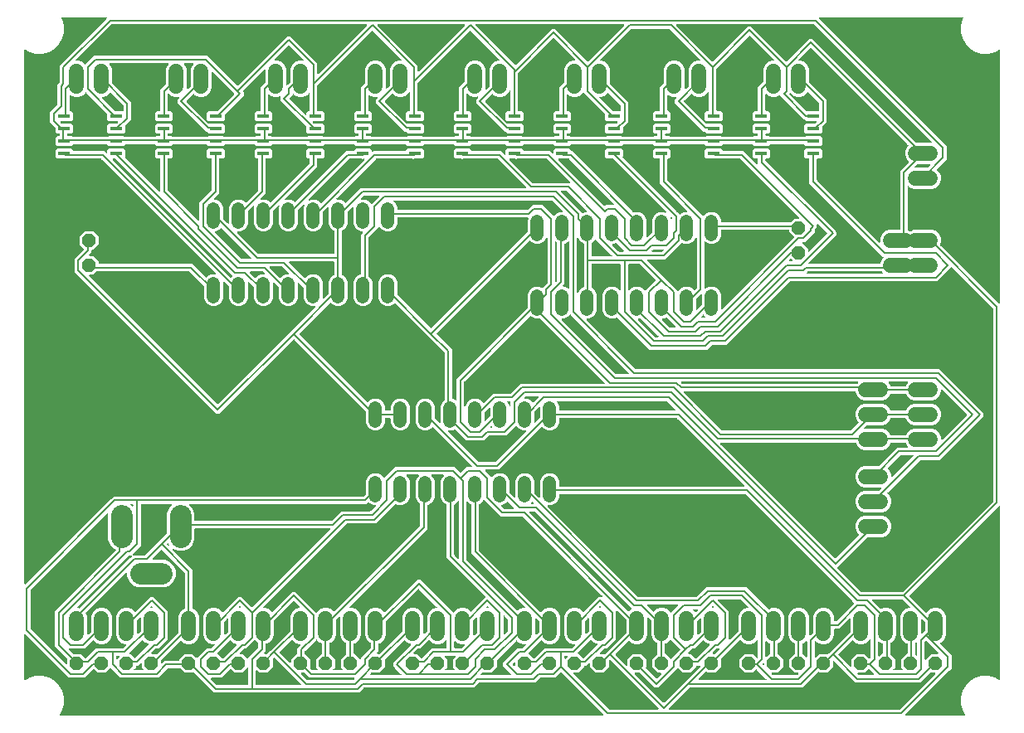
<source format=gbr>
G04 EAGLE Gerber RS-274X export*
G75*
%MOMM*%
%FSLAX34Y34*%
%LPD*%
%INTop Copper*%
%IPPOS*%
%AMOC8*
5,1,8,0,0,1.08239X$1,22.5*%
G01*
%ADD10C,1.524000*%
%ADD11P,1.429621X8X112.500000*%
%ADD12P,1.429621X8X292.500000*%
%ADD13C,1.320800*%
%ADD14P,1.429621X8X22.500000*%
%ADD15R,1.200000X0.420000*%
%ADD16C,2.184400*%
%ADD17C,0.152400*%

G36*
X11032Y144143D02*
X11032Y144143D01*
X11103Y144148D01*
X11151Y144169D01*
X11202Y144180D01*
X11263Y144217D01*
X11329Y144245D01*
X11385Y144289D01*
X11389Y144292D01*
X11396Y144296D01*
X11397Y144297D01*
X11413Y144306D01*
X11428Y144324D01*
X11460Y144349D01*
X98466Y231356D01*
X100922Y233811D01*
X355606Y233811D01*
X355696Y233825D01*
X355787Y233833D01*
X355817Y233845D01*
X355849Y233850D01*
X355930Y233893D01*
X356014Y233929D01*
X356046Y233955D01*
X356066Y233966D01*
X356089Y233989D01*
X356144Y234034D01*
X358424Y236314D01*
X358477Y236387D01*
X358537Y236457D01*
X358549Y236487D01*
X358568Y236513D01*
X358595Y236600D01*
X358629Y236685D01*
X358633Y236726D01*
X358640Y236748D01*
X358639Y236781D01*
X358647Y236852D01*
X358647Y249824D01*
X360117Y253372D01*
X362832Y256087D01*
X366380Y257557D01*
X370220Y257557D01*
X373768Y256087D01*
X376483Y253372D01*
X376486Y253364D01*
X376511Y253325D01*
X376526Y253282D01*
X376575Y253221D01*
X376616Y253155D01*
X376651Y253126D01*
X376680Y253090D01*
X376746Y253048D01*
X376805Y252998D01*
X376848Y252982D01*
X376887Y252957D01*
X376962Y252938D01*
X377035Y252910D01*
X377081Y252908D01*
X377125Y252897D01*
X377203Y252903D01*
X377281Y252900D01*
X377325Y252912D01*
X377371Y252916D01*
X377442Y252946D01*
X377517Y252968D01*
X377555Y252994D01*
X377597Y253012D01*
X377703Y253098D01*
X377719Y253108D01*
X377722Y253112D01*
X377728Y253117D01*
X385966Y261356D01*
X388422Y263811D01*
X449078Y263811D01*
X454462Y258427D01*
X454478Y258416D01*
X454490Y258400D01*
X454578Y258344D01*
X454661Y258284D01*
X454680Y258278D01*
X454697Y258267D01*
X454798Y258242D01*
X454897Y258212D01*
X454916Y258212D01*
X454936Y258207D01*
X455039Y258215D01*
X455142Y258218D01*
X455161Y258225D01*
X455181Y258226D01*
X455276Y258267D01*
X455373Y258302D01*
X455389Y258315D01*
X455407Y258323D01*
X455538Y258427D01*
X460922Y263811D01*
X466462Y263811D01*
X466533Y263822D01*
X466605Y263824D01*
X466654Y263842D01*
X466705Y263850D01*
X466768Y263884D01*
X466836Y263909D01*
X466876Y263941D01*
X466922Y263966D01*
X466972Y264018D01*
X467028Y264062D01*
X467056Y264106D01*
X467092Y264144D01*
X467122Y264209D01*
X467161Y264269D01*
X467173Y264320D01*
X467195Y264367D01*
X467203Y264438D01*
X467221Y264508D01*
X467217Y264560D01*
X467222Y264611D01*
X467207Y264682D01*
X467202Y264753D01*
X467181Y264801D01*
X467170Y264852D01*
X467133Y264913D01*
X467105Y264979D01*
X467061Y265035D01*
X467044Y265063D01*
X467026Y265078D01*
X467001Y265110D01*
X427521Y304590D01*
X427505Y304601D01*
X427493Y304617D01*
X427405Y304673D01*
X427321Y304733D01*
X427302Y304739D01*
X427286Y304750D01*
X427185Y304775D01*
X427086Y304806D01*
X427066Y304805D01*
X427047Y304810D01*
X426944Y304802D01*
X426840Y304799D01*
X426822Y304792D01*
X426802Y304791D01*
X426707Y304750D01*
X426609Y304715D01*
X426594Y304702D01*
X426576Y304694D01*
X426445Y304590D01*
X424568Y302713D01*
X421020Y301243D01*
X417180Y301243D01*
X413632Y302713D01*
X410917Y305428D01*
X409447Y308976D01*
X409447Y326024D01*
X410917Y329572D01*
X413632Y332287D01*
X417180Y333757D01*
X421020Y333757D01*
X424568Y332287D01*
X427283Y329572D01*
X428753Y326024D01*
X428753Y314452D01*
X428767Y314362D01*
X428775Y314271D01*
X428787Y314241D01*
X428792Y314209D01*
X428835Y314128D01*
X428871Y314044D01*
X428897Y314012D01*
X428908Y313992D01*
X428931Y313969D01*
X428976Y313914D01*
X433548Y309341D01*
X433606Y309300D01*
X433658Y309250D01*
X433705Y309228D01*
X433747Y309198D01*
X433816Y309177D01*
X433881Y309147D01*
X433933Y309141D01*
X433983Y309126D01*
X434054Y309127D01*
X434125Y309120D01*
X434176Y309131D01*
X434228Y309132D01*
X434296Y309157D01*
X434366Y309172D01*
X434411Y309198D01*
X434459Y309216D01*
X434515Y309261D01*
X434577Y309298D01*
X434611Y309338D01*
X434651Y309370D01*
X434690Y309430D01*
X434737Y309485D01*
X434756Y309533D01*
X434784Y309577D01*
X434802Y309646D01*
X434829Y309713D01*
X434837Y309784D01*
X434845Y309816D01*
X434843Y309839D01*
X434847Y309880D01*
X434847Y326024D01*
X436317Y329572D01*
X438466Y331721D01*
X438519Y331795D01*
X438579Y331865D01*
X438591Y331895D01*
X438610Y331921D01*
X438637Y332008D01*
X438671Y332093D01*
X438675Y332134D01*
X438682Y332156D01*
X438681Y332188D01*
X438689Y332260D01*
X438689Y380606D01*
X438675Y380696D01*
X438667Y380787D01*
X438655Y380817D01*
X438650Y380849D01*
X438607Y380930D01*
X438571Y381014D01*
X438545Y381046D01*
X438534Y381066D01*
X438511Y381089D01*
X438466Y381144D01*
X423645Y395966D01*
X423644Y395966D01*
X420966Y398644D01*
X420966Y398645D01*
X388721Y430890D01*
X388705Y430901D01*
X388693Y430917D01*
X388605Y430973D01*
X388521Y431033D01*
X388503Y431039D01*
X388486Y431050D01*
X388385Y431075D01*
X388286Y431106D01*
X388266Y431105D01*
X388247Y431110D01*
X388144Y431102D01*
X388040Y431099D01*
X388022Y431092D01*
X388002Y431091D01*
X387907Y431050D01*
X387809Y431015D01*
X387794Y431002D01*
X387776Y430994D01*
X387645Y430890D01*
X386468Y429713D01*
X382920Y428243D01*
X379080Y428243D01*
X375532Y429713D01*
X372817Y432428D01*
X371347Y435976D01*
X371347Y453024D01*
X372817Y456572D01*
X375532Y459287D01*
X379080Y460757D01*
X382920Y460757D01*
X386468Y459287D01*
X389183Y456572D01*
X390653Y453024D01*
X390653Y440052D01*
X390667Y439962D01*
X390675Y439871D01*
X390687Y439841D01*
X390692Y439809D01*
X390735Y439728D01*
X390771Y439644D01*
X390797Y439612D01*
X390808Y439592D01*
X390831Y439569D01*
X390876Y439513D01*
X424462Y405927D01*
X424478Y405916D01*
X424490Y405900D01*
X424578Y405844D01*
X424661Y405784D01*
X424680Y405778D01*
X424697Y405767D01*
X424798Y405742D01*
X424897Y405712D01*
X424916Y405712D01*
X424936Y405707D01*
X425039Y405715D01*
X425142Y405718D01*
X425161Y405725D01*
X425181Y405726D01*
X425276Y405767D01*
X425373Y405802D01*
X425389Y405815D01*
X425407Y405823D01*
X425538Y405927D01*
X523524Y503913D01*
X523577Y503987D01*
X523637Y504057D01*
X523649Y504087D01*
X523668Y504113D01*
X523695Y504200D01*
X523729Y504285D01*
X523733Y504326D01*
X523740Y504348D01*
X523739Y504380D01*
X523747Y504452D01*
X523747Y516524D01*
X524208Y517637D01*
X524218Y517678D01*
X524232Y517709D01*
X524233Y517711D01*
X524238Y517723D01*
X524247Y517800D01*
X524264Y517876D01*
X524260Y517922D01*
X524265Y517967D01*
X524249Y518044D01*
X524241Y518121D01*
X524223Y518163D01*
X524213Y518208D01*
X524173Y518275D01*
X524141Y518346D01*
X524110Y518380D01*
X524087Y518419D01*
X524027Y518470D01*
X523975Y518527D01*
X523935Y518549D01*
X523900Y518579D01*
X523827Y518608D01*
X523759Y518645D01*
X523714Y518654D01*
X523672Y518671D01*
X523536Y518686D01*
X523517Y518689D01*
X523512Y518688D01*
X523505Y518689D01*
X391414Y518689D01*
X391394Y518686D01*
X391375Y518688D01*
X391273Y518666D01*
X391171Y518650D01*
X391154Y518640D01*
X391134Y518636D01*
X391045Y518583D01*
X390954Y518534D01*
X390940Y518520D01*
X390923Y518510D01*
X390856Y518431D01*
X390784Y518356D01*
X390776Y518338D01*
X390763Y518323D01*
X390724Y518227D01*
X390681Y518133D01*
X390679Y518113D01*
X390671Y518095D01*
X390653Y517928D01*
X390653Y512176D01*
X389183Y508628D01*
X386468Y505913D01*
X382920Y504443D01*
X379080Y504443D01*
X375532Y505913D01*
X372817Y508628D01*
X372775Y508728D01*
X372724Y508811D01*
X372678Y508897D01*
X372660Y508915D01*
X372646Y508937D01*
X372571Y509000D01*
X372500Y509067D01*
X372476Y509078D01*
X372456Y509094D01*
X372365Y509129D01*
X372277Y509170D01*
X372251Y509173D01*
X372227Y509183D01*
X372129Y509187D01*
X372033Y509197D01*
X372007Y509192D01*
X371981Y509193D01*
X371887Y509166D01*
X371792Y509145D01*
X371770Y509132D01*
X371745Y509124D01*
X371665Y509069D01*
X371581Y509019D01*
X371564Y508999D01*
X371543Y508984D01*
X371484Y508906D01*
X371421Y508832D01*
X371411Y508808D01*
X371396Y508787D01*
X371366Y508694D01*
X371329Y508604D01*
X371326Y508571D01*
X371320Y508553D01*
X371320Y508520D01*
X371311Y508437D01*
X371311Y508422D01*
X368856Y505966D01*
X368855Y505966D01*
X361534Y498645D01*
X361489Y498583D01*
X361458Y498550D01*
X361453Y498538D01*
X361421Y498501D01*
X361409Y498471D01*
X361390Y498445D01*
X361363Y498358D01*
X361329Y498273D01*
X361325Y498232D01*
X361318Y498210D01*
X361319Y498178D01*
X361311Y498106D01*
X361311Y459360D01*
X361326Y459269D01*
X361333Y459179D01*
X361345Y459149D01*
X361350Y459117D01*
X361393Y459036D01*
X361429Y458952D01*
X361455Y458920D01*
X361466Y458899D01*
X361489Y458877D01*
X361534Y458821D01*
X363783Y456572D01*
X365253Y453024D01*
X365253Y435976D01*
X363783Y432428D01*
X361068Y429713D01*
X357520Y428243D01*
X353680Y428243D01*
X350132Y429713D01*
X347417Y432428D01*
X345947Y435976D01*
X345947Y453024D01*
X347417Y456572D01*
X350132Y459287D01*
X353219Y460566D01*
X353319Y460627D01*
X353419Y460687D01*
X353423Y460692D01*
X353428Y460696D01*
X353503Y460785D01*
X353579Y460874D01*
X353581Y460880D01*
X353585Y460885D01*
X353627Y460993D01*
X353671Y461103D01*
X353672Y461110D01*
X353673Y461115D01*
X353674Y461133D01*
X353689Y461269D01*
X353689Y501578D01*
X355255Y503144D01*
X355296Y503202D01*
X355346Y503254D01*
X355368Y503301D01*
X355398Y503343D01*
X355419Y503412D01*
X355449Y503477D01*
X355455Y503529D01*
X355470Y503579D01*
X355469Y503650D01*
X355476Y503721D01*
X355465Y503772D01*
X355464Y503824D01*
X355439Y503892D01*
X355424Y503962D01*
X355398Y504007D01*
X355380Y504055D01*
X355335Y504111D01*
X355298Y504173D01*
X355258Y504207D01*
X355226Y504247D01*
X355166Y504286D01*
X355111Y504333D01*
X355063Y504352D01*
X355019Y504380D01*
X354950Y504398D01*
X354883Y504425D01*
X354812Y504433D01*
X354780Y504441D01*
X354757Y504439D01*
X354716Y504443D01*
X353680Y504443D01*
X350132Y505913D01*
X347417Y508628D01*
X345947Y512176D01*
X345947Y528720D01*
X345936Y528791D01*
X345934Y528863D01*
X345916Y528912D01*
X345908Y528963D01*
X345874Y529026D01*
X345849Y529094D01*
X345817Y529134D01*
X345792Y529180D01*
X345740Y529230D01*
X345696Y529286D01*
X345652Y529314D01*
X345614Y529350D01*
X345549Y529380D01*
X345489Y529419D01*
X345438Y529431D01*
X345391Y529453D01*
X345320Y529461D01*
X345250Y529479D01*
X345198Y529475D01*
X345147Y529480D01*
X345076Y529465D01*
X345005Y529460D01*
X344957Y529439D01*
X344906Y529428D01*
X344845Y529391D01*
X344779Y529363D01*
X344723Y529319D01*
X344695Y529302D01*
X344680Y529284D01*
X344648Y529259D01*
X340076Y524686D01*
X340023Y524612D01*
X339963Y524543D01*
X339951Y524513D01*
X339932Y524487D01*
X339905Y524400D01*
X339871Y524315D01*
X339867Y524274D01*
X339860Y524252D01*
X339861Y524219D01*
X339853Y524148D01*
X339853Y512176D01*
X338383Y508628D01*
X335668Y505913D01*
X334281Y505338D01*
X334181Y505277D01*
X334081Y505217D01*
X334077Y505212D01*
X334072Y505209D01*
X333997Y505119D01*
X333921Y505030D01*
X333919Y505024D01*
X333915Y505019D01*
X333873Y504911D01*
X333829Y504802D01*
X333828Y504794D01*
X333827Y504790D01*
X333826Y504771D01*
X333811Y504635D01*
X333811Y460565D01*
X333830Y460450D01*
X333847Y460334D01*
X333849Y460329D01*
X333850Y460322D01*
X333905Y460220D01*
X333958Y460115D01*
X333963Y460110D01*
X333966Y460105D01*
X334050Y460025D01*
X334134Y459943D01*
X334140Y459939D01*
X334144Y459936D01*
X334161Y459928D01*
X334281Y459862D01*
X335668Y459287D01*
X338383Y456572D01*
X339853Y453024D01*
X339853Y435976D01*
X338383Y432428D01*
X335668Y429713D01*
X332120Y428243D01*
X328280Y428243D01*
X324732Y429713D01*
X322955Y431490D01*
X322939Y431501D01*
X322927Y431517D01*
X322840Y431573D01*
X322756Y431633D01*
X322737Y431639D01*
X322720Y431650D01*
X322619Y431675D01*
X322521Y431706D01*
X322501Y431705D01*
X322481Y431710D01*
X322378Y431702D01*
X322275Y431699D01*
X322256Y431692D01*
X322236Y431691D01*
X322141Y431650D01*
X322044Y431615D01*
X322028Y431602D01*
X322010Y431594D01*
X321879Y431490D01*
X290927Y400538D01*
X290916Y400522D01*
X290900Y400510D01*
X290844Y400422D01*
X290784Y400339D01*
X290778Y400320D01*
X290767Y400303D01*
X290742Y400202D01*
X290712Y400103D01*
X290712Y400084D01*
X290707Y400064D01*
X290715Y399961D01*
X290718Y399858D01*
X290725Y399839D01*
X290726Y399819D01*
X290767Y399724D01*
X290802Y399627D01*
X290815Y399611D01*
X290823Y399593D01*
X290927Y399462D01*
X359929Y330460D01*
X359945Y330449D01*
X359957Y330433D01*
X360045Y330377D01*
X360129Y330317D01*
X360148Y330311D01*
X360164Y330300D01*
X360265Y330275D01*
X360364Y330244D01*
X360384Y330245D01*
X360403Y330240D01*
X360506Y330248D01*
X360610Y330251D01*
X360628Y330258D01*
X360648Y330259D01*
X360743Y330300D01*
X360841Y330335D01*
X360856Y330348D01*
X360874Y330356D01*
X361005Y330460D01*
X362832Y332287D01*
X366380Y333757D01*
X370220Y333757D01*
X373768Y332287D01*
X376483Y329572D01*
X377953Y326024D01*
X377953Y322072D01*
X377956Y322052D01*
X377954Y322033D01*
X377976Y321931D01*
X377992Y321829D01*
X378002Y321812D01*
X378006Y321792D01*
X378059Y321703D01*
X378108Y321612D01*
X378122Y321598D01*
X378132Y321581D01*
X378211Y321514D01*
X378286Y321442D01*
X378304Y321434D01*
X378319Y321421D01*
X378415Y321382D01*
X378509Y321339D01*
X378529Y321337D01*
X378547Y321329D01*
X378714Y321311D01*
X383286Y321311D01*
X383306Y321314D01*
X383325Y321312D01*
X383427Y321334D01*
X383529Y321350D01*
X383546Y321360D01*
X383566Y321364D01*
X383655Y321417D01*
X383746Y321466D01*
X383760Y321480D01*
X383777Y321490D01*
X383844Y321569D01*
X383916Y321644D01*
X383924Y321662D01*
X383937Y321677D01*
X383976Y321773D01*
X384019Y321867D01*
X384021Y321887D01*
X384029Y321905D01*
X384047Y322072D01*
X384047Y326024D01*
X385517Y329572D01*
X388232Y332287D01*
X391780Y333757D01*
X395620Y333757D01*
X399168Y332287D01*
X401883Y329572D01*
X403353Y326024D01*
X403353Y308976D01*
X401883Y305428D01*
X399168Y302713D01*
X395620Y301243D01*
X391780Y301243D01*
X388232Y302713D01*
X385517Y305428D01*
X384047Y308976D01*
X384047Y312928D01*
X384044Y312948D01*
X384046Y312967D01*
X384024Y313069D01*
X384008Y313171D01*
X383998Y313188D01*
X383994Y313208D01*
X383941Y313297D01*
X383892Y313388D01*
X383878Y313402D01*
X383868Y313419D01*
X383789Y313486D01*
X383714Y313558D01*
X383696Y313566D01*
X383681Y313579D01*
X383585Y313618D01*
X383491Y313661D01*
X383471Y313663D01*
X383453Y313671D01*
X383286Y313689D01*
X378714Y313689D01*
X378694Y313686D01*
X378675Y313688D01*
X378573Y313666D01*
X378471Y313650D01*
X378454Y313640D01*
X378434Y313636D01*
X378345Y313583D01*
X378254Y313534D01*
X378240Y313520D01*
X378223Y313510D01*
X378156Y313431D01*
X378084Y313356D01*
X378076Y313338D01*
X378063Y313323D01*
X378024Y313227D01*
X377981Y313133D01*
X377979Y313113D01*
X377971Y313095D01*
X377953Y312928D01*
X377953Y308976D01*
X376483Y305428D01*
X373768Y302713D01*
X370220Y301243D01*
X366380Y301243D01*
X362832Y302713D01*
X360117Y305428D01*
X358647Y308976D01*
X358647Y320648D01*
X358633Y320738D01*
X358625Y320829D01*
X358613Y320859D01*
X358608Y320891D01*
X358565Y320972D01*
X358529Y321056D01*
X358503Y321088D01*
X358492Y321108D01*
X358469Y321131D01*
X358424Y321186D01*
X285538Y394073D01*
X285522Y394084D01*
X285510Y394100D01*
X285422Y394156D01*
X285339Y394216D01*
X285320Y394222D01*
X285303Y394233D01*
X285202Y394258D01*
X285103Y394288D01*
X285084Y394288D01*
X285064Y394293D01*
X284961Y394285D01*
X284858Y394282D01*
X284839Y394275D01*
X284819Y394274D01*
X284724Y394233D01*
X284627Y394198D01*
X284611Y394185D01*
X284593Y394177D01*
X284462Y394073D01*
X209078Y318689D01*
X205922Y318689D01*
X61189Y463422D01*
X61189Y476578D01*
X63644Y479034D01*
X70692Y486081D01*
X70703Y486097D01*
X70719Y486109D01*
X70775Y486197D01*
X70835Y486281D01*
X70841Y486300D01*
X70852Y486316D01*
X70877Y486417D01*
X70908Y486516D01*
X70907Y486536D01*
X70912Y486555D01*
X70904Y486658D01*
X70901Y486761D01*
X70894Y486780D01*
X70893Y486800D01*
X70852Y486895D01*
X70817Y486993D01*
X70804Y487008D01*
X70796Y487026D01*
X70692Y487157D01*
X66547Y491302D01*
X66547Y499298D01*
X72202Y504953D01*
X80198Y504953D01*
X85853Y499298D01*
X85853Y491302D01*
X80198Y485647D01*
X79572Y485647D01*
X79552Y485644D01*
X79533Y485646D01*
X79431Y485624D01*
X79329Y485608D01*
X79312Y485598D01*
X79292Y485594D01*
X79203Y485541D01*
X79112Y485492D01*
X79098Y485478D01*
X79081Y485468D01*
X79014Y485389D01*
X78942Y485314D01*
X78934Y485296D01*
X78921Y485281D01*
X78882Y485185D01*
X78839Y485091D01*
X78837Y485071D01*
X78829Y485053D01*
X78811Y484886D01*
X78811Y483422D01*
X76241Y480852D01*
X76200Y480794D01*
X76150Y480742D01*
X76128Y480695D01*
X76098Y480653D01*
X76077Y480584D01*
X76047Y480519D01*
X76041Y480467D01*
X76026Y480417D01*
X76027Y480346D01*
X76020Y480275D01*
X76031Y480224D01*
X76032Y480172D01*
X76057Y480104D01*
X76072Y480034D01*
X76098Y479989D01*
X76116Y479941D01*
X76161Y479885D01*
X76198Y479823D01*
X76238Y479789D01*
X76270Y479749D01*
X76330Y479710D01*
X76385Y479663D01*
X76433Y479644D01*
X76477Y479616D01*
X76546Y479598D01*
X76613Y479571D01*
X76684Y479563D01*
X76716Y479555D01*
X76739Y479557D01*
X76780Y479553D01*
X80198Y479553D01*
X85853Y473898D01*
X85853Y472072D01*
X85856Y472052D01*
X85854Y472033D01*
X85876Y471931D01*
X85892Y471829D01*
X85902Y471812D01*
X85906Y471792D01*
X85959Y471703D01*
X86008Y471612D01*
X86022Y471598D01*
X86032Y471581D01*
X86111Y471514D01*
X86186Y471442D01*
X86204Y471434D01*
X86219Y471421D01*
X86315Y471382D01*
X86409Y471339D01*
X86429Y471337D01*
X86447Y471329D01*
X86614Y471311D01*
X181578Y471311D01*
X195129Y457760D01*
X195145Y457749D01*
X195157Y457733D01*
X195245Y457677D01*
X195329Y457617D01*
X195348Y457611D01*
X195364Y457600D01*
X195465Y457575D01*
X195564Y457544D01*
X195584Y457545D01*
X195603Y457540D01*
X195706Y457548D01*
X195810Y457551D01*
X195828Y457558D01*
X195848Y457559D01*
X195943Y457600D01*
X196041Y457635D01*
X196056Y457648D01*
X196074Y457656D01*
X196205Y457760D01*
X197732Y459287D01*
X201280Y460757D01*
X204516Y460757D01*
X204587Y460768D01*
X204659Y460770D01*
X204708Y460788D01*
X204759Y460796D01*
X204822Y460830D01*
X204890Y460855D01*
X204930Y460887D01*
X204976Y460912D01*
X205026Y460964D01*
X205082Y461008D01*
X205110Y461052D01*
X205146Y461090D01*
X205176Y461155D01*
X205215Y461215D01*
X205227Y461266D01*
X205249Y461313D01*
X205257Y461384D01*
X205275Y461454D01*
X205271Y461506D01*
X205276Y461557D01*
X205261Y461628D01*
X205256Y461699D01*
X205235Y461747D01*
X205224Y461798D01*
X205187Y461859D01*
X205159Y461925D01*
X205115Y461981D01*
X205098Y462009D01*
X205080Y462024D01*
X205055Y462056D01*
X88644Y578466D01*
X88571Y578519D01*
X88501Y578579D01*
X88471Y578591D01*
X88445Y578610D01*
X88358Y578637D01*
X88273Y578671D01*
X88232Y578675D01*
X88210Y578682D01*
X88177Y578681D01*
X88106Y578689D01*
X50922Y578689D01*
X50782Y578828D01*
X50709Y578881D01*
X50639Y578941D01*
X50609Y578953D01*
X50583Y578972D01*
X50496Y578999D01*
X50411Y579033D01*
X50370Y579037D01*
X50348Y579044D01*
X50315Y579043D01*
X50244Y579051D01*
X43537Y579051D01*
X41751Y580837D01*
X41751Y587563D01*
X43537Y589349D01*
X58063Y589349D01*
X59849Y587563D01*
X59849Y587072D01*
X59852Y587052D01*
X59850Y587033D01*
X59872Y586931D01*
X59888Y586829D01*
X59898Y586812D01*
X59902Y586792D01*
X59955Y586703D01*
X60004Y586612D01*
X60018Y586598D01*
X60028Y586581D01*
X60107Y586514D01*
X60182Y586442D01*
X60200Y586434D01*
X60215Y586421D01*
X60311Y586382D01*
X60405Y586339D01*
X60425Y586337D01*
X60443Y586329D01*
X60610Y586311D01*
X91578Y586311D01*
X93452Y584437D01*
X93510Y584396D01*
X93562Y584346D01*
X93609Y584324D01*
X93651Y584294D01*
X93720Y584273D01*
X93785Y584243D01*
X93837Y584237D01*
X93887Y584222D01*
X93958Y584223D01*
X94029Y584216D01*
X94080Y584227D01*
X94132Y584228D01*
X94200Y584253D01*
X94270Y584268D01*
X94315Y584294D01*
X94363Y584312D01*
X94419Y584357D01*
X94481Y584394D01*
X94515Y584434D01*
X94555Y584466D01*
X94594Y584526D01*
X94641Y584581D01*
X94660Y584629D01*
X94688Y584673D01*
X94706Y584742D01*
X94733Y584809D01*
X94741Y584880D01*
X94749Y584912D01*
X94747Y584935D01*
X94751Y584976D01*
X94751Y587563D01*
X96537Y589349D01*
X111063Y589349D01*
X112849Y587563D01*
X112849Y580782D01*
X112845Y580778D01*
X112839Y580758D01*
X112828Y580742D01*
X112803Y580641D01*
X112773Y580542D01*
X112773Y580522D01*
X112768Y580503D01*
X112776Y580400D01*
X112779Y580297D01*
X112786Y580278D01*
X112788Y580258D01*
X112828Y580163D01*
X112864Y580066D01*
X112876Y580050D01*
X112884Y580032D01*
X112989Y579901D01*
X147390Y545499D01*
X147448Y545458D01*
X147500Y545408D01*
X147547Y545386D01*
X147589Y545356D01*
X147658Y545335D01*
X147723Y545305D01*
X147775Y545299D01*
X147825Y545284D01*
X147896Y545285D01*
X147967Y545278D01*
X148018Y545289D01*
X148070Y545290D01*
X148138Y545315D01*
X148208Y545330D01*
X148253Y545356D01*
X148301Y545374D01*
X148357Y545419D01*
X148419Y545456D01*
X148453Y545496D01*
X148493Y545528D01*
X148532Y545588D01*
X148579Y545643D01*
X148598Y545691D01*
X148626Y545735D01*
X148644Y545804D01*
X148671Y545871D01*
X148679Y545942D01*
X148687Y545974D01*
X148685Y545997D01*
X148689Y546038D01*
X148689Y578290D01*
X148686Y578310D01*
X148688Y578329D01*
X148666Y578431D01*
X148650Y578533D01*
X148640Y578550D01*
X148636Y578570D01*
X148583Y578659D01*
X148534Y578750D01*
X148520Y578764D01*
X148510Y578781D01*
X148431Y578848D01*
X148356Y578920D01*
X148338Y578928D01*
X148323Y578941D01*
X148227Y578980D01*
X148133Y579023D01*
X148113Y579025D01*
X148095Y579033D01*
X147928Y579051D01*
X145137Y579051D01*
X143351Y580837D01*
X143351Y587563D01*
X145137Y589349D01*
X159663Y589349D01*
X161449Y587563D01*
X161449Y580837D01*
X159663Y579051D01*
X157072Y579051D01*
X157052Y579048D01*
X157033Y579050D01*
X156931Y579028D01*
X156829Y579012D01*
X156812Y579002D01*
X156792Y578998D01*
X156703Y578945D01*
X156612Y578896D01*
X156598Y578882D01*
X156581Y578872D01*
X156514Y578793D01*
X156442Y578718D01*
X156434Y578700D01*
X156421Y578685D01*
X156382Y578589D01*
X156339Y578495D01*
X156337Y578475D01*
X156329Y578457D01*
X156311Y578290D01*
X156311Y546894D01*
X156325Y546804D01*
X156333Y546713D01*
X156345Y546683D01*
X156350Y546651D01*
X156393Y546570D01*
X156429Y546486D01*
X156455Y546454D01*
X156466Y546434D01*
X156489Y546411D01*
X156534Y546356D01*
X187390Y515499D01*
X187448Y515458D01*
X187500Y515408D01*
X187547Y515386D01*
X187589Y515356D01*
X187658Y515335D01*
X187723Y515305D01*
X187775Y515299D01*
X187825Y515284D01*
X187896Y515285D01*
X187967Y515278D01*
X188018Y515289D01*
X188070Y515290D01*
X188138Y515315D01*
X188208Y515330D01*
X188253Y515356D01*
X188301Y515374D01*
X188357Y515419D01*
X188419Y515456D01*
X188453Y515496D01*
X188493Y515528D01*
X188532Y515588D01*
X188579Y515643D01*
X188598Y515691D01*
X188626Y515735D01*
X188644Y515804D01*
X188671Y515871D01*
X188679Y515942D01*
X188687Y515974D01*
X188685Y515997D01*
X188689Y516038D01*
X188689Y534078D01*
X200966Y546356D01*
X201019Y546429D01*
X201079Y546499D01*
X201091Y546529D01*
X201110Y546555D01*
X201137Y546642D01*
X201171Y546727D01*
X201175Y546768D01*
X201182Y546790D01*
X201181Y546823D01*
X201189Y546894D01*
X201189Y578290D01*
X201186Y578310D01*
X201188Y578329D01*
X201166Y578431D01*
X201150Y578533D01*
X201140Y578550D01*
X201136Y578570D01*
X201083Y578659D01*
X201034Y578750D01*
X201020Y578764D01*
X201010Y578781D01*
X200931Y578848D01*
X200856Y578920D01*
X200838Y578928D01*
X200823Y578941D01*
X200727Y578980D01*
X200633Y579023D01*
X200613Y579025D01*
X200595Y579033D01*
X200428Y579051D01*
X198137Y579051D01*
X196351Y580837D01*
X196351Y587563D01*
X198137Y589349D01*
X212663Y589349D01*
X214449Y587563D01*
X214449Y580837D01*
X212663Y579051D01*
X209572Y579051D01*
X209552Y579048D01*
X209533Y579050D01*
X209431Y579028D01*
X209329Y579012D01*
X209312Y579002D01*
X209292Y578998D01*
X209203Y578945D01*
X209112Y578896D01*
X209098Y578882D01*
X209081Y578872D01*
X209014Y578793D01*
X208942Y578718D01*
X208934Y578700D01*
X208921Y578685D01*
X208882Y578589D01*
X208839Y578495D01*
X208837Y578475D01*
X208829Y578457D01*
X208811Y578290D01*
X208811Y543422D01*
X203645Y538256D01*
X203604Y538198D01*
X203554Y538146D01*
X203532Y538099D01*
X203502Y538057D01*
X203481Y537988D01*
X203451Y537923D01*
X203445Y537871D01*
X203430Y537821D01*
X203431Y537750D01*
X203424Y537679D01*
X203435Y537628D01*
X203436Y537576D01*
X203461Y537508D01*
X203476Y537438D01*
X203502Y537393D01*
X203520Y537345D01*
X203565Y537289D01*
X203602Y537227D01*
X203642Y537193D01*
X203674Y537153D01*
X203734Y537114D01*
X203789Y537067D01*
X203837Y537048D01*
X203881Y537020D01*
X203950Y537002D01*
X204017Y536975D01*
X204088Y536967D01*
X204120Y536959D01*
X204143Y536961D01*
X204184Y536957D01*
X205120Y536957D01*
X208668Y535487D01*
X211383Y532772D01*
X212853Y529224D01*
X212853Y517852D01*
X212867Y517762D01*
X212875Y517671D01*
X212887Y517641D01*
X212892Y517609D01*
X212935Y517528D01*
X212971Y517444D01*
X212997Y517412D01*
X213008Y517392D01*
X213031Y517369D01*
X213076Y517314D01*
X217648Y512741D01*
X217706Y512700D01*
X217758Y512650D01*
X217805Y512628D01*
X217847Y512598D01*
X217916Y512577D01*
X217981Y512547D01*
X218033Y512541D01*
X218083Y512526D01*
X218154Y512527D01*
X218225Y512520D01*
X218276Y512531D01*
X218328Y512532D01*
X218396Y512557D01*
X218466Y512572D01*
X218511Y512598D01*
X218559Y512616D01*
X218615Y512661D01*
X218677Y512698D01*
X218711Y512738D01*
X218751Y512770D01*
X218790Y512830D01*
X218837Y512885D01*
X218856Y512933D01*
X218884Y512977D01*
X218902Y513046D01*
X218929Y513113D01*
X218937Y513184D01*
X218945Y513216D01*
X218943Y513239D01*
X218947Y513280D01*
X218947Y529224D01*
X220417Y532772D01*
X223132Y535487D01*
X226680Y536957D01*
X230520Y536957D01*
X234068Y535487D01*
X235295Y534260D01*
X235311Y534249D01*
X235323Y534233D01*
X235411Y534177D01*
X235494Y534117D01*
X235513Y534111D01*
X235530Y534100D01*
X235631Y534075D01*
X235729Y534044D01*
X235749Y534045D01*
X235769Y534040D01*
X235872Y534048D01*
X235975Y534051D01*
X235994Y534058D01*
X236014Y534059D01*
X236109Y534100D01*
X236206Y534135D01*
X236222Y534148D01*
X236240Y534156D01*
X236371Y534260D01*
X248466Y546356D01*
X248519Y546429D01*
X248579Y546499D01*
X248591Y546529D01*
X248610Y546555D01*
X248637Y546642D01*
X248671Y546727D01*
X248675Y546768D01*
X248682Y546790D01*
X248681Y546823D01*
X248689Y546894D01*
X248689Y578290D01*
X248686Y578310D01*
X248688Y578329D01*
X248666Y578431D01*
X248650Y578533D01*
X248640Y578550D01*
X248636Y578570D01*
X248583Y578659D01*
X248534Y578750D01*
X248520Y578764D01*
X248510Y578781D01*
X248431Y578848D01*
X248356Y578920D01*
X248338Y578928D01*
X248323Y578941D01*
X248227Y578980D01*
X248133Y579023D01*
X248113Y579025D01*
X248095Y579033D01*
X247928Y579051D01*
X246737Y579051D01*
X244951Y580837D01*
X244951Y587563D01*
X246737Y589349D01*
X261263Y589349D01*
X263049Y587563D01*
X263049Y580837D01*
X261263Y579051D01*
X257072Y579051D01*
X257052Y579048D01*
X257033Y579050D01*
X256931Y579028D01*
X256829Y579012D01*
X256812Y579002D01*
X256792Y578998D01*
X256703Y578945D01*
X256612Y578896D01*
X256598Y578882D01*
X256581Y578872D01*
X256514Y578793D01*
X256442Y578718D01*
X256434Y578700D01*
X256421Y578685D01*
X256382Y578589D01*
X256339Y578495D01*
X256337Y578475D01*
X256329Y578457D01*
X256311Y578290D01*
X256311Y543422D01*
X250972Y538083D01*
X250916Y538004D01*
X250853Y537929D01*
X250844Y537905D01*
X250829Y537883D01*
X250800Y537791D01*
X250765Y537699D01*
X250764Y537673D01*
X250756Y537648D01*
X250759Y537551D01*
X250755Y537454D01*
X250762Y537429D01*
X250763Y537402D01*
X250796Y537311D01*
X250823Y537217D01*
X250838Y537196D01*
X250847Y537171D01*
X250908Y537095D01*
X250964Y537015D01*
X250985Y537000D01*
X251001Y536979D01*
X251083Y536927D01*
X251161Y536869D01*
X251186Y536861D01*
X251208Y536846D01*
X251302Y536823D01*
X251395Y536792D01*
X251421Y536793D01*
X251446Y536786D01*
X251543Y536794D01*
X251641Y536795D01*
X251672Y536804D01*
X251692Y536805D01*
X251722Y536818D01*
X251802Y536842D01*
X252080Y536957D01*
X255920Y536957D01*
X259468Y535487D01*
X260495Y534460D01*
X260511Y534449D01*
X260523Y534433D01*
X260610Y534377D01*
X260694Y534317D01*
X260713Y534311D01*
X260730Y534300D01*
X260831Y534275D01*
X260929Y534244D01*
X260949Y534245D01*
X260969Y534240D01*
X261072Y534248D01*
X261175Y534251D01*
X261194Y534258D01*
X261214Y534259D01*
X261309Y534300D01*
X261406Y534335D01*
X261422Y534348D01*
X261440Y534356D01*
X261571Y534460D01*
X300966Y573856D01*
X301019Y573929D01*
X301079Y573999D01*
X301091Y574029D01*
X301110Y574055D01*
X301137Y574142D01*
X301171Y574227D01*
X301175Y574268D01*
X301182Y574290D01*
X301181Y574323D01*
X301189Y574394D01*
X301189Y578290D01*
X301186Y578310D01*
X301188Y578329D01*
X301166Y578431D01*
X301150Y578533D01*
X301140Y578550D01*
X301136Y578570D01*
X301083Y578659D01*
X301034Y578750D01*
X301020Y578764D01*
X301010Y578781D01*
X300931Y578848D01*
X300856Y578920D01*
X300838Y578928D01*
X300823Y578941D01*
X300727Y578980D01*
X300633Y579023D01*
X300613Y579025D01*
X300595Y579033D01*
X300428Y579051D01*
X299737Y579051D01*
X297951Y580837D01*
X297951Y587563D01*
X299737Y589349D01*
X314263Y589349D01*
X316049Y587563D01*
X316049Y580837D01*
X314263Y579051D01*
X309572Y579051D01*
X309552Y579048D01*
X309533Y579050D01*
X309431Y579028D01*
X309329Y579012D01*
X309312Y579002D01*
X309292Y578998D01*
X309203Y578945D01*
X309112Y578896D01*
X309098Y578882D01*
X309081Y578872D01*
X309014Y578793D01*
X308942Y578718D01*
X308934Y578700D01*
X308921Y578685D01*
X308882Y578589D01*
X308839Y578495D01*
X308837Y578475D01*
X308829Y578457D01*
X308811Y578290D01*
X308811Y570922D01*
X275690Y537800D01*
X275633Y537721D01*
X275571Y537646D01*
X275561Y537622D01*
X275546Y537601D01*
X275517Y537508D01*
X275482Y537417D01*
X275481Y537391D01*
X275474Y537366D01*
X275476Y537268D01*
X275472Y537171D01*
X275479Y537146D01*
X275480Y537120D01*
X275513Y537028D01*
X275541Y536935D01*
X275555Y536913D01*
X275564Y536889D01*
X275625Y536813D01*
X275681Y536733D01*
X275702Y536717D01*
X275718Y536697D01*
X275800Y536644D01*
X275878Y536586D01*
X275903Y536578D01*
X275925Y536564D01*
X276019Y536540D01*
X276112Y536510D01*
X276138Y536510D01*
X276164Y536504D01*
X276260Y536511D01*
X276358Y536512D01*
X276389Y536521D01*
X276409Y536523D01*
X276439Y536536D01*
X276519Y536559D01*
X277480Y536957D01*
X281320Y536957D01*
X284868Y535487D01*
X285695Y534660D01*
X285711Y534649D01*
X285723Y534633D01*
X285811Y534577D01*
X285894Y534517D01*
X285913Y534511D01*
X285930Y534500D01*
X286031Y534475D01*
X286129Y534444D01*
X286149Y534445D01*
X286169Y534440D01*
X286272Y534448D01*
X286375Y534451D01*
X286394Y534458D01*
X286414Y534459D01*
X286509Y534500D01*
X286606Y534535D01*
X286622Y534548D01*
X286640Y534556D01*
X286771Y534660D01*
X338422Y586311D01*
X345790Y586311D01*
X345810Y586314D01*
X345829Y586312D01*
X345931Y586334D01*
X346033Y586350D01*
X346050Y586360D01*
X346070Y586364D01*
X346159Y586417D01*
X346250Y586466D01*
X346264Y586480D01*
X346281Y586490D01*
X346348Y586569D01*
X346420Y586644D01*
X346428Y586662D01*
X346441Y586677D01*
X346480Y586773D01*
X346523Y586867D01*
X346525Y586887D01*
X346533Y586905D01*
X346551Y587072D01*
X346551Y587563D01*
X348337Y589349D01*
X362863Y589349D01*
X364649Y587563D01*
X364649Y586876D01*
X364660Y586805D01*
X364662Y586733D01*
X364680Y586684D01*
X364688Y586633D01*
X364722Y586570D01*
X364747Y586502D01*
X364779Y586461D01*
X364804Y586416D01*
X364855Y586366D01*
X364900Y586310D01*
X364944Y586282D01*
X364982Y586246D01*
X365047Y586216D01*
X365107Y586177D01*
X365158Y586165D01*
X365205Y586143D01*
X365276Y586135D01*
X365346Y586117D01*
X365398Y586121D01*
X365449Y586116D01*
X365520Y586131D01*
X365591Y586136D01*
X365639Y586157D01*
X365690Y586168D01*
X365751Y586205D01*
X365817Y586233D01*
X365873Y586277D01*
X365901Y586294D01*
X365915Y586311D01*
X398790Y586311D01*
X398810Y586314D01*
X398829Y586312D01*
X398931Y586334D01*
X399033Y586350D01*
X399050Y586360D01*
X399070Y586364D01*
X399159Y586417D01*
X399250Y586466D01*
X399264Y586480D01*
X399281Y586490D01*
X399348Y586569D01*
X399420Y586644D01*
X399428Y586662D01*
X399441Y586677D01*
X399480Y586773D01*
X399523Y586867D01*
X399525Y586887D01*
X399533Y586905D01*
X399551Y587072D01*
X399551Y587563D01*
X401337Y589349D01*
X415863Y589349D01*
X417649Y587563D01*
X417649Y580837D01*
X415863Y579051D01*
X409756Y579051D01*
X409666Y579037D01*
X409575Y579029D01*
X409545Y579017D01*
X409513Y579012D01*
X409432Y578969D01*
X409348Y578933D01*
X409316Y578907D01*
X409296Y578896D01*
X409273Y578873D01*
X409217Y578828D01*
X409078Y578689D01*
X407984Y578689D01*
X407972Y578687D01*
X407825Y578672D01*
X406755Y578443D01*
X406563Y578567D01*
X406553Y578572D01*
X406545Y578579D01*
X406441Y578621D01*
X406338Y578666D01*
X406327Y578667D01*
X406317Y578671D01*
X406150Y578689D01*
X369394Y578689D01*
X369304Y578675D01*
X369213Y578667D01*
X369183Y578655D01*
X369151Y578650D01*
X369070Y578607D01*
X368986Y578571D01*
X368954Y578545D01*
X368934Y578534D01*
X368911Y578511D01*
X368856Y578466D01*
X328645Y538256D01*
X328604Y538198D01*
X328554Y538146D01*
X328532Y538099D01*
X328502Y538057D01*
X328481Y537988D01*
X328451Y537923D01*
X328445Y537871D01*
X328430Y537821D01*
X328431Y537750D01*
X328424Y537679D01*
X328435Y537628D01*
X328436Y537576D01*
X328461Y537508D01*
X328476Y537438D01*
X328502Y537393D01*
X328520Y537345D01*
X328565Y537289D01*
X328602Y537227D01*
X328642Y537193D01*
X328674Y537153D01*
X328734Y537114D01*
X328789Y537067D01*
X328837Y537048D01*
X328881Y537020D01*
X328950Y537002D01*
X329017Y536975D01*
X329088Y536967D01*
X329120Y536959D01*
X329143Y536961D01*
X329184Y536957D01*
X332120Y536957D01*
X335668Y535487D01*
X337345Y533810D01*
X337361Y533799D01*
X337373Y533783D01*
X337460Y533727D01*
X337544Y533667D01*
X337563Y533661D01*
X337580Y533650D01*
X337681Y533625D01*
X337779Y533594D01*
X337799Y533595D01*
X337819Y533590D01*
X337922Y533598D01*
X338025Y533601D01*
X338044Y533608D01*
X338064Y533609D01*
X338159Y533650D01*
X338256Y533685D01*
X338272Y533698D01*
X338290Y533706D01*
X338421Y533810D01*
X353422Y548811D01*
X521462Y548811D01*
X521533Y548822D01*
X521605Y548824D01*
X521654Y548842D01*
X521705Y548850D01*
X521768Y548884D01*
X521836Y548909D01*
X521876Y548941D01*
X521922Y548966D01*
X521972Y549018D01*
X522028Y549062D01*
X522056Y549106D01*
X522092Y549144D01*
X522122Y549209D01*
X522161Y549269D01*
X522173Y549320D01*
X522195Y549367D01*
X522203Y549438D01*
X522221Y549508D01*
X522217Y549560D01*
X522222Y549611D01*
X522207Y549682D01*
X522202Y549753D01*
X522181Y549801D01*
X522170Y549852D01*
X522133Y549913D01*
X522105Y549979D01*
X522061Y550035D01*
X522044Y550063D01*
X522026Y550078D01*
X522001Y550110D01*
X493644Y578466D01*
X493571Y578519D01*
X493501Y578579D01*
X493471Y578591D01*
X493445Y578610D01*
X493358Y578637D01*
X493273Y578671D01*
X493232Y578675D01*
X493210Y578682D01*
X493177Y578681D01*
X493106Y578689D01*
X457900Y578689D01*
X457869Y578684D01*
X457768Y578678D01*
X456608Y578473D01*
X456495Y578552D01*
X456473Y578562D01*
X456454Y578579D01*
X456362Y578616D01*
X456274Y578658D01*
X456249Y578661D01*
X456226Y578671D01*
X456059Y578689D01*
X455922Y578689D01*
X455783Y578828D01*
X455709Y578881D01*
X455639Y578941D01*
X455609Y578953D01*
X455583Y578972D01*
X455496Y578999D01*
X455411Y579033D01*
X455370Y579037D01*
X455348Y579044D01*
X455316Y579043D01*
X455244Y579051D01*
X449937Y579051D01*
X448151Y580837D01*
X448151Y587563D01*
X449937Y589349D01*
X464463Y589349D01*
X466249Y587563D01*
X466249Y587072D01*
X466252Y587052D01*
X466250Y587033D01*
X466272Y586931D01*
X466288Y586829D01*
X466298Y586812D01*
X466302Y586792D01*
X466355Y586703D01*
X466404Y586612D01*
X466418Y586598D01*
X466428Y586581D01*
X466507Y586514D01*
X466582Y586442D01*
X466600Y586434D01*
X466615Y586421D01*
X466711Y586382D01*
X466805Y586339D01*
X466825Y586337D01*
X466843Y586329D01*
X467010Y586311D01*
X496578Y586311D01*
X499852Y583037D01*
X499910Y582996D01*
X499962Y582946D01*
X500009Y582924D01*
X500051Y582894D01*
X500120Y582873D01*
X500185Y582843D01*
X500237Y582837D01*
X500287Y582822D01*
X500358Y582823D01*
X500429Y582816D01*
X500480Y582827D01*
X500532Y582828D01*
X500600Y582853D01*
X500670Y582868D01*
X500715Y582894D01*
X500763Y582912D01*
X500819Y582957D01*
X500881Y582994D01*
X500915Y583034D01*
X500955Y583066D01*
X500994Y583126D01*
X501041Y583181D01*
X501060Y583229D01*
X501088Y583273D01*
X501106Y583342D01*
X501133Y583409D01*
X501141Y583480D01*
X501149Y583512D01*
X501147Y583535D01*
X501151Y583576D01*
X501151Y587563D01*
X502937Y589349D01*
X517463Y589349D01*
X519249Y587563D01*
X519249Y587072D01*
X519252Y587052D01*
X519250Y587033D01*
X519272Y586931D01*
X519288Y586829D01*
X519298Y586812D01*
X519302Y586792D01*
X519355Y586703D01*
X519404Y586612D01*
X519418Y586598D01*
X519428Y586581D01*
X519507Y586514D01*
X519582Y586442D01*
X519600Y586434D01*
X519615Y586421D01*
X519711Y586382D01*
X519805Y586339D01*
X519825Y586337D01*
X519843Y586329D01*
X520010Y586311D01*
X546578Y586311D01*
X548452Y584437D01*
X548510Y584396D01*
X548562Y584346D01*
X548609Y584324D01*
X548651Y584294D01*
X548720Y584273D01*
X548785Y584243D01*
X548837Y584237D01*
X548887Y584222D01*
X548958Y584223D01*
X549029Y584216D01*
X549080Y584227D01*
X549132Y584228D01*
X549200Y584253D01*
X549270Y584268D01*
X549315Y584294D01*
X549363Y584312D01*
X549419Y584357D01*
X549481Y584394D01*
X549515Y584434D01*
X549555Y584466D01*
X549594Y584526D01*
X549641Y584581D01*
X549660Y584629D01*
X549688Y584673D01*
X549706Y584742D01*
X549733Y584809D01*
X549741Y584880D01*
X549749Y584912D01*
X549747Y584935D01*
X549751Y584976D01*
X549751Y587563D01*
X551537Y589349D01*
X566063Y589349D01*
X567849Y587563D01*
X567849Y587072D01*
X567852Y587052D01*
X567850Y587033D01*
X567872Y586931D01*
X567888Y586829D01*
X567898Y586812D01*
X567902Y586792D01*
X567955Y586703D01*
X568004Y586612D01*
X568018Y586598D01*
X568028Y586581D01*
X568107Y586514D01*
X568182Y586442D01*
X568200Y586434D01*
X568215Y586421D01*
X568311Y586382D01*
X568405Y586339D01*
X568425Y586337D01*
X568443Y586329D01*
X568610Y586311D01*
X569078Y586311D01*
X631343Y524046D01*
X631438Y523978D01*
X631532Y523908D01*
X631538Y523906D01*
X631543Y523902D01*
X631654Y523868D01*
X631766Y523832D01*
X631772Y523832D01*
X631778Y523830D01*
X631895Y523833D01*
X632012Y523834D01*
X632019Y523836D01*
X632024Y523836D01*
X632041Y523843D01*
X632173Y523881D01*
X633080Y524257D01*
X636920Y524257D01*
X640468Y522787D01*
X643183Y520072D01*
X644653Y516524D01*
X644653Y499380D01*
X644664Y499309D01*
X644666Y499237D01*
X644684Y499188D01*
X644692Y499137D01*
X644726Y499074D01*
X644751Y499006D01*
X644783Y498966D01*
X644808Y498920D01*
X644859Y498870D01*
X644904Y498814D01*
X644948Y498786D01*
X644986Y498750D01*
X645051Y498720D01*
X645111Y498681D01*
X645162Y498669D01*
X645209Y498647D01*
X645280Y498639D01*
X645350Y498621D01*
X645402Y498625D01*
X645453Y498620D01*
X645524Y498635D01*
X645595Y498640D01*
X645643Y498661D01*
X645694Y498672D01*
X645755Y498709D01*
X645821Y498737D01*
X645877Y498781D01*
X645905Y498798D01*
X645920Y498816D01*
X645952Y498841D01*
X650524Y503413D01*
X650577Y503487D01*
X650637Y503557D01*
X650649Y503587D01*
X650668Y503613D01*
X650695Y503700D01*
X650729Y503785D01*
X650733Y503826D01*
X650740Y503848D01*
X650739Y503880D01*
X650747Y503952D01*
X650747Y516524D01*
X652217Y520072D01*
X654932Y522787D01*
X658480Y524257D01*
X662320Y524257D01*
X663964Y523576D01*
X664059Y523554D01*
X664152Y523525D01*
X664178Y523526D01*
X664203Y523520D01*
X664300Y523529D01*
X664397Y523531D01*
X664422Y523540D01*
X664448Y523543D01*
X664537Y523582D01*
X664628Y523616D01*
X664649Y523632D01*
X664673Y523643D01*
X664745Y523709D01*
X664821Y523770D01*
X664835Y523792D01*
X664854Y523809D01*
X664901Y523895D01*
X664954Y523976D01*
X664960Y524002D01*
X664973Y524025D01*
X664990Y524121D01*
X665014Y524215D01*
X665012Y524241D01*
X665016Y524267D01*
X665002Y524363D01*
X664994Y524460D01*
X664984Y524484D01*
X664980Y524510D01*
X664936Y524597D01*
X664898Y524687D01*
X664878Y524712D01*
X664869Y524729D01*
X664845Y524753D01*
X664793Y524817D01*
X610782Y578828D01*
X610709Y578881D01*
X610639Y578941D01*
X610609Y578953D01*
X610583Y578972D01*
X610496Y578999D01*
X610411Y579033D01*
X610370Y579037D01*
X610348Y579044D01*
X610315Y579043D01*
X610244Y579051D01*
X604537Y579051D01*
X602751Y580837D01*
X602751Y587563D01*
X604537Y589349D01*
X619063Y589349D01*
X620849Y587563D01*
X620849Y580837D01*
X620739Y580727D01*
X620727Y580711D01*
X620711Y580698D01*
X620655Y580611D01*
X620595Y580527D01*
X620589Y580508D01*
X620578Y580492D01*
X620553Y580391D01*
X620523Y580292D01*
X620523Y580272D01*
X620518Y580253D01*
X620526Y580150D01*
X620529Y580046D01*
X620536Y580028D01*
X620538Y580008D01*
X620578Y579913D01*
X620614Y579815D01*
X620626Y579800D01*
X620634Y579781D01*
X620739Y579651D01*
X676356Y524034D01*
X678429Y521960D01*
X678445Y521949D01*
X678457Y521933D01*
X678545Y521877D01*
X678629Y521817D01*
X678648Y521811D01*
X678664Y521800D01*
X678765Y521775D01*
X678864Y521744D01*
X678884Y521745D01*
X678903Y521740D01*
X679006Y521748D01*
X679110Y521751D01*
X679128Y521758D01*
X679148Y521759D01*
X679243Y521800D01*
X679341Y521835D01*
X679356Y521848D01*
X679374Y521856D01*
X679505Y521960D01*
X680332Y522787D01*
X683880Y524257D01*
X686016Y524257D01*
X686087Y524268D01*
X686159Y524270D01*
X686208Y524288D01*
X686259Y524296D01*
X686322Y524330D01*
X686390Y524355D01*
X686430Y524387D01*
X686476Y524412D01*
X686526Y524464D01*
X686582Y524508D01*
X686610Y524552D01*
X686646Y524590D01*
X686676Y524655D01*
X686715Y524715D01*
X686727Y524766D01*
X686749Y524813D01*
X686757Y524884D01*
X686775Y524954D01*
X686771Y525006D01*
X686776Y525057D01*
X686761Y525128D01*
X686756Y525199D01*
X686735Y525247D01*
X686724Y525298D01*
X686687Y525359D01*
X686659Y525425D01*
X686615Y525481D01*
X686598Y525509D01*
X686580Y525524D01*
X686555Y525556D01*
X658689Y553422D01*
X658689Y578290D01*
X658686Y578310D01*
X658688Y578329D01*
X658666Y578431D01*
X658650Y578533D01*
X658640Y578550D01*
X658636Y578570D01*
X658583Y578659D01*
X658534Y578750D01*
X658520Y578764D01*
X658510Y578781D01*
X658431Y578848D01*
X658356Y578920D01*
X658338Y578928D01*
X658323Y578941D01*
X658227Y578980D01*
X658133Y579023D01*
X658113Y579025D01*
X658095Y579033D01*
X657928Y579051D01*
X653137Y579051D01*
X651351Y580837D01*
X651351Y587563D01*
X653137Y589349D01*
X667663Y589349D01*
X669449Y587563D01*
X669449Y580837D01*
X667663Y579051D01*
X667072Y579051D01*
X667052Y579048D01*
X667033Y579050D01*
X666931Y579028D01*
X666829Y579012D01*
X666812Y579002D01*
X666792Y578998D01*
X666703Y578945D01*
X666612Y578896D01*
X666598Y578882D01*
X666581Y578872D01*
X666514Y578793D01*
X666442Y578718D01*
X666434Y578700D01*
X666421Y578685D01*
X666382Y578589D01*
X666339Y578495D01*
X666337Y578475D01*
X666329Y578457D01*
X666311Y578290D01*
X666311Y556894D01*
X666325Y556804D01*
X666333Y556713D01*
X666345Y556683D01*
X666350Y556651D01*
X666393Y556570D01*
X666429Y556486D01*
X666455Y556454D01*
X666466Y556434D01*
X666489Y556411D01*
X666534Y556356D01*
X701356Y521534D01*
X702379Y520510D01*
X702395Y520499D01*
X702407Y520483D01*
X702495Y520427D01*
X702579Y520367D01*
X702598Y520361D01*
X702614Y520350D01*
X702715Y520325D01*
X702814Y520294D01*
X702834Y520295D01*
X702853Y520290D01*
X702956Y520298D01*
X703059Y520301D01*
X703078Y520308D01*
X703098Y520309D01*
X703193Y520350D01*
X703291Y520385D01*
X703306Y520398D01*
X703324Y520406D01*
X703455Y520510D01*
X705732Y522787D01*
X709280Y524257D01*
X713120Y524257D01*
X716668Y522787D01*
X719383Y520072D01*
X720853Y516524D01*
X720853Y514572D01*
X720856Y514552D01*
X720854Y514533D01*
X720876Y514431D01*
X720892Y514329D01*
X720902Y514312D01*
X720906Y514292D01*
X720959Y514203D01*
X721008Y514112D01*
X721022Y514098D01*
X721032Y514081D01*
X721111Y514014D01*
X721186Y513942D01*
X721204Y513934D01*
X721219Y513921D01*
X721315Y513882D01*
X721409Y513839D01*
X721429Y513837D01*
X721447Y513829D01*
X721614Y513811D01*
X791944Y513811D01*
X792035Y513825D01*
X792125Y513833D01*
X792155Y513845D01*
X792187Y513850D01*
X792268Y513893D01*
X792352Y513929D01*
X792384Y513955D01*
X792405Y513966D01*
X792427Y513989D01*
X792483Y514034D01*
X796102Y517653D01*
X800120Y517653D01*
X800191Y517664D01*
X800263Y517666D01*
X800312Y517684D01*
X800363Y517692D01*
X800426Y517726D01*
X800494Y517751D01*
X800534Y517783D01*
X800580Y517808D01*
X800630Y517860D01*
X800686Y517904D01*
X800714Y517948D01*
X800750Y517986D01*
X800780Y518051D01*
X800819Y518111D01*
X800831Y518162D01*
X800853Y518209D01*
X800861Y518280D01*
X800879Y518350D01*
X800875Y518402D01*
X800880Y518453D01*
X800865Y518524D01*
X800860Y518595D01*
X800839Y518643D01*
X800828Y518694D01*
X800791Y518755D01*
X800763Y518821D01*
X800719Y518877D01*
X800702Y518905D01*
X800684Y518920D01*
X800659Y518952D01*
X741144Y578466D01*
X741071Y578519D01*
X741001Y578579D01*
X740971Y578591D01*
X740945Y578610D01*
X740858Y578637D01*
X740773Y578671D01*
X740732Y578675D01*
X740710Y578682D01*
X740677Y578681D01*
X740606Y578689D01*
X716813Y578689D01*
X716734Y578676D01*
X716654Y578673D01*
X716614Y578657D01*
X716570Y578650D01*
X716553Y578640D01*
X714954Y578689D01*
X714945Y578688D01*
X714931Y578689D01*
X713353Y578689D01*
X713238Y578812D01*
X713157Y578874D01*
X713079Y578941D01*
X713059Y578949D01*
X713043Y578961D01*
X712946Y578994D01*
X712851Y579033D01*
X712825Y579036D01*
X712810Y579041D01*
X712778Y579041D01*
X712684Y579051D01*
X706137Y579051D01*
X704351Y580837D01*
X704351Y587563D01*
X706137Y589349D01*
X720663Y589349D01*
X722449Y587563D01*
X722449Y587072D01*
X722452Y587052D01*
X722450Y587033D01*
X722472Y586931D01*
X722488Y586829D01*
X722498Y586812D01*
X722502Y586792D01*
X722555Y586703D01*
X722604Y586612D01*
X722618Y586598D01*
X722628Y586581D01*
X722707Y586514D01*
X722782Y586442D01*
X722800Y586434D01*
X722815Y586421D01*
X722911Y586382D01*
X723005Y586339D01*
X723025Y586337D01*
X723043Y586329D01*
X723210Y586311D01*
X744078Y586311D01*
X757390Y572999D01*
X757448Y572958D01*
X757500Y572908D01*
X757547Y572886D01*
X757589Y572856D01*
X757658Y572835D01*
X757723Y572805D01*
X757775Y572799D01*
X757825Y572784D01*
X757896Y572785D01*
X757967Y572778D01*
X758018Y572789D01*
X758070Y572790D01*
X758138Y572815D01*
X758208Y572830D01*
X758253Y572856D01*
X758301Y572874D01*
X758357Y572919D01*
X758419Y572956D01*
X758453Y572996D01*
X758493Y573028D01*
X758532Y573088D01*
X758579Y573143D01*
X758598Y573191D01*
X758626Y573235D01*
X758644Y573304D01*
X758671Y573371D01*
X758679Y573442D01*
X758687Y573474D01*
X758685Y573497D01*
X758689Y573538D01*
X758689Y578290D01*
X758686Y578310D01*
X758688Y578329D01*
X758666Y578431D01*
X758650Y578533D01*
X758640Y578550D01*
X758636Y578570D01*
X758583Y578659D01*
X758534Y578750D01*
X758520Y578764D01*
X758510Y578781D01*
X758431Y578848D01*
X758356Y578920D01*
X758338Y578928D01*
X758323Y578941D01*
X758227Y578980D01*
X758133Y579023D01*
X758113Y579025D01*
X758095Y579033D01*
X757928Y579051D01*
X754737Y579051D01*
X752951Y580837D01*
X752951Y587563D01*
X754737Y589349D01*
X769263Y589349D01*
X771049Y587563D01*
X771049Y580837D01*
X769263Y579051D01*
X767072Y579051D01*
X767052Y579048D01*
X767033Y579050D01*
X766931Y579028D01*
X766829Y579012D01*
X766812Y579002D01*
X766792Y578998D01*
X766703Y578945D01*
X766612Y578896D01*
X766598Y578882D01*
X766581Y578872D01*
X766514Y578793D01*
X766442Y578718D01*
X766434Y578700D01*
X766421Y578685D01*
X766382Y578589D01*
X766339Y578495D01*
X766337Y578475D01*
X766329Y578457D01*
X766311Y578290D01*
X766311Y576894D01*
X766325Y576804D01*
X766333Y576713D01*
X766345Y576683D01*
X766350Y576651D01*
X766393Y576570D01*
X766429Y576486D01*
X766455Y576454D01*
X766466Y576434D01*
X766489Y576411D01*
X766534Y576356D01*
X838811Y504078D01*
X838811Y500922D01*
X810499Y472610D01*
X810458Y472552D01*
X810408Y472500D01*
X810386Y472453D01*
X810356Y472411D01*
X810335Y472342D01*
X810305Y472277D01*
X810299Y472225D01*
X810284Y472175D01*
X810285Y472104D01*
X810278Y472033D01*
X810289Y471982D01*
X810290Y471930D01*
X810315Y471862D01*
X810330Y471792D01*
X810356Y471747D01*
X810374Y471699D01*
X810419Y471643D01*
X810456Y471581D01*
X810496Y471547D01*
X810528Y471507D01*
X810588Y471468D01*
X810643Y471421D01*
X810691Y471402D01*
X810735Y471374D01*
X810804Y471356D01*
X810871Y471329D01*
X810942Y471321D01*
X810974Y471313D01*
X810997Y471315D01*
X811038Y471311D01*
X882650Y471311D01*
X882670Y471314D01*
X882689Y471312D01*
X882791Y471334D01*
X882893Y471350D01*
X882910Y471360D01*
X882930Y471364D01*
X883019Y471417D01*
X883110Y471466D01*
X883124Y471480D01*
X883141Y471490D01*
X883208Y471569D01*
X883280Y471644D01*
X883288Y471662D01*
X883301Y471677D01*
X883340Y471773D01*
X883383Y471867D01*
X883385Y471887D01*
X883393Y471905D01*
X883404Y472004D01*
X885035Y475943D01*
X886482Y477390D01*
X886524Y477448D01*
X886573Y477500D01*
X886595Y477547D01*
X886625Y477589D01*
X886646Y477658D01*
X886677Y477723D01*
X886682Y477775D01*
X886698Y477825D01*
X886696Y477896D01*
X886704Y477967D01*
X886693Y478018D01*
X886691Y478070D01*
X886667Y478138D01*
X886652Y478208D01*
X886625Y478253D01*
X886607Y478301D01*
X886562Y478357D01*
X886525Y478419D01*
X886486Y478453D01*
X886453Y478493D01*
X886393Y478532D01*
X886338Y478579D01*
X886290Y478598D01*
X886246Y478626D01*
X886177Y478644D01*
X886110Y478671D01*
X886039Y478679D01*
X886008Y478687D01*
X885985Y478685D01*
X885944Y478689D01*
X885922Y478689D01*
X811189Y553422D01*
X811189Y578290D01*
X811186Y578310D01*
X811188Y578329D01*
X811166Y578431D01*
X811150Y578533D01*
X811140Y578550D01*
X811136Y578570D01*
X811083Y578659D01*
X811034Y578750D01*
X811020Y578764D01*
X811010Y578781D01*
X810931Y578848D01*
X810856Y578920D01*
X810838Y578928D01*
X810823Y578941D01*
X810727Y578980D01*
X810633Y579023D01*
X810613Y579025D01*
X810595Y579033D01*
X810428Y579051D01*
X807737Y579051D01*
X805951Y580837D01*
X805951Y587563D01*
X807737Y589349D01*
X822263Y589349D01*
X824049Y587563D01*
X824049Y580837D01*
X822263Y579051D01*
X819572Y579051D01*
X819552Y579048D01*
X819533Y579050D01*
X819431Y579028D01*
X819329Y579012D01*
X819312Y579002D01*
X819292Y578998D01*
X819203Y578945D01*
X819112Y578896D01*
X819098Y578882D01*
X819081Y578872D01*
X819014Y578793D01*
X818942Y578718D01*
X818934Y578700D01*
X818921Y578685D01*
X818882Y578589D01*
X818839Y578495D01*
X818837Y578475D01*
X818829Y578457D01*
X818811Y578290D01*
X818811Y556894D01*
X818825Y556804D01*
X818833Y556713D01*
X818845Y556683D01*
X818850Y556651D01*
X818893Y556570D01*
X818929Y556486D01*
X818955Y556454D01*
X818966Y556434D01*
X818989Y556411D01*
X819034Y556356D01*
X882112Y493277D01*
X882170Y493236D01*
X882222Y493186D01*
X882269Y493164D01*
X882311Y493134D01*
X882380Y493113D01*
X882445Y493083D01*
X882497Y493077D01*
X882547Y493062D01*
X882618Y493063D01*
X882689Y493056D01*
X882740Y493067D01*
X882792Y493068D01*
X882860Y493093D01*
X882930Y493108D01*
X882975Y493134D01*
X883023Y493152D01*
X883079Y493197D01*
X883141Y493234D01*
X883175Y493274D01*
X883215Y493306D01*
X883254Y493366D01*
X883301Y493421D01*
X883320Y493469D01*
X883348Y493513D01*
X883366Y493582D01*
X883393Y493649D01*
X883401Y493720D01*
X883409Y493752D01*
X883407Y493775D01*
X883411Y493816D01*
X883411Y497422D01*
X885035Y501343D01*
X888037Y504345D01*
X891958Y505969D01*
X902928Y505969D01*
X902948Y505972D01*
X902967Y505970D01*
X903069Y505992D01*
X903171Y506008D01*
X903188Y506018D01*
X903208Y506022D01*
X903297Y506075D01*
X903388Y506124D01*
X903402Y506138D01*
X903419Y506148D01*
X903486Y506227D01*
X903558Y506302D01*
X903566Y506320D01*
X903579Y506335D01*
X903618Y506431D01*
X903661Y506525D01*
X903663Y506545D01*
X903671Y506563D01*
X903689Y506730D01*
X903689Y566578D01*
X906144Y569034D01*
X912313Y575202D01*
X912325Y575219D01*
X912340Y575231D01*
X912396Y575318D01*
X912457Y575402D01*
X912463Y575421D01*
X912473Y575438D01*
X912499Y575538D01*
X912529Y575637D01*
X912529Y575657D01*
X912533Y575676D01*
X912525Y575779D01*
X912523Y575883D01*
X912516Y575902D01*
X912514Y575922D01*
X912474Y576016D01*
X912438Y576114D01*
X912426Y576130D01*
X912418Y576148D01*
X912313Y576279D01*
X910435Y578157D01*
X908811Y582078D01*
X908811Y586322D01*
X910435Y590243D01*
X911863Y591671D01*
X911875Y591687D01*
X911890Y591700D01*
X911946Y591787D01*
X912007Y591871D01*
X912013Y591890D01*
X912023Y591907D01*
X912049Y592007D01*
X912079Y592106D01*
X912079Y592126D01*
X912083Y592145D01*
X912075Y592248D01*
X912073Y592352D01*
X912066Y592371D01*
X912064Y592390D01*
X912024Y592485D01*
X911988Y592583D01*
X911976Y592598D01*
X911968Y592617D01*
X911863Y592748D01*
X813038Y691573D01*
X813022Y691584D01*
X813010Y691600D01*
X812922Y691656D01*
X812839Y691716D01*
X812820Y691722D01*
X812803Y691733D01*
X812702Y691758D01*
X812603Y691788D01*
X812584Y691788D01*
X812564Y691793D01*
X812461Y691785D01*
X812358Y691782D01*
X812339Y691775D01*
X812319Y691774D01*
X812224Y691733D01*
X812127Y691698D01*
X812111Y691685D01*
X812093Y691677D01*
X811962Y691573D01*
X800377Y679988D01*
X800336Y679930D01*
X800286Y679878D01*
X800264Y679831D01*
X800234Y679789D01*
X800213Y679720D01*
X800183Y679655D01*
X800177Y679603D01*
X800162Y679553D01*
X800163Y679482D01*
X800156Y679411D01*
X800167Y679360D01*
X800168Y679308D01*
X800193Y679240D01*
X800208Y679170D01*
X800234Y679125D01*
X800252Y679077D01*
X800297Y679021D01*
X800334Y678959D01*
X800374Y678925D01*
X800406Y678885D01*
X800466Y678846D01*
X800521Y678799D01*
X800569Y678780D01*
X800613Y678752D01*
X800682Y678734D01*
X800749Y678707D01*
X800820Y678699D01*
X800852Y678691D01*
X800875Y678693D01*
X800916Y678689D01*
X802222Y678689D01*
X806143Y677065D01*
X809145Y674063D01*
X810769Y670142D01*
X810769Y657436D01*
X810783Y657346D01*
X810791Y657255D01*
X810803Y657225D01*
X810808Y657193D01*
X810851Y657112D01*
X810887Y657028D01*
X810913Y656996D01*
X810924Y656976D01*
X810947Y656953D01*
X810992Y656898D01*
X828811Y639078D01*
X828811Y615922D01*
X824272Y611382D01*
X824219Y611309D01*
X824159Y611239D01*
X824147Y611209D01*
X824128Y611183D01*
X824101Y611096D01*
X824067Y611011D01*
X824063Y610970D01*
X824056Y610948D01*
X824057Y610915D01*
X824049Y610844D01*
X824049Y606237D01*
X822263Y604451D01*
X807737Y604451D01*
X805951Y606237D01*
X805951Y612963D01*
X807737Y614749D01*
X816544Y614749D01*
X816634Y614763D01*
X816725Y614771D01*
X816755Y614783D01*
X816787Y614788D01*
X816867Y614831D01*
X816952Y614867D01*
X816984Y614893D01*
X817004Y614904D01*
X817026Y614927D01*
X817082Y614972D01*
X817963Y615852D01*
X818004Y615910D01*
X818054Y615962D01*
X818076Y616009D01*
X818106Y616051D01*
X818127Y616120D01*
X818157Y616185D01*
X818163Y616237D01*
X818178Y616287D01*
X818177Y616358D01*
X818184Y616429D01*
X818173Y616480D01*
X818172Y616532D01*
X818147Y616600D01*
X818132Y616670D01*
X818106Y616715D01*
X818088Y616763D01*
X818043Y616819D01*
X818006Y616881D01*
X817966Y616915D01*
X817934Y616955D01*
X817874Y616994D01*
X817819Y617041D01*
X817771Y617060D01*
X817727Y617088D01*
X817658Y617106D01*
X817591Y617133D01*
X817520Y617141D01*
X817489Y617149D01*
X817465Y617147D01*
X817424Y617151D01*
X807737Y617151D01*
X806422Y618466D01*
X806348Y618519D01*
X806279Y618579D01*
X806249Y618591D01*
X806222Y618610D01*
X806135Y618637D01*
X806051Y618671D01*
X806010Y618675D01*
X805987Y618682D01*
X805955Y618681D01*
X805926Y618685D01*
X783644Y640966D01*
X781196Y643414D01*
X781102Y643482D01*
X781008Y643552D01*
X781002Y643554D01*
X780997Y643558D01*
X780886Y643592D01*
X780774Y643629D01*
X780768Y643629D01*
X780762Y643630D01*
X780645Y643627D01*
X780528Y643626D01*
X780521Y643624D01*
X780516Y643624D01*
X780498Y643618D01*
X780367Y643579D01*
X776822Y642111D01*
X772578Y642111D01*
X768657Y643735D01*
X767610Y644782D01*
X767552Y644824D01*
X767500Y644873D01*
X767453Y644895D01*
X767411Y644925D01*
X767342Y644946D01*
X767277Y644977D01*
X767225Y644982D01*
X767175Y644998D01*
X767104Y644996D01*
X767033Y645004D01*
X766982Y644993D01*
X766930Y644991D01*
X766862Y644967D01*
X766792Y644952D01*
X766747Y644925D01*
X766699Y644907D01*
X766643Y644862D01*
X766581Y644825D01*
X766547Y644786D01*
X766507Y644753D01*
X766468Y644693D01*
X766421Y644638D01*
X766402Y644590D01*
X766374Y644546D01*
X766356Y644477D01*
X766329Y644410D01*
X766321Y644339D01*
X766313Y644308D01*
X766315Y644285D01*
X766311Y644244D01*
X766311Y628210D01*
X766314Y628190D01*
X766312Y628171D01*
X766334Y628069D01*
X766350Y627967D01*
X766360Y627950D01*
X766364Y627930D01*
X766417Y627841D01*
X766466Y627750D01*
X766480Y627736D01*
X766490Y627719D01*
X766569Y627652D01*
X766644Y627580D01*
X766662Y627572D01*
X766677Y627559D01*
X766773Y627520D01*
X766867Y627477D01*
X766887Y627475D01*
X766905Y627467D01*
X767072Y627449D01*
X769263Y627449D01*
X771049Y625663D01*
X771049Y618937D01*
X769263Y617151D01*
X754737Y617151D01*
X752951Y618937D01*
X752951Y625663D01*
X754737Y627449D01*
X757928Y627449D01*
X757948Y627452D01*
X757967Y627450D01*
X758069Y627472D01*
X758171Y627488D01*
X758188Y627498D01*
X758208Y627502D01*
X758297Y627555D01*
X758388Y627604D01*
X758402Y627618D01*
X758419Y627628D01*
X758486Y627707D01*
X758558Y627782D01*
X758566Y627800D01*
X758579Y627815D01*
X758618Y627911D01*
X758661Y628005D01*
X758663Y628025D01*
X758671Y628043D01*
X758689Y628210D01*
X758689Y651578D01*
X763808Y656697D01*
X763852Y656758D01*
X763887Y656795D01*
X763893Y656809D01*
X763921Y656841D01*
X763933Y656871D01*
X763952Y656897D01*
X763979Y656984D01*
X764013Y657069D01*
X764017Y657110D01*
X764024Y657132D01*
X764023Y657164D01*
X764031Y657236D01*
X764031Y670142D01*
X765655Y674063D01*
X768657Y677065D01*
X772578Y678689D01*
X774084Y678689D01*
X774155Y678700D01*
X774227Y678702D01*
X774276Y678720D01*
X774327Y678728D01*
X774390Y678762D01*
X774458Y678787D01*
X774498Y678819D01*
X774544Y678844D01*
X774594Y678895D01*
X774650Y678940D01*
X774678Y678984D01*
X774714Y679022D01*
X774744Y679087D01*
X774783Y679147D01*
X774795Y679198D01*
X774817Y679245D01*
X774825Y679316D01*
X774843Y679386D01*
X774839Y679438D01*
X774844Y679489D01*
X774829Y679560D01*
X774824Y679631D01*
X774803Y679679D01*
X774792Y679730D01*
X774755Y679791D01*
X774727Y679857D01*
X774683Y679913D01*
X774666Y679941D01*
X774648Y679956D01*
X774623Y679988D01*
X750538Y704073D01*
X750522Y704084D01*
X750510Y704100D01*
X750422Y704156D01*
X750339Y704216D01*
X750320Y704222D01*
X750303Y704233D01*
X750202Y704258D01*
X750103Y704288D01*
X750084Y704288D01*
X750064Y704293D01*
X749961Y704285D01*
X749858Y704282D01*
X749839Y704275D01*
X749819Y704274D01*
X749724Y704233D01*
X749627Y704198D01*
X749611Y704185D01*
X749593Y704177D01*
X749462Y704073D01*
X716534Y671144D01*
X716481Y671071D01*
X716421Y671001D01*
X716409Y670971D01*
X716390Y670945D01*
X716363Y670858D01*
X716329Y670773D01*
X716325Y670732D01*
X716318Y670710D01*
X716319Y670677D01*
X716311Y670606D01*
X716311Y628210D01*
X716314Y628190D01*
X716312Y628171D01*
X716334Y628069D01*
X716350Y627967D01*
X716360Y627950D01*
X716364Y627930D01*
X716417Y627841D01*
X716466Y627750D01*
X716480Y627736D01*
X716490Y627719D01*
X716569Y627652D01*
X716644Y627580D01*
X716662Y627572D01*
X716677Y627559D01*
X716773Y627520D01*
X716867Y627477D01*
X716887Y627475D01*
X716905Y627467D01*
X717072Y627449D01*
X720663Y627449D01*
X722449Y625663D01*
X722449Y618937D01*
X720663Y617151D01*
X706137Y617151D01*
X704351Y618937D01*
X704351Y625663D01*
X706137Y627449D01*
X707928Y627449D01*
X707948Y627452D01*
X707967Y627450D01*
X708069Y627472D01*
X708171Y627488D01*
X708188Y627498D01*
X708208Y627502D01*
X708297Y627555D01*
X708388Y627604D01*
X708402Y627618D01*
X708419Y627628D01*
X708486Y627707D01*
X708558Y627782D01*
X708566Y627800D01*
X708579Y627815D01*
X708618Y627911D01*
X708661Y628005D01*
X708663Y628025D01*
X708671Y628043D01*
X708689Y628210D01*
X708689Y646044D01*
X708678Y646114D01*
X708676Y646186D01*
X708658Y646235D01*
X708650Y646286D01*
X708616Y646350D01*
X708591Y646417D01*
X708559Y646458D01*
X708534Y646504D01*
X708482Y646553D01*
X708438Y646609D01*
X708394Y646637D01*
X708356Y646673D01*
X708291Y646703D01*
X708231Y646742D01*
X708180Y646755D01*
X708133Y646777D01*
X708062Y646785D01*
X707992Y646802D01*
X707940Y646798D01*
X707889Y646804D01*
X707818Y646789D01*
X707747Y646783D01*
X707699Y646763D01*
X707648Y646752D01*
X707587Y646715D01*
X707521Y646687D01*
X707465Y646642D01*
X707437Y646625D01*
X707422Y646608D01*
X707390Y646582D01*
X704543Y643735D01*
X700622Y642111D01*
X696378Y642111D01*
X692457Y643735D01*
X691329Y644863D01*
X691313Y644875D01*
X691300Y644890D01*
X691213Y644947D01*
X691129Y645007D01*
X691110Y645013D01*
X691093Y645023D01*
X690993Y645049D01*
X690894Y645079D01*
X690874Y645079D01*
X690855Y645083D01*
X690752Y645075D01*
X690648Y645073D01*
X690629Y645066D01*
X690610Y645064D01*
X690515Y645024D01*
X690417Y644988D01*
X690402Y644976D01*
X690383Y644968D01*
X690252Y644863D01*
X683427Y638038D01*
X683416Y638022D01*
X683400Y638010D01*
X683344Y637922D01*
X683284Y637839D01*
X683278Y637820D01*
X683267Y637803D01*
X683242Y637702D01*
X683212Y637603D01*
X683212Y637584D01*
X683207Y637564D01*
X683215Y637461D01*
X683218Y637358D01*
X683225Y637339D01*
X683226Y637319D01*
X683267Y637224D01*
X683302Y637127D01*
X683315Y637111D01*
X683323Y637093D01*
X683427Y636962D01*
X705418Y614972D01*
X705491Y614919D01*
X705561Y614859D01*
X705591Y614847D01*
X705617Y614828D01*
X705704Y614801D01*
X705789Y614767D01*
X705830Y614763D01*
X705852Y614756D01*
X705885Y614757D01*
X705956Y614749D01*
X720663Y614749D01*
X722449Y612963D01*
X722449Y606237D01*
X720663Y604451D01*
X706137Y604451D01*
X704622Y605966D01*
X704548Y606019D01*
X704479Y606079D01*
X704449Y606091D01*
X704422Y606110D01*
X704335Y606137D01*
X704251Y606171D01*
X704210Y606175D01*
X704187Y606182D01*
X704155Y606181D01*
X704084Y606189D01*
X703422Y606189D01*
X673689Y635922D01*
X673689Y639078D01*
X675423Y640812D01*
X675464Y640870D01*
X675514Y640922D01*
X675536Y640969D01*
X675566Y641011D01*
X675587Y641080D01*
X675617Y641145D01*
X675623Y641197D01*
X675638Y641247D01*
X675637Y641318D01*
X675644Y641389D01*
X675633Y641440D01*
X675632Y641492D01*
X675607Y641560D01*
X675592Y641630D01*
X675566Y641675D01*
X675548Y641723D01*
X675503Y641779D01*
X675466Y641841D01*
X675426Y641875D01*
X675394Y641915D01*
X675334Y641954D01*
X675279Y642001D01*
X675231Y642020D01*
X675187Y642048D01*
X675118Y642066D01*
X675051Y642093D01*
X674980Y642101D01*
X674948Y642109D01*
X674925Y642107D01*
X674884Y642111D01*
X670978Y642111D01*
X667363Y643608D01*
X667319Y643619D01*
X667277Y643638D01*
X667200Y643647D01*
X667124Y643665D01*
X667078Y643660D01*
X667033Y643665D01*
X666956Y643649D01*
X666879Y643642D01*
X666837Y643623D01*
X666792Y643613D01*
X666725Y643573D01*
X666654Y643542D01*
X666620Y643510D01*
X666581Y643487D01*
X666530Y643428D01*
X666473Y643375D01*
X666451Y643335D01*
X666421Y643300D01*
X666392Y643228D01*
X666355Y643160D01*
X666346Y643114D01*
X666329Y643072D01*
X666314Y642936D01*
X666311Y642918D01*
X666312Y642913D01*
X666311Y642905D01*
X666311Y628210D01*
X666314Y628190D01*
X666312Y628171D01*
X666334Y628069D01*
X666350Y627967D01*
X666360Y627950D01*
X666364Y627930D01*
X666417Y627841D01*
X666466Y627750D01*
X666480Y627736D01*
X666490Y627719D01*
X666569Y627652D01*
X666644Y627580D01*
X666662Y627572D01*
X666677Y627559D01*
X666773Y627520D01*
X666867Y627477D01*
X666887Y627475D01*
X666905Y627467D01*
X667072Y627449D01*
X667663Y627449D01*
X669449Y625663D01*
X669449Y618937D01*
X667663Y617151D01*
X653137Y617151D01*
X651351Y618937D01*
X651351Y625663D01*
X653137Y627449D01*
X657928Y627449D01*
X657948Y627452D01*
X657967Y627450D01*
X658069Y627472D01*
X658171Y627488D01*
X658188Y627498D01*
X658208Y627502D01*
X658297Y627555D01*
X658388Y627604D01*
X658402Y627618D01*
X658419Y627628D01*
X658486Y627707D01*
X658558Y627782D01*
X658566Y627800D01*
X658579Y627815D01*
X658618Y627911D01*
X658661Y628005D01*
X658663Y628025D01*
X658671Y628043D01*
X658689Y628210D01*
X658689Y651578D01*
X662208Y655097D01*
X662261Y655171D01*
X662321Y655241D01*
X662333Y655271D01*
X662352Y655297D01*
X662379Y655384D01*
X662413Y655469D01*
X662417Y655510D01*
X662424Y655532D01*
X662423Y655564D01*
X662431Y655636D01*
X662431Y670142D01*
X664055Y674063D01*
X667057Y677065D01*
X670978Y678689D01*
X675222Y678689D01*
X679143Y677065D01*
X682145Y674063D01*
X683769Y670142D01*
X683769Y650996D01*
X683780Y650925D01*
X683782Y650853D01*
X683800Y650804D01*
X683808Y650753D01*
X683842Y650690D01*
X683867Y650622D01*
X683899Y650582D01*
X683924Y650536D01*
X683975Y650486D01*
X684020Y650430D01*
X684064Y650402D01*
X684102Y650366D01*
X684167Y650336D01*
X684227Y650297D01*
X684278Y650285D01*
X684325Y650263D01*
X684396Y650255D01*
X684466Y650237D01*
X684518Y650241D01*
X684569Y650236D01*
X684640Y650251D01*
X684711Y650256D01*
X684759Y650277D01*
X684810Y650288D01*
X684871Y650325D01*
X684937Y650353D01*
X684993Y650397D01*
X685021Y650414D01*
X685036Y650432D01*
X685068Y650457D01*
X687608Y652997D01*
X687661Y653071D01*
X687721Y653141D01*
X687733Y653171D01*
X687752Y653197D01*
X687779Y653284D01*
X687813Y653369D01*
X687817Y653410D01*
X687824Y653432D01*
X687823Y653464D01*
X687831Y653536D01*
X687831Y670142D01*
X689455Y674063D01*
X692457Y677065D01*
X696378Y678689D01*
X699084Y678689D01*
X699155Y678700D01*
X699227Y678702D01*
X699276Y678720D01*
X699327Y678728D01*
X699390Y678762D01*
X699458Y678787D01*
X699498Y678819D01*
X699544Y678844D01*
X699594Y678896D01*
X699650Y678940D01*
X699678Y678984D01*
X699714Y679022D01*
X699744Y679087D01*
X699783Y679147D01*
X699795Y679198D01*
X699817Y679245D01*
X699825Y679316D01*
X699843Y679386D01*
X699839Y679438D01*
X699844Y679489D01*
X699829Y679560D01*
X699824Y679631D01*
X699803Y679679D01*
X699792Y679730D01*
X699755Y679791D01*
X699727Y679857D01*
X699683Y679913D01*
X699666Y679941D01*
X699648Y679956D01*
X699623Y679988D01*
X668644Y710966D01*
X668571Y711019D01*
X668501Y711079D01*
X668471Y711091D01*
X668445Y711110D01*
X668358Y711137D01*
X668273Y711171D01*
X668232Y711175D01*
X668210Y711182D01*
X668177Y711181D01*
X668106Y711189D01*
X629394Y711189D01*
X629304Y711175D01*
X629213Y711167D01*
X629183Y711155D01*
X629151Y711150D01*
X629070Y711107D01*
X628986Y711071D01*
X628954Y711045D01*
X628934Y711034D01*
X628911Y711011D01*
X628856Y710966D01*
X597877Y679988D01*
X597836Y679930D01*
X597786Y679878D01*
X597764Y679831D01*
X597734Y679789D01*
X597713Y679720D01*
X597683Y679655D01*
X597677Y679603D01*
X597662Y679553D01*
X597663Y679482D01*
X597656Y679411D01*
X597667Y679360D01*
X597668Y679308D01*
X597693Y679240D01*
X597708Y679170D01*
X597734Y679125D01*
X597752Y679077D01*
X597797Y679021D01*
X597834Y678959D01*
X597874Y678925D01*
X597906Y678885D01*
X597966Y678846D01*
X598021Y678799D01*
X598069Y678780D01*
X598113Y678752D01*
X598182Y678734D01*
X598249Y678707D01*
X598320Y678699D01*
X598352Y678691D01*
X598375Y678693D01*
X598416Y678689D01*
X599022Y678689D01*
X602943Y677065D01*
X605945Y674063D01*
X607569Y670142D01*
X607569Y655636D01*
X607583Y655546D01*
X607591Y655455D01*
X607603Y655425D01*
X607608Y655393D01*
X607651Y655312D01*
X607687Y655228D01*
X607713Y655196D01*
X607724Y655176D01*
X607747Y655153D01*
X607792Y655097D01*
X626311Y636578D01*
X626311Y615922D01*
X621072Y610682D01*
X621019Y610609D01*
X620959Y610539D01*
X620947Y610509D01*
X620928Y610483D01*
X620901Y610396D01*
X620867Y610311D01*
X620863Y610270D01*
X620856Y610248D01*
X620857Y610215D01*
X620849Y610144D01*
X620849Y606237D01*
X619063Y604451D01*
X604537Y604451D01*
X602751Y606237D01*
X602751Y612963D01*
X604537Y614749D01*
X614044Y614749D01*
X614134Y614763D01*
X614225Y614771D01*
X614255Y614783D01*
X614287Y614788D01*
X614367Y614831D01*
X614452Y614867D01*
X614484Y614893D01*
X614504Y614904D01*
X614526Y614927D01*
X614582Y614972D01*
X615463Y615852D01*
X615504Y615910D01*
X615554Y615962D01*
X615576Y616009D01*
X615606Y616051D01*
X615627Y616120D01*
X615657Y616185D01*
X615663Y616237D01*
X615678Y616287D01*
X615677Y616358D01*
X615684Y616429D01*
X615673Y616480D01*
X615672Y616532D01*
X615647Y616600D01*
X615632Y616670D01*
X615606Y616715D01*
X615588Y616763D01*
X615543Y616819D01*
X615506Y616881D01*
X615466Y616915D01*
X615434Y616955D01*
X615374Y616994D01*
X615319Y617041D01*
X615271Y617060D01*
X615227Y617088D01*
X615158Y617106D01*
X615091Y617133D01*
X615020Y617141D01*
X614989Y617149D01*
X614965Y617147D01*
X614924Y617151D01*
X604537Y617151D01*
X602751Y618937D01*
X602751Y624044D01*
X602737Y624134D01*
X602729Y624225D01*
X602717Y624255D01*
X602712Y624287D01*
X602669Y624368D01*
X602633Y624452D01*
X602607Y624484D01*
X602596Y624504D01*
X602573Y624527D01*
X602528Y624583D01*
X583644Y643466D01*
X580998Y646113D01*
X580981Y646125D01*
X580969Y646140D01*
X580882Y646196D01*
X580798Y646257D01*
X580779Y646263D01*
X580762Y646273D01*
X580662Y646299D01*
X580563Y646329D01*
X580543Y646329D01*
X580524Y646333D01*
X580421Y646325D01*
X580317Y646323D01*
X580298Y646316D01*
X580278Y646314D01*
X580184Y646274D01*
X580086Y646238D01*
X580070Y646226D01*
X580052Y646218D01*
X579921Y646113D01*
X577543Y643735D01*
X573622Y642111D01*
X569378Y642111D01*
X565457Y643735D01*
X565110Y644082D01*
X565052Y644124D01*
X565000Y644173D01*
X564953Y644195D01*
X564911Y644225D01*
X564842Y644246D01*
X564777Y644277D01*
X564725Y644282D01*
X564675Y644298D01*
X564604Y644296D01*
X564533Y644304D01*
X564482Y644293D01*
X564430Y644291D01*
X564362Y644267D01*
X564292Y644252D01*
X564247Y644225D01*
X564199Y644207D01*
X564143Y644162D01*
X564081Y644125D01*
X564047Y644086D01*
X564007Y644053D01*
X563968Y643993D01*
X563921Y643938D01*
X563902Y643890D01*
X563874Y643846D01*
X563856Y643777D01*
X563829Y643710D01*
X563821Y643639D01*
X563813Y643608D01*
X563815Y643585D01*
X563811Y643544D01*
X563811Y628210D01*
X563814Y628190D01*
X563812Y628171D01*
X563834Y628069D01*
X563850Y627967D01*
X563860Y627950D01*
X563864Y627930D01*
X563917Y627841D01*
X563966Y627750D01*
X563980Y627736D01*
X563990Y627719D01*
X564069Y627652D01*
X564144Y627580D01*
X564162Y627572D01*
X564177Y627559D01*
X564273Y627520D01*
X564367Y627477D01*
X564387Y627475D01*
X564405Y627467D01*
X564572Y627449D01*
X566063Y627449D01*
X567849Y625663D01*
X567849Y618937D01*
X566063Y617151D01*
X551537Y617151D01*
X549751Y618937D01*
X549751Y625663D01*
X551537Y627449D01*
X555428Y627449D01*
X555448Y627452D01*
X555467Y627450D01*
X555569Y627472D01*
X555671Y627488D01*
X555688Y627498D01*
X555708Y627502D01*
X555797Y627555D01*
X555888Y627604D01*
X555902Y627618D01*
X555919Y627628D01*
X555986Y627707D01*
X556058Y627782D01*
X556066Y627800D01*
X556079Y627815D01*
X556118Y627911D01*
X556161Y628005D01*
X556163Y628025D01*
X556171Y628043D01*
X556189Y628210D01*
X556189Y651578D01*
X560608Y655997D01*
X560661Y656071D01*
X560721Y656141D01*
X560733Y656171D01*
X560752Y656197D01*
X560779Y656284D01*
X560813Y656369D01*
X560817Y656410D01*
X560824Y656432D01*
X560823Y656464D01*
X560831Y656536D01*
X560831Y670142D01*
X562455Y674063D01*
X565457Y677065D01*
X569378Y678689D01*
X571584Y678689D01*
X571655Y678700D01*
X571727Y678702D01*
X571776Y678720D01*
X571827Y678728D01*
X571890Y678762D01*
X571958Y678787D01*
X571998Y678819D01*
X572044Y678844D01*
X572094Y678895D01*
X572150Y678940D01*
X572178Y678984D01*
X572214Y679022D01*
X572244Y679087D01*
X572283Y679147D01*
X572295Y679198D01*
X572317Y679245D01*
X572325Y679316D01*
X572343Y679386D01*
X572339Y679438D01*
X572344Y679489D01*
X572329Y679560D01*
X572324Y679631D01*
X572303Y679679D01*
X572292Y679730D01*
X572255Y679791D01*
X572227Y679857D01*
X572183Y679913D01*
X572166Y679941D01*
X572148Y679956D01*
X572123Y679988D01*
X550538Y701573D01*
X550522Y701584D01*
X550510Y701600D01*
X550422Y701656D01*
X550339Y701716D01*
X550320Y701722D01*
X550303Y701733D01*
X550202Y701758D01*
X550103Y701788D01*
X550084Y701788D01*
X550064Y701793D01*
X549961Y701785D01*
X549858Y701782D01*
X549839Y701775D01*
X549819Y701774D01*
X549724Y701733D01*
X549627Y701698D01*
X549611Y701685D01*
X549593Y701677D01*
X549462Y701573D01*
X514034Y666145D01*
X513981Y666071D01*
X513921Y666001D01*
X513909Y665971D01*
X513890Y665945D01*
X513863Y665858D01*
X513854Y665835D01*
X513839Y665802D01*
X513838Y665795D01*
X513829Y665773D01*
X513825Y665732D01*
X513818Y665710D01*
X513819Y665678D01*
X513811Y665606D01*
X513811Y628210D01*
X513814Y628190D01*
X513812Y628171D01*
X513834Y628069D01*
X513850Y627967D01*
X513860Y627950D01*
X513864Y627930D01*
X513917Y627841D01*
X513966Y627750D01*
X513980Y627736D01*
X513990Y627719D01*
X514069Y627652D01*
X514144Y627580D01*
X514162Y627572D01*
X514177Y627559D01*
X514273Y627520D01*
X514367Y627477D01*
X514387Y627475D01*
X514405Y627467D01*
X514572Y627449D01*
X517463Y627449D01*
X519249Y625663D01*
X519249Y618937D01*
X517463Y617151D01*
X502937Y617151D01*
X501151Y618937D01*
X501151Y625663D01*
X502937Y627449D01*
X505428Y627449D01*
X505448Y627452D01*
X505467Y627450D01*
X505569Y627472D01*
X505671Y627488D01*
X505688Y627498D01*
X505708Y627502D01*
X505797Y627555D01*
X505888Y627604D01*
X505902Y627618D01*
X505919Y627628D01*
X505986Y627707D01*
X506058Y627782D01*
X506066Y627800D01*
X506079Y627815D01*
X506118Y627911D01*
X506161Y628005D01*
X506163Y628025D01*
X506171Y628043D01*
X506189Y628210D01*
X506189Y647363D01*
X506174Y647459D01*
X506164Y647556D01*
X506154Y647580D01*
X506150Y647606D01*
X506104Y647692D01*
X506064Y647781D01*
X506047Y647800D01*
X506034Y647823D01*
X505964Y647890D01*
X505898Y647962D01*
X505875Y647975D01*
X505856Y647993D01*
X505768Y648034D01*
X505682Y648081D01*
X505657Y648085D01*
X505633Y648096D01*
X505536Y648107D01*
X505440Y648124D01*
X505414Y648121D01*
X505389Y648123D01*
X505293Y648103D01*
X505197Y648089D01*
X505174Y648077D01*
X505148Y648071D01*
X505065Y648021D01*
X504978Y647977D01*
X504959Y647958D01*
X504937Y647945D01*
X504874Y647871D01*
X504806Y647801D01*
X504790Y647773D01*
X504777Y647758D01*
X504765Y647727D01*
X504725Y647655D01*
X504345Y646737D01*
X501343Y643735D01*
X497422Y642111D01*
X493178Y642111D01*
X489257Y643735D01*
X488479Y644513D01*
X488463Y644525D01*
X488450Y644540D01*
X488363Y644597D01*
X488279Y644657D01*
X488260Y644663D01*
X488243Y644673D01*
X488143Y644699D01*
X488044Y644729D01*
X488024Y644729D01*
X488005Y644733D01*
X487902Y644725D01*
X487798Y644723D01*
X487779Y644716D01*
X487760Y644714D01*
X487665Y644674D01*
X487567Y644638D01*
X487552Y644626D01*
X487533Y644618D01*
X487402Y644513D01*
X480927Y638038D01*
X480916Y638022D01*
X480900Y638010D01*
X480844Y637922D01*
X480784Y637839D01*
X480778Y637820D01*
X480767Y637803D01*
X480742Y637702D01*
X480712Y637603D01*
X480712Y637584D01*
X480707Y637564D01*
X480715Y637461D01*
X480718Y637358D01*
X480725Y637339D01*
X480726Y637319D01*
X480767Y637224D01*
X480802Y637127D01*
X480815Y637111D01*
X480823Y637093D01*
X480927Y636962D01*
X502917Y614972D01*
X502991Y614919D01*
X503061Y614859D01*
X503091Y614847D01*
X503117Y614828D01*
X503204Y614801D01*
X503289Y614767D01*
X503330Y614763D01*
X503352Y614756D01*
X503384Y614757D01*
X503456Y614749D01*
X517463Y614749D01*
X519249Y612963D01*
X519249Y606237D01*
X517463Y604451D01*
X502937Y604451D01*
X501422Y605966D01*
X501348Y606019D01*
X501279Y606079D01*
X501249Y606091D01*
X501222Y606110D01*
X501135Y606137D01*
X501051Y606171D01*
X501010Y606175D01*
X500987Y606182D01*
X500955Y606181D01*
X500926Y606185D01*
X471189Y635922D01*
X471189Y639078D01*
X473072Y640961D01*
X473128Y641040D01*
X473190Y641115D01*
X473200Y641139D01*
X473215Y641160D01*
X473244Y641253D01*
X473279Y641344D01*
X473280Y641371D01*
X473287Y641396D01*
X473285Y641493D01*
X473289Y641590D01*
X473282Y641615D01*
X473281Y641641D01*
X473248Y641733D01*
X473220Y641826D01*
X473206Y641848D01*
X473197Y641872D01*
X473136Y641948D01*
X473080Y642028D01*
X473059Y642044D01*
X473043Y642064D01*
X472961Y642117D01*
X472883Y642175D01*
X472858Y642183D01*
X472836Y642197D01*
X472742Y642221D01*
X472649Y642251D01*
X472623Y642251D01*
X472597Y642258D01*
X472501Y642250D01*
X472403Y642249D01*
X472372Y642240D01*
X472352Y642238D01*
X472322Y642226D01*
X472242Y642202D01*
X472022Y642111D01*
X467778Y642111D01*
X463857Y643735D01*
X462610Y644982D01*
X462552Y645024D01*
X462500Y645073D01*
X462453Y645095D01*
X462411Y645125D01*
X462342Y645146D01*
X462277Y645177D01*
X462225Y645182D01*
X462175Y645198D01*
X462104Y645196D01*
X462033Y645204D01*
X461982Y645193D01*
X461930Y645191D01*
X461862Y645167D01*
X461792Y645152D01*
X461747Y645125D01*
X461699Y645107D01*
X461643Y645062D01*
X461581Y645025D01*
X461547Y644986D01*
X461507Y644953D01*
X461468Y644893D01*
X461421Y644838D01*
X461402Y644790D01*
X461374Y644746D01*
X461356Y644677D01*
X461329Y644610D01*
X461321Y644539D01*
X461313Y644508D01*
X461315Y644485D01*
X461311Y644444D01*
X461311Y628210D01*
X461314Y628190D01*
X461312Y628171D01*
X461334Y628069D01*
X461350Y627967D01*
X461360Y627950D01*
X461364Y627930D01*
X461417Y627841D01*
X461466Y627750D01*
X461480Y627736D01*
X461490Y627719D01*
X461569Y627652D01*
X461644Y627580D01*
X461662Y627572D01*
X461677Y627559D01*
X461773Y627520D01*
X461867Y627477D01*
X461887Y627475D01*
X461905Y627467D01*
X462072Y627449D01*
X464463Y627449D01*
X466249Y625663D01*
X466249Y618937D01*
X464463Y617151D01*
X449937Y617151D01*
X448151Y618937D01*
X448151Y625663D01*
X449937Y627449D01*
X452928Y627449D01*
X452948Y627452D01*
X452967Y627450D01*
X453069Y627472D01*
X453171Y627488D01*
X453188Y627498D01*
X453208Y627502D01*
X453297Y627555D01*
X453388Y627604D01*
X453402Y627618D01*
X453419Y627628D01*
X453486Y627707D01*
X453558Y627782D01*
X453566Y627800D01*
X453579Y627815D01*
X453618Y627911D01*
X453661Y628005D01*
X453663Y628025D01*
X453671Y628043D01*
X453689Y628210D01*
X453689Y651578D01*
X459008Y656897D01*
X459061Y656971D01*
X459121Y657041D01*
X459133Y657071D01*
X459152Y657097D01*
X459179Y657184D01*
X459213Y657269D01*
X459217Y657310D01*
X459224Y657332D01*
X459223Y657364D01*
X459231Y657436D01*
X459231Y670142D01*
X460855Y674063D01*
X463857Y677065D01*
X467778Y678689D01*
X472022Y678689D01*
X475943Y677065D01*
X478945Y674063D01*
X480569Y670142D01*
X480569Y650658D01*
X480478Y650438D01*
X480455Y650343D01*
X480427Y650250D01*
X480427Y650224D01*
X480422Y650199D01*
X480431Y650102D01*
X480433Y650004D01*
X480442Y649980D01*
X480445Y649954D01*
X480484Y649865D01*
X480518Y649773D01*
X480534Y649753D01*
X480545Y649729D01*
X480610Y649657D01*
X480671Y649581D01*
X480693Y649567D01*
X480711Y649548D01*
X480796Y649501D01*
X480878Y649448D01*
X480904Y649442D01*
X480926Y649429D01*
X481022Y649412D01*
X481117Y649388D01*
X481143Y649390D01*
X481169Y649386D01*
X481265Y649400D01*
X481362Y649407D01*
X481386Y649418D01*
X481412Y649421D01*
X481499Y649466D01*
X481588Y649504D01*
X481614Y649524D01*
X481631Y649533D01*
X481654Y649557D01*
X481719Y649608D01*
X484408Y652297D01*
X484461Y652371D01*
X484521Y652441D01*
X484533Y652471D01*
X484552Y652497D01*
X484579Y652584D01*
X484613Y652669D01*
X484617Y652710D01*
X484624Y652732D01*
X484623Y652764D01*
X484631Y652836D01*
X484631Y670142D01*
X486255Y674063D01*
X489257Y677065D01*
X493178Y678689D01*
X494084Y678689D01*
X494155Y678700D01*
X494227Y678702D01*
X494276Y678720D01*
X494327Y678728D01*
X494390Y678762D01*
X494458Y678787D01*
X494498Y678819D01*
X494544Y678844D01*
X494594Y678896D01*
X494650Y678940D01*
X494678Y678984D01*
X494714Y679022D01*
X494744Y679087D01*
X494783Y679147D01*
X494795Y679198D01*
X494817Y679245D01*
X494825Y679316D01*
X494843Y679386D01*
X494839Y679438D01*
X494844Y679489D01*
X494829Y679560D01*
X494824Y679631D01*
X494803Y679679D01*
X494792Y679730D01*
X494755Y679791D01*
X494727Y679857D01*
X494683Y679913D01*
X494666Y679941D01*
X494648Y679956D01*
X494623Y679988D01*
X465538Y709073D01*
X465522Y709084D01*
X465510Y709100D01*
X465422Y709156D01*
X465339Y709216D01*
X465320Y709222D01*
X465303Y709233D01*
X465202Y709258D01*
X465103Y709288D01*
X465084Y709288D01*
X465064Y709293D01*
X464961Y709285D01*
X464858Y709282D01*
X464839Y709275D01*
X464819Y709274D01*
X464724Y709233D01*
X464627Y709198D01*
X464611Y709185D01*
X464593Y709177D01*
X464462Y709073D01*
X411534Y656145D01*
X411481Y656071D01*
X411421Y656001D01*
X411409Y655971D01*
X411390Y655945D01*
X411363Y655858D01*
X411329Y655773D01*
X411325Y655732D01*
X411318Y655710D01*
X411319Y655678D01*
X411311Y655606D01*
X411311Y628210D01*
X411314Y628190D01*
X411312Y628171D01*
X411334Y628069D01*
X411350Y627967D01*
X411360Y627950D01*
X411364Y627930D01*
X411417Y627841D01*
X411466Y627750D01*
X411480Y627736D01*
X411490Y627719D01*
X411569Y627652D01*
X411644Y627580D01*
X411662Y627572D01*
X411677Y627559D01*
X411773Y627520D01*
X411867Y627477D01*
X411887Y627475D01*
X411905Y627467D01*
X412072Y627449D01*
X415863Y627449D01*
X417649Y625663D01*
X417649Y618937D01*
X415863Y617151D01*
X401337Y617151D01*
X399551Y618937D01*
X399551Y625663D01*
X401337Y627449D01*
X402928Y627449D01*
X402948Y627452D01*
X402967Y627450D01*
X403069Y627472D01*
X403171Y627488D01*
X403188Y627498D01*
X403208Y627502D01*
X403297Y627555D01*
X403388Y627604D01*
X403402Y627618D01*
X403419Y627628D01*
X403486Y627707D01*
X403558Y627782D01*
X403566Y627800D01*
X403579Y627815D01*
X403618Y627911D01*
X403661Y628005D01*
X403663Y628025D01*
X403671Y628043D01*
X403689Y628210D01*
X403689Y645844D01*
X403678Y645914D01*
X403676Y645986D01*
X403658Y646035D01*
X403650Y646086D01*
X403616Y646150D01*
X403591Y646217D01*
X403559Y646258D01*
X403534Y646304D01*
X403482Y646353D01*
X403438Y646409D01*
X403394Y646437D01*
X403356Y646473D01*
X403291Y646503D01*
X403231Y646542D01*
X403180Y646555D01*
X403133Y646577D01*
X403062Y646585D01*
X402992Y646602D01*
X402940Y646598D01*
X402889Y646604D01*
X402818Y646589D01*
X402747Y646583D01*
X402699Y646563D01*
X402648Y646552D01*
X402587Y646515D01*
X402521Y646487D01*
X402465Y646442D01*
X402437Y646425D01*
X402422Y646408D01*
X402390Y646382D01*
X399743Y643735D01*
X395822Y642111D01*
X391578Y642111D01*
X387657Y643735D01*
X386429Y644963D01*
X386413Y644975D01*
X386400Y644990D01*
X386313Y645047D01*
X386229Y645107D01*
X386210Y645113D01*
X386193Y645123D01*
X386093Y645149D01*
X385994Y645179D01*
X385974Y645179D01*
X385955Y645183D01*
X385852Y645175D01*
X385748Y645173D01*
X385729Y645166D01*
X385710Y645164D01*
X385615Y645124D01*
X385517Y645088D01*
X385502Y645076D01*
X385483Y645068D01*
X385352Y644963D01*
X378427Y638038D01*
X378416Y638022D01*
X378400Y638010D01*
X378344Y637922D01*
X378284Y637839D01*
X378278Y637820D01*
X378267Y637803D01*
X378242Y637702D01*
X378212Y637603D01*
X378212Y637584D01*
X378207Y637564D01*
X378215Y637461D01*
X378218Y637358D01*
X378225Y637339D01*
X378226Y637319D01*
X378267Y637224D01*
X378302Y637127D01*
X378315Y637111D01*
X378323Y637093D01*
X378427Y636962D01*
X400451Y614939D01*
X400467Y614927D01*
X400479Y614911D01*
X400567Y614855D01*
X400650Y614795D01*
X400669Y614789D01*
X400686Y614778D01*
X400787Y614753D01*
X400885Y614723D01*
X400905Y614723D01*
X400925Y614718D01*
X401028Y614726D01*
X401131Y614729D01*
X401150Y614736D01*
X401170Y614738D01*
X401196Y614749D01*
X415863Y614749D01*
X417649Y612963D01*
X417649Y606237D01*
X415863Y604451D01*
X401337Y604451D01*
X399822Y605966D01*
X399748Y606019D01*
X399679Y606079D01*
X399649Y606091D01*
X399622Y606110D01*
X399535Y606137D01*
X399451Y606171D01*
X399410Y606175D01*
X399387Y606182D01*
X399355Y606181D01*
X399284Y606189D01*
X398422Y606189D01*
X368689Y635922D01*
X368689Y639078D01*
X370423Y640812D01*
X370464Y640870D01*
X370514Y640922D01*
X370536Y640969D01*
X370566Y641011D01*
X370587Y641080D01*
X370617Y641145D01*
X370623Y641197D01*
X370638Y641247D01*
X370637Y641318D01*
X370644Y641389D01*
X370633Y641440D01*
X370632Y641492D01*
X370607Y641560D01*
X370592Y641630D01*
X370566Y641675D01*
X370548Y641723D01*
X370503Y641779D01*
X370466Y641841D01*
X370426Y641875D01*
X370394Y641915D01*
X370334Y641954D01*
X370279Y642001D01*
X370231Y642020D01*
X370187Y642048D01*
X370118Y642066D01*
X370051Y642093D01*
X369980Y642101D01*
X369948Y642109D01*
X369925Y642107D01*
X369884Y642111D01*
X366178Y642111D01*
X362363Y643691D01*
X362319Y643702D01*
X362277Y643721D01*
X362200Y643730D01*
X362124Y643747D01*
X362078Y643743D01*
X362033Y643748D01*
X361956Y643732D01*
X361879Y643724D01*
X361837Y643706D01*
X361792Y643696D01*
X361725Y643656D01*
X361654Y643624D01*
X361620Y643593D01*
X361581Y643570D01*
X361530Y643511D01*
X361473Y643458D01*
X361451Y643418D01*
X361421Y643383D01*
X361392Y643311D01*
X361355Y643242D01*
X361346Y643197D01*
X361329Y643155D01*
X361314Y643019D01*
X361311Y643000D01*
X361312Y642995D01*
X361311Y642988D01*
X361311Y628210D01*
X361314Y628190D01*
X361312Y628171D01*
X361334Y628069D01*
X361350Y627967D01*
X361360Y627950D01*
X361364Y627930D01*
X361417Y627841D01*
X361466Y627750D01*
X361480Y627736D01*
X361490Y627719D01*
X361569Y627652D01*
X361644Y627580D01*
X361662Y627572D01*
X361677Y627559D01*
X361773Y627520D01*
X361867Y627477D01*
X361887Y627475D01*
X361905Y627467D01*
X362072Y627449D01*
X362863Y627449D01*
X364649Y625663D01*
X364649Y618937D01*
X362863Y617151D01*
X348337Y617151D01*
X346551Y618937D01*
X346551Y625663D01*
X348337Y627449D01*
X352928Y627449D01*
X352948Y627452D01*
X352967Y627450D01*
X353069Y627472D01*
X353171Y627488D01*
X353188Y627498D01*
X353208Y627502D01*
X353297Y627555D01*
X353388Y627604D01*
X353402Y627618D01*
X353419Y627628D01*
X353486Y627707D01*
X353558Y627782D01*
X353566Y627800D01*
X353579Y627815D01*
X353618Y627911D01*
X353661Y628005D01*
X353663Y628025D01*
X353671Y628043D01*
X353689Y628210D01*
X353689Y651578D01*
X357408Y655297D01*
X357461Y655371D01*
X357521Y655441D01*
X357533Y655471D01*
X357552Y655497D01*
X357579Y655584D01*
X357613Y655669D01*
X357617Y655710D01*
X357624Y655732D01*
X357623Y655764D01*
X357631Y655836D01*
X357631Y670142D01*
X359255Y674063D01*
X362257Y677065D01*
X366178Y678689D01*
X370422Y678689D01*
X374343Y677065D01*
X377345Y674063D01*
X378969Y670142D01*
X378969Y651196D01*
X378980Y651125D01*
X378982Y651053D01*
X379000Y651004D01*
X379008Y650953D01*
X379042Y650890D01*
X379067Y650822D01*
X379099Y650782D01*
X379124Y650736D01*
X379175Y650686D01*
X379220Y650630D01*
X379264Y650602D01*
X379302Y650566D01*
X379367Y650536D01*
X379427Y650497D01*
X379478Y650485D01*
X379525Y650463D01*
X379596Y650455D01*
X379666Y650437D01*
X379718Y650441D01*
X379769Y650436D01*
X379840Y650451D01*
X379911Y650456D01*
X379959Y650477D01*
X380010Y650488D01*
X380071Y650525D01*
X380137Y650553D01*
X380193Y650597D01*
X380221Y650614D01*
X380236Y650632D01*
X380268Y650657D01*
X382808Y653197D01*
X382861Y653271D01*
X382921Y653341D01*
X382933Y653371D01*
X382952Y653397D01*
X382979Y653484D01*
X383013Y653569D01*
X383017Y653610D01*
X383024Y653632D01*
X383023Y653664D01*
X383031Y653736D01*
X383031Y670142D01*
X384655Y674063D01*
X387657Y677065D01*
X391578Y678689D01*
X394084Y678689D01*
X394155Y678700D01*
X394227Y678702D01*
X394276Y678720D01*
X394327Y678728D01*
X394390Y678762D01*
X394458Y678787D01*
X394498Y678819D01*
X394544Y678844D01*
X394594Y678895D01*
X394650Y678940D01*
X394678Y678984D01*
X394714Y679022D01*
X394744Y679087D01*
X394783Y679147D01*
X394795Y679198D01*
X394817Y679245D01*
X394825Y679316D01*
X394843Y679386D01*
X394839Y679438D01*
X394844Y679489D01*
X394829Y679560D01*
X394824Y679631D01*
X394803Y679679D01*
X394792Y679730D01*
X394755Y679791D01*
X394727Y679857D01*
X394683Y679913D01*
X394666Y679941D01*
X394648Y679956D01*
X394623Y679988D01*
X365538Y709073D01*
X365522Y709084D01*
X365510Y709100D01*
X365422Y709156D01*
X365339Y709216D01*
X365320Y709222D01*
X365303Y709233D01*
X365202Y709258D01*
X365103Y709288D01*
X365084Y709288D01*
X365064Y709293D01*
X364961Y709285D01*
X364858Y709282D01*
X364839Y709275D01*
X364819Y709274D01*
X364724Y709233D01*
X364627Y709198D01*
X364611Y709185D01*
X364593Y709177D01*
X364462Y709073D01*
X309034Y653644D01*
X308981Y653571D01*
X308921Y653501D01*
X308909Y653471D01*
X308890Y653445D01*
X308863Y653358D01*
X308829Y653273D01*
X308825Y653232D01*
X308818Y653210D01*
X308819Y653177D01*
X308811Y653106D01*
X308811Y628210D01*
X308814Y628190D01*
X308812Y628171D01*
X308834Y628069D01*
X308850Y627967D01*
X308860Y627950D01*
X308864Y627930D01*
X308917Y627841D01*
X308966Y627750D01*
X308980Y627736D01*
X308990Y627719D01*
X309069Y627652D01*
X309144Y627580D01*
X309162Y627572D01*
X309177Y627559D01*
X309273Y627520D01*
X309367Y627477D01*
X309387Y627475D01*
X309405Y627467D01*
X309572Y627449D01*
X314263Y627449D01*
X316049Y625663D01*
X316049Y618937D01*
X314263Y617151D01*
X305076Y617151D01*
X305005Y617140D01*
X304933Y617138D01*
X304884Y617120D01*
X304833Y617112D01*
X304770Y617078D01*
X304702Y617053D01*
X304662Y617021D01*
X304616Y616996D01*
X304566Y616945D01*
X304510Y616900D01*
X304482Y616856D01*
X304446Y616818D01*
X304416Y616753D01*
X304377Y616693D01*
X304365Y616642D01*
X304343Y616595D01*
X304335Y616524D01*
X304317Y616454D01*
X304321Y616402D01*
X304316Y616351D01*
X304331Y616280D01*
X304336Y616209D01*
X304357Y616161D01*
X304368Y616110D01*
X304405Y616049D01*
X304433Y615983D01*
X304477Y615927D01*
X304494Y615899D01*
X304512Y615884D01*
X304537Y615852D01*
X305417Y614972D01*
X305491Y614919D01*
X305561Y614859D01*
X305591Y614847D01*
X305617Y614828D01*
X305704Y614801D01*
X305789Y614767D01*
X305830Y614763D01*
X305852Y614756D01*
X305884Y614757D01*
X305956Y614749D01*
X314263Y614749D01*
X316049Y612963D01*
X316049Y606237D01*
X314263Y604451D01*
X299737Y604451D01*
X297951Y606237D01*
X297951Y611344D01*
X297937Y611434D01*
X297929Y611525D01*
X297917Y611555D01*
X297912Y611587D01*
X297869Y611668D01*
X297833Y611752D01*
X297807Y611784D01*
X297796Y611804D01*
X297773Y611827D01*
X297728Y611883D01*
X273644Y635966D01*
X271189Y638422D01*
X271189Y641620D01*
X271195Y641634D01*
X271210Y641655D01*
X271239Y641749D01*
X271274Y641839D01*
X271275Y641865D01*
X271282Y641890D01*
X271280Y641988D01*
X271284Y642085D01*
X271277Y642110D01*
X271276Y642136D01*
X271243Y642228D01*
X271215Y642321D01*
X271201Y642343D01*
X271192Y642367D01*
X271131Y642443D01*
X271075Y642523D01*
X271054Y642539D01*
X271038Y642559D01*
X270956Y642612D01*
X270878Y642670D01*
X270853Y642678D01*
X270831Y642692D01*
X270737Y642716D01*
X270644Y642746D01*
X270618Y642746D01*
X270593Y642753D01*
X270496Y642745D01*
X270398Y642744D01*
X270367Y642735D01*
X270347Y642733D01*
X270317Y642721D01*
X270237Y642697D01*
X268822Y642111D01*
X264578Y642111D01*
X260657Y643735D01*
X260110Y644282D01*
X260052Y644324D01*
X260000Y644373D01*
X259953Y644395D01*
X259911Y644425D01*
X259842Y644446D01*
X259777Y644477D01*
X259725Y644482D01*
X259675Y644498D01*
X259604Y644496D01*
X259533Y644504D01*
X259482Y644493D01*
X259430Y644491D01*
X259362Y644467D01*
X259292Y644452D01*
X259247Y644425D01*
X259199Y644407D01*
X259143Y644362D01*
X259081Y644325D01*
X259047Y644286D01*
X259007Y644253D01*
X258968Y644193D01*
X258921Y644138D01*
X258902Y644090D01*
X258874Y644046D01*
X258856Y643977D01*
X258829Y643910D01*
X258821Y643839D01*
X258813Y643808D01*
X258815Y643785D01*
X258811Y643744D01*
X258811Y628210D01*
X258814Y628190D01*
X258812Y628171D01*
X258834Y628069D01*
X258850Y627967D01*
X258860Y627950D01*
X258864Y627930D01*
X258917Y627841D01*
X258966Y627750D01*
X258980Y627736D01*
X258990Y627719D01*
X259069Y627652D01*
X259144Y627580D01*
X259162Y627572D01*
X259177Y627559D01*
X259273Y627520D01*
X259367Y627477D01*
X259387Y627475D01*
X259405Y627467D01*
X259572Y627449D01*
X261263Y627449D01*
X263049Y625663D01*
X263049Y618937D01*
X261263Y617151D01*
X246737Y617151D01*
X244951Y618937D01*
X244951Y625663D01*
X246737Y627449D01*
X250428Y627449D01*
X250448Y627452D01*
X250467Y627450D01*
X250569Y627472D01*
X250671Y627488D01*
X250688Y627498D01*
X250708Y627502D01*
X250797Y627555D01*
X250888Y627604D01*
X250902Y627618D01*
X250919Y627628D01*
X250986Y627707D01*
X251058Y627782D01*
X251066Y627800D01*
X251079Y627815D01*
X251118Y627911D01*
X251161Y628005D01*
X251163Y628025D01*
X251171Y628043D01*
X251189Y628210D01*
X251189Y651578D01*
X255808Y656197D01*
X255861Y656271D01*
X255921Y656341D01*
X255933Y656371D01*
X255952Y656397D01*
X255979Y656484D01*
X256013Y656569D01*
X256017Y656610D01*
X256024Y656632D01*
X256023Y656664D01*
X256031Y656736D01*
X256031Y668804D01*
X256020Y668875D01*
X256018Y668947D01*
X256000Y668996D01*
X255992Y669047D01*
X255958Y669110D01*
X255933Y669178D01*
X255901Y669218D01*
X255876Y669264D01*
X255824Y669314D01*
X255780Y669370D01*
X255736Y669398D01*
X255698Y669434D01*
X255633Y669464D01*
X255573Y669503D01*
X255522Y669515D01*
X255475Y669537D01*
X255404Y669545D01*
X255334Y669563D01*
X255282Y669559D01*
X255231Y669564D01*
X255160Y669549D01*
X255089Y669544D01*
X255041Y669523D01*
X254990Y669512D01*
X254929Y669475D01*
X254863Y669447D01*
X254807Y669403D01*
X254779Y669386D01*
X254764Y669368D01*
X254732Y669343D01*
X233427Y648038D01*
X233416Y648022D01*
X233400Y648010D01*
X233344Y647922D01*
X233284Y647839D01*
X233278Y647820D01*
X233267Y647803D01*
X233242Y647702D01*
X233212Y647603D01*
X233212Y647584D01*
X233207Y647564D01*
X233215Y647461D01*
X233218Y647358D01*
X233225Y647339D01*
X233226Y647319D01*
X233267Y647224D01*
X233302Y647127D01*
X233315Y647111D01*
X233323Y647093D01*
X233427Y646962D01*
X233811Y646578D01*
X233811Y643422D01*
X214672Y624282D01*
X214619Y624209D01*
X214559Y624139D01*
X214547Y624109D01*
X214528Y624083D01*
X214501Y623996D01*
X214467Y623911D01*
X214463Y623870D01*
X214456Y623848D01*
X214457Y623815D01*
X214449Y623744D01*
X214449Y618937D01*
X212663Y617151D01*
X198137Y617151D01*
X196351Y618937D01*
X196351Y625663D01*
X198137Y627449D01*
X206744Y627449D01*
X206834Y627463D01*
X206925Y627471D01*
X206955Y627483D01*
X206987Y627488D01*
X207068Y627531D01*
X207152Y627567D01*
X207184Y627593D01*
X207204Y627604D01*
X207227Y627627D01*
X207282Y627672D01*
X224073Y644462D01*
X224084Y644478D01*
X224100Y644490D01*
X224156Y644578D01*
X224216Y644661D01*
X224222Y644680D01*
X224233Y644697D01*
X224258Y644798D01*
X224288Y644897D01*
X224288Y644916D01*
X224293Y644936D01*
X224285Y645039D01*
X224282Y645142D01*
X224275Y645161D01*
X224274Y645181D01*
X224233Y645276D01*
X224198Y645373D01*
X224185Y645389D01*
X224177Y645407D01*
X224073Y645538D01*
X223466Y646144D01*
X202468Y667143D01*
X202410Y667184D01*
X202358Y667234D01*
X202311Y667256D01*
X202269Y667286D01*
X202200Y667307D01*
X202135Y667337D01*
X202083Y667343D01*
X202033Y667358D01*
X201962Y667357D01*
X201891Y667364D01*
X201840Y667353D01*
X201788Y667352D01*
X201720Y667327D01*
X201650Y667312D01*
X201605Y667286D01*
X201557Y667268D01*
X201501Y667223D01*
X201439Y667186D01*
X201405Y667146D01*
X201365Y667114D01*
X201326Y667054D01*
X201279Y666999D01*
X201260Y666951D01*
X201232Y666907D01*
X201214Y666838D01*
X201187Y666771D01*
X201179Y666700D01*
X201171Y666668D01*
X201173Y666645D01*
X201169Y666604D01*
X201169Y650658D01*
X199545Y646737D01*
X196543Y643735D01*
X192622Y642111D01*
X188378Y642111D01*
X184457Y643735D01*
X183579Y644613D01*
X183563Y644625D01*
X183550Y644640D01*
X183463Y644697D01*
X183379Y644757D01*
X183360Y644763D01*
X183343Y644773D01*
X183243Y644799D01*
X183144Y644829D01*
X183124Y644829D01*
X183105Y644833D01*
X183002Y644825D01*
X182898Y644823D01*
X182879Y644816D01*
X182860Y644814D01*
X182765Y644774D01*
X182667Y644738D01*
X182652Y644726D01*
X182633Y644718D01*
X182502Y644613D01*
X175927Y638038D01*
X175916Y638022D01*
X175900Y638010D01*
X175844Y637922D01*
X175784Y637839D01*
X175778Y637820D01*
X175767Y637803D01*
X175742Y637702D01*
X175712Y637603D01*
X175712Y637584D01*
X175707Y637564D01*
X175715Y637461D01*
X175718Y637358D01*
X175725Y637339D01*
X175726Y637319D01*
X175767Y637224D01*
X175802Y637127D01*
X175815Y637111D01*
X175823Y637093D01*
X175927Y636962D01*
X197918Y614972D01*
X197991Y614919D01*
X198061Y614859D01*
X198091Y614847D01*
X198117Y614828D01*
X198204Y614801D01*
X198289Y614767D01*
X198330Y614763D01*
X198352Y614756D01*
X198385Y614757D01*
X198456Y614749D01*
X212663Y614749D01*
X214449Y612963D01*
X214449Y606237D01*
X212663Y604451D01*
X198137Y604451D01*
X196622Y605966D01*
X196548Y606019D01*
X196479Y606079D01*
X196449Y606091D01*
X196422Y606110D01*
X196335Y606137D01*
X196251Y606171D01*
X196210Y606175D01*
X196187Y606182D01*
X196155Y606181D01*
X196084Y606189D01*
X195922Y606189D01*
X166189Y635922D01*
X166189Y639078D01*
X167930Y640819D01*
X167987Y640898D01*
X168049Y640973D01*
X168058Y640998D01*
X168074Y641019D01*
X168102Y641112D01*
X168137Y641203D01*
X168138Y641229D01*
X168146Y641254D01*
X168143Y641352D01*
X168148Y641449D01*
X168140Y641474D01*
X168140Y641500D01*
X168106Y641592D01*
X168079Y641685D01*
X168064Y641707D01*
X168055Y641731D01*
X167994Y641807D01*
X167939Y641887D01*
X167918Y641903D01*
X167901Y641923D01*
X167820Y641976D01*
X167741Y642034D01*
X167717Y642042D01*
X167695Y642056D01*
X167600Y642080D01*
X167507Y642110D01*
X167481Y642110D01*
X167456Y642116D01*
X167382Y642110D01*
X167374Y642111D01*
X162978Y642111D01*
X159057Y643735D01*
X157610Y645182D01*
X157552Y645224D01*
X157500Y645273D01*
X157453Y645295D01*
X157411Y645325D01*
X157342Y645346D01*
X157277Y645377D01*
X157225Y645382D01*
X157175Y645398D01*
X157104Y645396D01*
X157033Y645404D01*
X156982Y645393D01*
X156930Y645391D01*
X156862Y645367D01*
X156792Y645352D01*
X156747Y645325D01*
X156699Y645307D01*
X156643Y645262D01*
X156581Y645225D01*
X156547Y645186D01*
X156507Y645153D01*
X156468Y645093D01*
X156421Y645038D01*
X156402Y644990D01*
X156374Y644946D01*
X156356Y644877D01*
X156329Y644810D01*
X156321Y644739D01*
X156313Y644708D01*
X156315Y644685D01*
X156311Y644644D01*
X156311Y628210D01*
X156314Y628190D01*
X156312Y628171D01*
X156334Y628069D01*
X156350Y627967D01*
X156360Y627950D01*
X156364Y627930D01*
X156417Y627841D01*
X156466Y627750D01*
X156480Y627736D01*
X156490Y627719D01*
X156569Y627652D01*
X156644Y627580D01*
X156662Y627572D01*
X156677Y627559D01*
X156773Y627520D01*
X156867Y627477D01*
X156887Y627475D01*
X156905Y627467D01*
X157072Y627449D01*
X159663Y627449D01*
X161449Y625663D01*
X161449Y618937D01*
X159663Y617151D01*
X145137Y617151D01*
X143351Y618937D01*
X143351Y625663D01*
X145137Y627449D01*
X147928Y627449D01*
X147948Y627452D01*
X147967Y627450D01*
X148069Y627472D01*
X148171Y627488D01*
X148188Y627498D01*
X148208Y627502D01*
X148297Y627555D01*
X148388Y627604D01*
X148402Y627618D01*
X148419Y627628D01*
X148486Y627707D01*
X148558Y627782D01*
X148566Y627800D01*
X148579Y627815D01*
X148618Y627911D01*
X148661Y628005D01*
X148663Y628025D01*
X148671Y628043D01*
X148689Y628210D01*
X148689Y649078D01*
X154208Y654597D01*
X154261Y654671D01*
X154321Y654741D01*
X154333Y654771D01*
X154352Y654797D01*
X154379Y654884D01*
X154413Y654969D01*
X154417Y655010D01*
X154424Y655032D01*
X154423Y655064D01*
X154431Y655136D01*
X154431Y670142D01*
X156055Y674063D01*
X156882Y674890D01*
X156924Y674948D01*
X156973Y675000D01*
X156995Y675047D01*
X157025Y675089D01*
X157046Y675158D01*
X157077Y675223D01*
X157082Y675275D01*
X157098Y675325D01*
X157096Y675396D01*
X157104Y675467D01*
X157093Y675518D01*
X157091Y675570D01*
X157067Y675638D01*
X157052Y675708D01*
X157025Y675753D01*
X157007Y675801D01*
X156962Y675857D01*
X156925Y675919D01*
X156886Y675953D01*
X156853Y675993D01*
X156793Y676032D01*
X156738Y676079D01*
X156690Y676098D01*
X156646Y676126D01*
X156577Y676144D01*
X156510Y676171D01*
X156439Y676179D01*
X156408Y676187D01*
X156385Y676185D01*
X156344Y676189D01*
X97656Y676189D01*
X97586Y676178D01*
X97514Y676176D01*
X97465Y676158D01*
X97414Y676150D01*
X97350Y676116D01*
X97283Y676091D01*
X97242Y676059D01*
X97196Y676034D01*
X97147Y675982D01*
X97091Y675938D01*
X97063Y675894D01*
X97027Y675856D01*
X96997Y675791D01*
X96958Y675731D01*
X96945Y675680D01*
X96923Y675633D01*
X96915Y675562D01*
X96898Y675492D01*
X96902Y675440D01*
X96896Y675389D01*
X96911Y675318D01*
X96917Y675247D01*
X96937Y675199D01*
X96948Y675148D01*
X96985Y675087D01*
X97013Y675021D01*
X97058Y674965D01*
X97075Y674937D01*
X97092Y674922D01*
X97118Y674890D01*
X97945Y674063D01*
X99569Y670142D01*
X99569Y656136D01*
X99583Y656046D01*
X99591Y655955D01*
X99603Y655925D01*
X99608Y655893D01*
X99651Y655812D01*
X99687Y655728D01*
X99713Y655696D01*
X99724Y655676D01*
X99747Y655653D01*
X99792Y655597D01*
X118811Y636578D01*
X118811Y618422D01*
X113072Y612682D01*
X113019Y612609D01*
X112959Y612539D01*
X112947Y612509D01*
X112928Y612483D01*
X112901Y612396D01*
X112867Y612311D01*
X112863Y612270D01*
X112856Y612248D01*
X112857Y612215D01*
X112849Y612144D01*
X112849Y606237D01*
X111063Y604451D01*
X96537Y604451D01*
X94751Y606237D01*
X94751Y612963D01*
X96537Y614749D01*
X104044Y614749D01*
X104134Y614763D01*
X104225Y614771D01*
X104255Y614783D01*
X104287Y614788D01*
X104367Y614831D01*
X104452Y614867D01*
X104484Y614893D01*
X104504Y614904D01*
X104526Y614927D01*
X104582Y614972D01*
X105463Y615852D01*
X105504Y615910D01*
X105554Y615962D01*
X105576Y616009D01*
X105606Y616051D01*
X105627Y616120D01*
X105657Y616185D01*
X105663Y616237D01*
X105678Y616287D01*
X105677Y616358D01*
X105684Y616429D01*
X105673Y616480D01*
X105672Y616532D01*
X105647Y616600D01*
X105632Y616670D01*
X105606Y616715D01*
X105588Y616763D01*
X105543Y616819D01*
X105506Y616881D01*
X105466Y616915D01*
X105434Y616955D01*
X105374Y616994D01*
X105319Y617041D01*
X105271Y617060D01*
X105227Y617088D01*
X105158Y617106D01*
X105091Y617133D01*
X105020Y617141D01*
X104989Y617149D01*
X104965Y617147D01*
X104924Y617151D01*
X96537Y617151D01*
X94751Y618937D01*
X94751Y624544D01*
X94737Y624634D01*
X94729Y624725D01*
X94717Y624755D01*
X94712Y624787D01*
X94669Y624868D01*
X94633Y624952D01*
X94607Y624984D01*
X94596Y625004D01*
X94573Y625027D01*
X94528Y625082D01*
X73645Y645966D01*
X73248Y646363D01*
X73231Y646375D01*
X73219Y646390D01*
X73145Y646438D01*
X73125Y646455D01*
X73113Y646460D01*
X73048Y646507D01*
X73029Y646513D01*
X73012Y646523D01*
X72912Y646549D01*
X72813Y646579D01*
X72793Y646579D01*
X72774Y646583D01*
X72671Y646575D01*
X72567Y646573D01*
X72548Y646566D01*
X72528Y646564D01*
X72433Y646524D01*
X72336Y646488D01*
X72320Y646476D01*
X72302Y646468D01*
X72234Y646414D01*
X72229Y646411D01*
X72223Y646405D01*
X72171Y646363D01*
X69543Y643735D01*
X65622Y642111D01*
X61378Y642111D01*
X57363Y643774D01*
X57319Y643785D01*
X57277Y643804D01*
X57200Y643813D01*
X57124Y643830D01*
X57078Y643826D01*
X57033Y643831D01*
X56956Y643815D01*
X56879Y643807D01*
X56837Y643789D01*
X56792Y643779D01*
X56725Y643739D01*
X56654Y643707D01*
X56620Y643676D01*
X56581Y643653D01*
X56530Y643594D01*
X56473Y643541D01*
X56451Y643501D01*
X56421Y643466D01*
X56392Y643393D01*
X56355Y643325D01*
X56346Y643280D01*
X56329Y643238D01*
X56314Y643102D01*
X56311Y643083D01*
X56312Y643078D01*
X56311Y643071D01*
X56311Y628210D01*
X56314Y628190D01*
X56312Y628171D01*
X56334Y628069D01*
X56350Y627967D01*
X56360Y627950D01*
X56364Y627930D01*
X56417Y627841D01*
X56466Y627750D01*
X56480Y627736D01*
X56490Y627719D01*
X56569Y627652D01*
X56644Y627580D01*
X56662Y627572D01*
X56677Y627559D01*
X56773Y627520D01*
X56867Y627477D01*
X56887Y627475D01*
X56905Y627467D01*
X57072Y627449D01*
X58063Y627449D01*
X59849Y625663D01*
X59849Y618937D01*
X58063Y617151D01*
X47576Y617151D01*
X47505Y617140D01*
X47433Y617138D01*
X47384Y617120D01*
X47333Y617112D01*
X47270Y617078D01*
X47202Y617053D01*
X47162Y617021D01*
X47116Y616996D01*
X47066Y616945D01*
X47010Y616900D01*
X46982Y616856D01*
X46946Y616818D01*
X46916Y616753D01*
X46877Y616693D01*
X46865Y616642D01*
X46843Y616595D01*
X46835Y616524D01*
X46817Y616454D01*
X46821Y616402D01*
X46816Y616351D01*
X46831Y616280D01*
X46836Y616209D01*
X46857Y616161D01*
X46868Y616110D01*
X46905Y616049D01*
X46933Y615983D01*
X46977Y615927D01*
X46994Y615899D01*
X47012Y615884D01*
X47037Y615852D01*
X47917Y614972D01*
X47991Y614919D01*
X48061Y614859D01*
X48091Y614847D01*
X48117Y614828D01*
X48204Y614801D01*
X48289Y614767D01*
X48330Y614763D01*
X48352Y614756D01*
X48384Y614757D01*
X48456Y614749D01*
X58063Y614749D01*
X59849Y612963D01*
X59849Y606237D01*
X58063Y604451D01*
X54572Y604451D01*
X54552Y604448D01*
X54533Y604450D01*
X54431Y604428D01*
X54329Y604412D01*
X54312Y604402D01*
X54292Y604398D01*
X54203Y604345D01*
X54112Y604296D01*
X54098Y604282D01*
X54081Y604272D01*
X54014Y604193D01*
X53942Y604118D01*
X53934Y604100D01*
X53921Y604085D01*
X53882Y603989D01*
X53839Y603895D01*
X53837Y603875D01*
X53829Y603857D01*
X53811Y603690D01*
X53811Y602810D01*
X53814Y602790D01*
X53812Y602771D01*
X53834Y602669D01*
X53850Y602567D01*
X53860Y602550D01*
X53864Y602530D01*
X53917Y602441D01*
X53966Y602350D01*
X53980Y602336D01*
X53990Y602319D01*
X54069Y602252D01*
X54144Y602180D01*
X54162Y602172D01*
X54177Y602159D01*
X54273Y602120D01*
X54367Y602077D01*
X54387Y602075D01*
X54405Y602067D01*
X54572Y602049D01*
X58063Y602049D01*
X58578Y601534D01*
X58652Y601481D01*
X58721Y601421D01*
X58751Y601409D01*
X58778Y601390D01*
X58865Y601363D01*
X58949Y601329D01*
X58990Y601325D01*
X59013Y601318D01*
X59045Y601319D01*
X59116Y601311D01*
X95484Y601311D01*
X95574Y601325D01*
X95665Y601333D01*
X95695Y601345D01*
X95727Y601350D01*
X95807Y601393D01*
X95891Y601429D01*
X95923Y601455D01*
X95944Y601466D01*
X95966Y601489D01*
X96022Y601534D01*
X96537Y602049D01*
X111063Y602049D01*
X111578Y601534D01*
X111652Y601481D01*
X111721Y601421D01*
X111751Y601409D01*
X111778Y601390D01*
X111865Y601363D01*
X111949Y601329D01*
X111990Y601325D01*
X112013Y601318D01*
X112045Y601319D01*
X112116Y601311D01*
X144084Y601311D01*
X144174Y601325D01*
X144265Y601333D01*
X144295Y601345D01*
X144327Y601350D01*
X144407Y601393D01*
X144491Y601429D01*
X144523Y601455D01*
X144544Y601466D01*
X144566Y601489D01*
X144622Y601534D01*
X145137Y602049D01*
X147928Y602049D01*
X147948Y602052D01*
X147967Y602050D01*
X148069Y602072D01*
X148171Y602088D01*
X148188Y602098D01*
X148208Y602102D01*
X148297Y602155D01*
X148388Y602204D01*
X148402Y602218D01*
X148419Y602228D01*
X148486Y602307D01*
X148558Y602382D01*
X148566Y602400D01*
X148579Y602415D01*
X148618Y602511D01*
X148661Y602605D01*
X148663Y602625D01*
X148671Y602643D01*
X148689Y602810D01*
X148689Y603690D01*
X148686Y603710D01*
X148688Y603729D01*
X148666Y603831D01*
X148650Y603933D01*
X148640Y603950D01*
X148636Y603970D01*
X148583Y604059D01*
X148534Y604150D01*
X148520Y604164D01*
X148510Y604181D01*
X148431Y604248D01*
X148356Y604320D01*
X148338Y604328D01*
X148323Y604341D01*
X148227Y604380D01*
X148133Y604423D01*
X148113Y604425D01*
X148095Y604433D01*
X147928Y604451D01*
X145137Y604451D01*
X143351Y606237D01*
X143351Y612963D01*
X145137Y614749D01*
X159663Y614749D01*
X161449Y612963D01*
X161449Y606237D01*
X159663Y604451D01*
X157072Y604451D01*
X157052Y604448D01*
X157033Y604450D01*
X156931Y604428D01*
X156829Y604412D01*
X156812Y604402D01*
X156792Y604398D01*
X156703Y604345D01*
X156612Y604296D01*
X156598Y604282D01*
X156581Y604272D01*
X156514Y604193D01*
X156442Y604118D01*
X156434Y604100D01*
X156421Y604085D01*
X156382Y603989D01*
X156339Y603895D01*
X156337Y603875D01*
X156329Y603857D01*
X156311Y603690D01*
X156311Y602810D01*
X156314Y602790D01*
X156312Y602771D01*
X156334Y602669D01*
X156350Y602567D01*
X156360Y602550D01*
X156364Y602530D01*
X156417Y602441D01*
X156466Y602350D01*
X156480Y602336D01*
X156490Y602319D01*
X156569Y602252D01*
X156644Y602180D01*
X156662Y602172D01*
X156677Y602159D01*
X156773Y602120D01*
X156867Y602077D01*
X156887Y602075D01*
X156905Y602067D01*
X157072Y602049D01*
X159663Y602049D01*
X160178Y601534D01*
X160252Y601481D01*
X160321Y601421D01*
X160351Y601409D01*
X160378Y601390D01*
X160465Y601363D01*
X160549Y601329D01*
X160590Y601325D01*
X160613Y601318D01*
X160645Y601319D01*
X160716Y601311D01*
X197084Y601311D01*
X197174Y601325D01*
X197265Y601333D01*
X197295Y601345D01*
X197327Y601350D01*
X197407Y601393D01*
X197491Y601429D01*
X197523Y601455D01*
X197544Y601466D01*
X197566Y601489D01*
X197622Y601534D01*
X198137Y602049D01*
X212663Y602049D01*
X213178Y601534D01*
X213252Y601481D01*
X213321Y601421D01*
X213351Y601409D01*
X213378Y601390D01*
X213465Y601363D01*
X213549Y601329D01*
X213590Y601325D01*
X213613Y601318D01*
X213645Y601319D01*
X213716Y601311D01*
X245684Y601311D01*
X245774Y601325D01*
X245865Y601333D01*
X245895Y601345D01*
X245927Y601350D01*
X246007Y601393D01*
X246091Y601429D01*
X246123Y601455D01*
X246144Y601466D01*
X246166Y601489D01*
X246222Y601534D01*
X246737Y602049D01*
X250428Y602049D01*
X250448Y602052D01*
X250467Y602050D01*
X250569Y602072D01*
X250671Y602088D01*
X250688Y602098D01*
X250708Y602102D01*
X250797Y602155D01*
X250888Y602204D01*
X250902Y602218D01*
X250919Y602228D01*
X250986Y602307D01*
X251058Y602382D01*
X251066Y602400D01*
X251079Y602415D01*
X251118Y602511D01*
X251161Y602605D01*
X251163Y602625D01*
X251171Y602643D01*
X251189Y602810D01*
X251189Y603690D01*
X251186Y603710D01*
X251188Y603729D01*
X251166Y603831D01*
X251150Y603933D01*
X251140Y603950D01*
X251136Y603970D01*
X251083Y604059D01*
X251034Y604150D01*
X251020Y604164D01*
X251010Y604181D01*
X250931Y604248D01*
X250856Y604320D01*
X250838Y604328D01*
X250823Y604341D01*
X250727Y604380D01*
X250633Y604423D01*
X250613Y604425D01*
X250595Y604433D01*
X250428Y604451D01*
X246737Y604451D01*
X244951Y606237D01*
X244951Y612963D01*
X246737Y614749D01*
X261263Y614749D01*
X263049Y612963D01*
X263049Y606237D01*
X261263Y604451D01*
X259572Y604451D01*
X259552Y604448D01*
X259533Y604450D01*
X259431Y604428D01*
X259329Y604412D01*
X259312Y604402D01*
X259292Y604398D01*
X259203Y604345D01*
X259112Y604296D01*
X259098Y604282D01*
X259081Y604272D01*
X259014Y604193D01*
X258942Y604118D01*
X258934Y604100D01*
X258921Y604085D01*
X258882Y603989D01*
X258839Y603895D01*
X258837Y603875D01*
X258829Y603857D01*
X258811Y603690D01*
X258811Y602810D01*
X258814Y602790D01*
X258812Y602771D01*
X258834Y602669D01*
X258850Y602567D01*
X258860Y602550D01*
X258864Y602530D01*
X258917Y602441D01*
X258966Y602350D01*
X258980Y602336D01*
X258990Y602319D01*
X259069Y602252D01*
X259144Y602180D01*
X259162Y602172D01*
X259177Y602159D01*
X259273Y602120D01*
X259367Y602077D01*
X259387Y602075D01*
X259405Y602067D01*
X259572Y602049D01*
X261263Y602049D01*
X261778Y601534D01*
X261852Y601481D01*
X261921Y601421D01*
X261951Y601409D01*
X261978Y601390D01*
X262065Y601363D01*
X262149Y601329D01*
X262190Y601325D01*
X262213Y601318D01*
X262245Y601319D01*
X262316Y601311D01*
X298684Y601311D01*
X298774Y601325D01*
X298865Y601333D01*
X298895Y601345D01*
X298927Y601350D01*
X299007Y601393D01*
X299091Y601429D01*
X299123Y601455D01*
X299144Y601466D01*
X299166Y601489D01*
X299222Y601534D01*
X299737Y602049D01*
X314263Y602049D01*
X314778Y601534D01*
X314852Y601481D01*
X314921Y601421D01*
X314951Y601409D01*
X314978Y601390D01*
X315065Y601363D01*
X315149Y601329D01*
X315190Y601325D01*
X315213Y601318D01*
X315245Y601319D01*
X315316Y601311D01*
X347284Y601311D01*
X347374Y601325D01*
X347465Y601333D01*
X347495Y601345D01*
X347527Y601350D01*
X347607Y601393D01*
X347691Y601429D01*
X347723Y601455D01*
X347744Y601466D01*
X347766Y601489D01*
X347822Y601534D01*
X348337Y602049D01*
X350428Y602049D01*
X350448Y602052D01*
X350467Y602050D01*
X350569Y602072D01*
X350671Y602088D01*
X350688Y602098D01*
X350708Y602102D01*
X350797Y602155D01*
X350888Y602204D01*
X350902Y602218D01*
X350919Y602228D01*
X350986Y602307D01*
X351058Y602382D01*
X351066Y602400D01*
X351079Y602415D01*
X351118Y602511D01*
X351161Y602605D01*
X351163Y602625D01*
X351171Y602643D01*
X351189Y602810D01*
X351189Y603690D01*
X351186Y603710D01*
X351188Y603729D01*
X351166Y603831D01*
X351150Y603933D01*
X351140Y603950D01*
X351136Y603970D01*
X351083Y604059D01*
X351034Y604150D01*
X351020Y604164D01*
X351010Y604181D01*
X350931Y604248D01*
X350856Y604320D01*
X350838Y604328D01*
X350823Y604341D01*
X350727Y604380D01*
X350633Y604423D01*
X350613Y604425D01*
X350595Y604433D01*
X350428Y604451D01*
X348337Y604451D01*
X346551Y606237D01*
X346551Y612963D01*
X348337Y614749D01*
X362863Y614749D01*
X364649Y612963D01*
X364649Y606237D01*
X362863Y604451D01*
X359572Y604451D01*
X359552Y604448D01*
X359533Y604450D01*
X359431Y604428D01*
X359329Y604412D01*
X359312Y604402D01*
X359292Y604398D01*
X359203Y604345D01*
X359112Y604296D01*
X359098Y604282D01*
X359081Y604272D01*
X359014Y604193D01*
X358942Y604118D01*
X358934Y604100D01*
X358921Y604085D01*
X358882Y603989D01*
X358839Y603895D01*
X358837Y603875D01*
X358829Y603857D01*
X358811Y603690D01*
X358811Y602810D01*
X358814Y602790D01*
X358812Y602771D01*
X358834Y602669D01*
X358850Y602567D01*
X358860Y602550D01*
X358864Y602530D01*
X358917Y602441D01*
X358966Y602350D01*
X358980Y602336D01*
X358990Y602319D01*
X359069Y602252D01*
X359144Y602180D01*
X359162Y602172D01*
X359177Y602159D01*
X359273Y602120D01*
X359367Y602077D01*
X359387Y602075D01*
X359405Y602067D01*
X359572Y602049D01*
X362863Y602049D01*
X363378Y601534D01*
X363452Y601481D01*
X363521Y601421D01*
X363551Y601409D01*
X363578Y601390D01*
X363665Y601363D01*
X363749Y601329D01*
X363790Y601325D01*
X363813Y601318D01*
X363845Y601319D01*
X363916Y601311D01*
X400284Y601311D01*
X400374Y601325D01*
X400465Y601333D01*
X400495Y601345D01*
X400527Y601350D01*
X400607Y601393D01*
X400691Y601429D01*
X400723Y601455D01*
X400744Y601466D01*
X400766Y601489D01*
X400822Y601534D01*
X401337Y602049D01*
X415863Y602049D01*
X416378Y601534D01*
X416452Y601481D01*
X416521Y601421D01*
X416551Y601409D01*
X416578Y601390D01*
X416665Y601363D01*
X416749Y601329D01*
X416790Y601325D01*
X416813Y601318D01*
X416845Y601319D01*
X416916Y601311D01*
X448884Y601311D01*
X448974Y601325D01*
X449065Y601333D01*
X449095Y601345D01*
X449127Y601350D01*
X449207Y601393D01*
X449291Y601429D01*
X449323Y601455D01*
X449344Y601466D01*
X449366Y601489D01*
X449422Y601534D01*
X449937Y602049D01*
X452928Y602049D01*
X452948Y602052D01*
X452967Y602050D01*
X453069Y602072D01*
X453171Y602088D01*
X453188Y602098D01*
X453208Y602102D01*
X453297Y602155D01*
X453388Y602204D01*
X453402Y602218D01*
X453419Y602228D01*
X453486Y602307D01*
X453558Y602382D01*
X453566Y602400D01*
X453579Y602415D01*
X453618Y602511D01*
X453661Y602605D01*
X453663Y602625D01*
X453671Y602643D01*
X453689Y602810D01*
X453689Y603690D01*
X453686Y603710D01*
X453688Y603729D01*
X453666Y603831D01*
X453650Y603933D01*
X453640Y603950D01*
X453636Y603970D01*
X453583Y604059D01*
X453534Y604150D01*
X453520Y604164D01*
X453510Y604181D01*
X453431Y604248D01*
X453356Y604320D01*
X453338Y604328D01*
X453323Y604341D01*
X453227Y604380D01*
X453133Y604423D01*
X453113Y604425D01*
X453095Y604433D01*
X452928Y604451D01*
X449937Y604451D01*
X448151Y606237D01*
X448151Y612963D01*
X449937Y614749D01*
X464463Y614749D01*
X466249Y612963D01*
X466249Y606237D01*
X464463Y604451D01*
X462072Y604451D01*
X462052Y604448D01*
X462033Y604450D01*
X461931Y604428D01*
X461829Y604412D01*
X461812Y604402D01*
X461792Y604398D01*
X461703Y604345D01*
X461612Y604296D01*
X461598Y604282D01*
X461581Y604272D01*
X461514Y604193D01*
X461442Y604118D01*
X461434Y604100D01*
X461421Y604085D01*
X461382Y603989D01*
X461339Y603895D01*
X461337Y603875D01*
X461329Y603857D01*
X461311Y603690D01*
X461311Y602810D01*
X461314Y602790D01*
X461312Y602771D01*
X461334Y602669D01*
X461350Y602567D01*
X461360Y602550D01*
X461364Y602530D01*
X461417Y602441D01*
X461466Y602350D01*
X461480Y602336D01*
X461490Y602319D01*
X461569Y602252D01*
X461644Y602180D01*
X461662Y602172D01*
X461677Y602159D01*
X461773Y602120D01*
X461867Y602077D01*
X461887Y602075D01*
X461905Y602067D01*
X462072Y602049D01*
X464463Y602049D01*
X464978Y601534D01*
X465052Y601481D01*
X465121Y601421D01*
X465151Y601409D01*
X465178Y601390D01*
X465265Y601363D01*
X465349Y601329D01*
X465390Y601325D01*
X465413Y601318D01*
X465445Y601319D01*
X465516Y601311D01*
X501884Y601311D01*
X501974Y601325D01*
X502065Y601333D01*
X502095Y601345D01*
X502127Y601350D01*
X502207Y601393D01*
X502291Y601429D01*
X502323Y601455D01*
X502344Y601466D01*
X502366Y601489D01*
X502422Y601534D01*
X502937Y602049D01*
X517463Y602049D01*
X517978Y601534D01*
X518052Y601481D01*
X518121Y601421D01*
X518151Y601409D01*
X518178Y601390D01*
X518265Y601363D01*
X518349Y601329D01*
X518390Y601325D01*
X518413Y601318D01*
X518445Y601319D01*
X518516Y601311D01*
X550484Y601311D01*
X550574Y601325D01*
X550665Y601333D01*
X550695Y601345D01*
X550727Y601350D01*
X550807Y601393D01*
X550891Y601429D01*
X550923Y601455D01*
X550944Y601466D01*
X550966Y601489D01*
X551022Y601534D01*
X551537Y602049D01*
X555428Y602049D01*
X555448Y602052D01*
X555467Y602050D01*
X555569Y602072D01*
X555671Y602088D01*
X555688Y602098D01*
X555708Y602102D01*
X555797Y602155D01*
X555888Y602204D01*
X555902Y602218D01*
X555919Y602228D01*
X555986Y602307D01*
X556058Y602382D01*
X556066Y602400D01*
X556079Y602415D01*
X556118Y602511D01*
X556161Y602605D01*
X556163Y602625D01*
X556171Y602643D01*
X556189Y602810D01*
X556189Y603690D01*
X556186Y603710D01*
X556188Y603729D01*
X556166Y603831D01*
X556150Y603933D01*
X556140Y603950D01*
X556136Y603970D01*
X556083Y604059D01*
X556034Y604150D01*
X556020Y604164D01*
X556010Y604181D01*
X555931Y604248D01*
X555856Y604320D01*
X555838Y604328D01*
X555823Y604341D01*
X555727Y604380D01*
X555633Y604423D01*
X555613Y604425D01*
X555595Y604433D01*
X555428Y604451D01*
X551537Y604451D01*
X549751Y606237D01*
X549751Y612963D01*
X551537Y614749D01*
X566063Y614749D01*
X567849Y612963D01*
X567849Y606237D01*
X566063Y604451D01*
X564572Y604451D01*
X564552Y604448D01*
X564533Y604450D01*
X564431Y604428D01*
X564329Y604412D01*
X564312Y604402D01*
X564292Y604398D01*
X564203Y604345D01*
X564112Y604296D01*
X564098Y604282D01*
X564081Y604272D01*
X564014Y604193D01*
X563942Y604118D01*
X563934Y604100D01*
X563921Y604085D01*
X563882Y603989D01*
X563839Y603895D01*
X563837Y603875D01*
X563829Y603857D01*
X563811Y603690D01*
X563811Y602810D01*
X563814Y602790D01*
X563812Y602771D01*
X563834Y602669D01*
X563850Y602567D01*
X563860Y602550D01*
X563864Y602530D01*
X563917Y602441D01*
X563966Y602350D01*
X563980Y602336D01*
X563990Y602319D01*
X564069Y602252D01*
X564144Y602180D01*
X564162Y602172D01*
X564177Y602159D01*
X564273Y602120D01*
X564367Y602077D01*
X564387Y602075D01*
X564405Y602067D01*
X564572Y602049D01*
X566063Y602049D01*
X566578Y601534D01*
X566652Y601481D01*
X566721Y601421D01*
X566751Y601409D01*
X566778Y601390D01*
X566865Y601363D01*
X566949Y601329D01*
X566990Y601325D01*
X567013Y601318D01*
X567045Y601319D01*
X567116Y601311D01*
X603484Y601311D01*
X603574Y601325D01*
X603665Y601333D01*
X603695Y601345D01*
X603727Y601350D01*
X603807Y601393D01*
X603891Y601429D01*
X603923Y601455D01*
X603944Y601466D01*
X603966Y601489D01*
X604022Y601534D01*
X604537Y602049D01*
X619063Y602049D01*
X619578Y601534D01*
X619652Y601481D01*
X619721Y601421D01*
X619751Y601409D01*
X619778Y601390D01*
X619865Y601363D01*
X619949Y601329D01*
X619990Y601325D01*
X620013Y601318D01*
X620045Y601319D01*
X620116Y601311D01*
X652084Y601311D01*
X652174Y601325D01*
X652265Y601333D01*
X652295Y601345D01*
X652327Y601350D01*
X652407Y601393D01*
X652491Y601429D01*
X652523Y601455D01*
X652544Y601466D01*
X652566Y601489D01*
X652622Y601534D01*
X653137Y602049D01*
X655428Y602049D01*
X655448Y602052D01*
X655467Y602050D01*
X655569Y602072D01*
X655671Y602088D01*
X655688Y602098D01*
X655708Y602102D01*
X655797Y602155D01*
X655888Y602204D01*
X655902Y602218D01*
X655919Y602228D01*
X655986Y602307D01*
X656058Y602382D01*
X656066Y602400D01*
X656079Y602415D01*
X656118Y602511D01*
X656161Y602605D01*
X656163Y602625D01*
X656171Y602643D01*
X656189Y602810D01*
X656189Y603690D01*
X656186Y603710D01*
X656188Y603729D01*
X656166Y603831D01*
X656150Y603933D01*
X656140Y603950D01*
X656136Y603970D01*
X656083Y604059D01*
X656034Y604150D01*
X656020Y604164D01*
X656010Y604181D01*
X655931Y604248D01*
X655856Y604320D01*
X655838Y604328D01*
X655823Y604341D01*
X655727Y604380D01*
X655633Y604423D01*
X655613Y604425D01*
X655595Y604433D01*
X655428Y604451D01*
X653137Y604451D01*
X651351Y606237D01*
X651351Y612963D01*
X653137Y614749D01*
X667663Y614749D01*
X669449Y612963D01*
X669449Y606237D01*
X667663Y604451D01*
X664572Y604451D01*
X664552Y604448D01*
X664533Y604450D01*
X664431Y604428D01*
X664329Y604412D01*
X664312Y604402D01*
X664292Y604398D01*
X664203Y604345D01*
X664112Y604296D01*
X664098Y604282D01*
X664081Y604272D01*
X664014Y604193D01*
X663942Y604118D01*
X663934Y604100D01*
X663921Y604085D01*
X663882Y603989D01*
X663839Y603895D01*
X663837Y603875D01*
X663829Y603857D01*
X663811Y603690D01*
X663811Y602810D01*
X663814Y602790D01*
X663812Y602771D01*
X663834Y602669D01*
X663850Y602567D01*
X663860Y602550D01*
X663864Y602530D01*
X663917Y602441D01*
X663966Y602350D01*
X663980Y602336D01*
X663990Y602319D01*
X664069Y602252D01*
X664144Y602180D01*
X664162Y602172D01*
X664177Y602159D01*
X664273Y602120D01*
X664367Y602077D01*
X664387Y602075D01*
X664405Y602067D01*
X664572Y602049D01*
X667663Y602049D01*
X668178Y601534D01*
X668252Y601481D01*
X668321Y601421D01*
X668351Y601409D01*
X668378Y601390D01*
X668465Y601363D01*
X668549Y601329D01*
X668590Y601325D01*
X668613Y601318D01*
X668645Y601319D01*
X668716Y601311D01*
X705084Y601311D01*
X705174Y601325D01*
X705265Y601333D01*
X705295Y601345D01*
X705327Y601350D01*
X705407Y601393D01*
X705491Y601429D01*
X705523Y601455D01*
X705544Y601466D01*
X705566Y601489D01*
X705622Y601534D01*
X706137Y602049D01*
X720663Y602049D01*
X721178Y601534D01*
X721252Y601481D01*
X721321Y601421D01*
X721351Y601409D01*
X721378Y601390D01*
X721465Y601363D01*
X721549Y601329D01*
X721590Y601325D01*
X721613Y601318D01*
X721645Y601319D01*
X721716Y601311D01*
X753684Y601311D01*
X753774Y601325D01*
X753865Y601333D01*
X753895Y601345D01*
X753927Y601350D01*
X754007Y601393D01*
X754091Y601429D01*
X754123Y601455D01*
X754144Y601466D01*
X754166Y601489D01*
X754222Y601534D01*
X754737Y602049D01*
X757928Y602049D01*
X757948Y602052D01*
X757967Y602050D01*
X758069Y602072D01*
X758171Y602088D01*
X758188Y602098D01*
X758208Y602102D01*
X758297Y602155D01*
X758388Y602204D01*
X758402Y602218D01*
X758419Y602228D01*
X758486Y602307D01*
X758558Y602382D01*
X758566Y602400D01*
X758579Y602415D01*
X758618Y602511D01*
X758661Y602605D01*
X758663Y602625D01*
X758671Y602643D01*
X758689Y602810D01*
X758689Y603690D01*
X758686Y603710D01*
X758688Y603729D01*
X758666Y603831D01*
X758650Y603933D01*
X758640Y603950D01*
X758636Y603970D01*
X758583Y604059D01*
X758534Y604150D01*
X758520Y604164D01*
X758510Y604181D01*
X758431Y604248D01*
X758356Y604320D01*
X758338Y604328D01*
X758323Y604341D01*
X758227Y604380D01*
X758133Y604423D01*
X758113Y604425D01*
X758095Y604433D01*
X757928Y604451D01*
X754737Y604451D01*
X752951Y606237D01*
X752951Y612963D01*
X754737Y614749D01*
X769263Y614749D01*
X771049Y612963D01*
X771049Y606237D01*
X769263Y604451D01*
X767072Y604451D01*
X767052Y604448D01*
X767033Y604450D01*
X766931Y604428D01*
X766829Y604412D01*
X766812Y604402D01*
X766792Y604398D01*
X766703Y604345D01*
X766612Y604296D01*
X766598Y604282D01*
X766581Y604272D01*
X766514Y604193D01*
X766442Y604118D01*
X766434Y604100D01*
X766421Y604085D01*
X766382Y603989D01*
X766339Y603895D01*
X766337Y603875D01*
X766329Y603857D01*
X766311Y603690D01*
X766311Y602810D01*
X766314Y602790D01*
X766312Y602771D01*
X766334Y602669D01*
X766350Y602567D01*
X766360Y602550D01*
X766364Y602530D01*
X766417Y602441D01*
X766466Y602350D01*
X766480Y602336D01*
X766490Y602319D01*
X766569Y602252D01*
X766644Y602180D01*
X766662Y602172D01*
X766677Y602159D01*
X766773Y602120D01*
X766867Y602077D01*
X766887Y602075D01*
X766905Y602067D01*
X767072Y602049D01*
X769263Y602049D01*
X769778Y601534D01*
X769852Y601481D01*
X769921Y601421D01*
X769951Y601409D01*
X769978Y601390D01*
X770065Y601363D01*
X770149Y601329D01*
X770190Y601325D01*
X770213Y601318D01*
X770245Y601319D01*
X770316Y601311D01*
X806684Y601311D01*
X806774Y601325D01*
X806865Y601333D01*
X806895Y601345D01*
X806927Y601350D01*
X807007Y601393D01*
X807091Y601429D01*
X807123Y601455D01*
X807144Y601466D01*
X807166Y601489D01*
X807222Y601534D01*
X807737Y602049D01*
X822263Y602049D01*
X824049Y600263D01*
X824049Y593537D01*
X822263Y591751D01*
X807737Y591751D01*
X806022Y593466D01*
X805948Y593519D01*
X805879Y593579D01*
X805849Y593591D01*
X805822Y593610D01*
X805735Y593637D01*
X805651Y593671D01*
X805610Y593675D01*
X805587Y593682D01*
X805555Y593681D01*
X805484Y593689D01*
X771516Y593689D01*
X771426Y593675D01*
X771335Y593667D01*
X771305Y593655D01*
X771273Y593650D01*
X771193Y593607D01*
X771109Y593571D01*
X771077Y593545D01*
X771056Y593534D01*
X771034Y593511D01*
X770978Y593466D01*
X769263Y591751D01*
X754737Y591751D01*
X753022Y593466D01*
X752948Y593519D01*
X752879Y593579D01*
X752849Y593591D01*
X752822Y593610D01*
X752735Y593637D01*
X752651Y593671D01*
X752610Y593675D01*
X752587Y593682D01*
X752555Y593681D01*
X752484Y593689D01*
X722916Y593689D01*
X722826Y593675D01*
X722735Y593667D01*
X722705Y593655D01*
X722673Y593650D01*
X722593Y593607D01*
X722509Y593571D01*
X722477Y593545D01*
X722456Y593534D01*
X722434Y593511D01*
X722378Y593466D01*
X720663Y591751D01*
X706137Y591751D01*
X704422Y593466D01*
X704348Y593519D01*
X704279Y593579D01*
X704249Y593591D01*
X704222Y593610D01*
X704135Y593637D01*
X704051Y593671D01*
X704010Y593675D01*
X703987Y593682D01*
X703955Y593681D01*
X703884Y593689D01*
X669916Y593689D01*
X669826Y593675D01*
X669735Y593667D01*
X669705Y593655D01*
X669673Y593650D01*
X669593Y593607D01*
X669509Y593571D01*
X669477Y593545D01*
X669456Y593534D01*
X669434Y593511D01*
X669378Y593466D01*
X667663Y591751D01*
X653137Y591751D01*
X651422Y593466D01*
X651348Y593519D01*
X651279Y593579D01*
X651249Y593591D01*
X651222Y593610D01*
X651135Y593637D01*
X651051Y593671D01*
X651010Y593675D01*
X650987Y593682D01*
X650955Y593681D01*
X650884Y593689D01*
X621316Y593689D01*
X621226Y593675D01*
X621135Y593667D01*
X621105Y593655D01*
X621073Y593650D01*
X620993Y593607D01*
X620909Y593571D01*
X620877Y593545D01*
X620856Y593534D01*
X620834Y593511D01*
X620778Y593466D01*
X619063Y591751D01*
X604537Y591751D01*
X602822Y593466D01*
X602748Y593519D01*
X602679Y593579D01*
X602649Y593591D01*
X602622Y593610D01*
X602535Y593637D01*
X602451Y593671D01*
X602410Y593675D01*
X602387Y593682D01*
X602355Y593681D01*
X602284Y593689D01*
X568316Y593689D01*
X568226Y593675D01*
X568135Y593667D01*
X568105Y593655D01*
X568073Y593650D01*
X567993Y593607D01*
X567909Y593571D01*
X567877Y593545D01*
X567856Y593534D01*
X567834Y593511D01*
X567778Y593466D01*
X566063Y591751D01*
X551537Y591751D01*
X549822Y593466D01*
X549748Y593519D01*
X549679Y593579D01*
X549649Y593591D01*
X549622Y593610D01*
X549535Y593637D01*
X549451Y593671D01*
X549410Y593675D01*
X549387Y593682D01*
X549355Y593681D01*
X549284Y593689D01*
X519716Y593689D01*
X519626Y593675D01*
X519535Y593667D01*
X519505Y593655D01*
X519473Y593650D01*
X519393Y593607D01*
X519309Y593571D01*
X519277Y593545D01*
X519256Y593534D01*
X519234Y593511D01*
X519178Y593466D01*
X517463Y591751D01*
X502937Y591751D01*
X501222Y593466D01*
X501148Y593519D01*
X501079Y593579D01*
X501049Y593591D01*
X501022Y593610D01*
X500935Y593637D01*
X500851Y593671D01*
X500810Y593675D01*
X500787Y593682D01*
X500755Y593681D01*
X500684Y593689D01*
X466716Y593689D01*
X466626Y593675D01*
X466535Y593667D01*
X466505Y593655D01*
X466473Y593650D01*
X466393Y593607D01*
X466309Y593571D01*
X466277Y593545D01*
X466256Y593534D01*
X466234Y593511D01*
X466178Y593466D01*
X464463Y591751D01*
X449937Y591751D01*
X448222Y593466D01*
X448148Y593519D01*
X448079Y593579D01*
X448049Y593591D01*
X448022Y593610D01*
X447935Y593637D01*
X447851Y593671D01*
X447810Y593675D01*
X447787Y593682D01*
X447755Y593681D01*
X447684Y593689D01*
X418116Y593689D01*
X418026Y593675D01*
X417935Y593667D01*
X417905Y593655D01*
X417873Y593650D01*
X417793Y593607D01*
X417709Y593571D01*
X417677Y593545D01*
X417656Y593534D01*
X417634Y593511D01*
X417578Y593466D01*
X415863Y591751D01*
X401337Y591751D01*
X399622Y593466D01*
X399548Y593519D01*
X399479Y593579D01*
X399449Y593591D01*
X399422Y593610D01*
X399335Y593637D01*
X399251Y593671D01*
X399210Y593675D01*
X399187Y593682D01*
X399155Y593681D01*
X399084Y593689D01*
X365116Y593689D01*
X365026Y593675D01*
X364935Y593667D01*
X364905Y593655D01*
X364873Y593650D01*
X364793Y593607D01*
X364709Y593571D01*
X364677Y593545D01*
X364656Y593534D01*
X364634Y593511D01*
X364578Y593466D01*
X362863Y591751D01*
X348337Y591751D01*
X346622Y593466D01*
X346548Y593519D01*
X346479Y593579D01*
X346449Y593591D01*
X346422Y593610D01*
X346335Y593637D01*
X346251Y593671D01*
X346210Y593675D01*
X346187Y593682D01*
X346155Y593681D01*
X346084Y593689D01*
X316516Y593689D01*
X316426Y593675D01*
X316335Y593667D01*
X316305Y593655D01*
X316273Y593650D01*
X316193Y593607D01*
X316109Y593571D01*
X316077Y593545D01*
X316056Y593534D01*
X316034Y593511D01*
X315978Y593466D01*
X314263Y591751D01*
X299737Y591751D01*
X298022Y593466D01*
X297948Y593519D01*
X297879Y593579D01*
X297849Y593591D01*
X297822Y593610D01*
X297735Y593637D01*
X297651Y593671D01*
X297610Y593675D01*
X297587Y593682D01*
X297555Y593681D01*
X297484Y593689D01*
X263516Y593689D01*
X263426Y593675D01*
X263335Y593667D01*
X263305Y593655D01*
X263273Y593650D01*
X263193Y593607D01*
X263109Y593571D01*
X263077Y593545D01*
X263056Y593534D01*
X263034Y593511D01*
X262978Y593466D01*
X261263Y591751D01*
X246737Y591751D01*
X245022Y593466D01*
X244948Y593519D01*
X244879Y593579D01*
X244849Y593591D01*
X244822Y593610D01*
X244735Y593637D01*
X244651Y593671D01*
X244610Y593675D01*
X244587Y593682D01*
X244555Y593681D01*
X244484Y593689D01*
X214916Y593689D01*
X214826Y593675D01*
X214735Y593667D01*
X214705Y593655D01*
X214673Y593650D01*
X214593Y593607D01*
X214509Y593571D01*
X214477Y593545D01*
X214456Y593534D01*
X214434Y593511D01*
X214378Y593466D01*
X212663Y591751D01*
X198137Y591751D01*
X196422Y593466D01*
X196348Y593519D01*
X196279Y593579D01*
X196249Y593591D01*
X196222Y593610D01*
X196135Y593637D01*
X196051Y593671D01*
X196010Y593675D01*
X195987Y593682D01*
X195955Y593681D01*
X195884Y593689D01*
X161916Y593689D01*
X161826Y593675D01*
X161735Y593667D01*
X161705Y593655D01*
X161673Y593650D01*
X161593Y593607D01*
X161509Y593571D01*
X161477Y593545D01*
X161456Y593534D01*
X161434Y593511D01*
X161378Y593466D01*
X159663Y591751D01*
X145137Y591751D01*
X143422Y593466D01*
X143348Y593519D01*
X143279Y593579D01*
X143249Y593591D01*
X143222Y593610D01*
X143135Y593637D01*
X143051Y593671D01*
X143010Y593675D01*
X142987Y593682D01*
X142955Y593681D01*
X142884Y593689D01*
X113316Y593689D01*
X113226Y593675D01*
X113135Y593667D01*
X113105Y593655D01*
X113073Y593650D01*
X112993Y593607D01*
X112909Y593571D01*
X112877Y593545D01*
X112856Y593534D01*
X112834Y593511D01*
X112778Y593466D01*
X111063Y591751D01*
X96537Y591751D01*
X94822Y593466D01*
X94748Y593519D01*
X94679Y593579D01*
X94649Y593591D01*
X94622Y593610D01*
X94535Y593637D01*
X94451Y593671D01*
X94410Y593675D01*
X94387Y593682D01*
X94355Y593681D01*
X94284Y593689D01*
X60316Y593689D01*
X60226Y593675D01*
X60135Y593667D01*
X60105Y593655D01*
X60073Y593650D01*
X59993Y593607D01*
X59909Y593571D01*
X59877Y593545D01*
X59856Y593534D01*
X59834Y593511D01*
X59778Y593466D01*
X58063Y591751D01*
X43537Y591751D01*
X41751Y593537D01*
X41751Y600263D01*
X43537Y602049D01*
X45428Y602049D01*
X45448Y602052D01*
X45467Y602050D01*
X45569Y602072D01*
X45671Y602088D01*
X45688Y602098D01*
X45708Y602102D01*
X45797Y602155D01*
X45888Y602204D01*
X45902Y602218D01*
X45919Y602228D01*
X45986Y602307D01*
X46058Y602382D01*
X46066Y602400D01*
X46079Y602415D01*
X46118Y602511D01*
X46161Y602605D01*
X46163Y602625D01*
X46171Y602643D01*
X46189Y602810D01*
X46189Y603690D01*
X46186Y603710D01*
X46188Y603729D01*
X46166Y603831D01*
X46150Y603933D01*
X46140Y603950D01*
X46136Y603970D01*
X46083Y604059D01*
X46034Y604150D01*
X46020Y604164D01*
X46010Y604181D01*
X45931Y604248D01*
X45856Y604320D01*
X45838Y604328D01*
X45823Y604341D01*
X45727Y604380D01*
X45633Y604423D01*
X45613Y604425D01*
X45595Y604433D01*
X45428Y604451D01*
X43537Y604451D01*
X41751Y606237D01*
X41751Y610044D01*
X41749Y610056D01*
X41750Y610065D01*
X41740Y610110D01*
X41737Y610134D01*
X41729Y610225D01*
X41717Y610255D01*
X41712Y610287D01*
X41669Y610368D01*
X41633Y610452D01*
X41607Y610484D01*
X41596Y610504D01*
X41573Y610527D01*
X41528Y610583D01*
X36189Y615922D01*
X36189Y626578D01*
X43466Y633856D01*
X43509Y633915D01*
X43549Y633958D01*
X43556Y633973D01*
X43579Y633999D01*
X43591Y634029D01*
X43610Y634055D01*
X43637Y634142D01*
X43646Y634165D01*
X43653Y634181D01*
X43653Y634184D01*
X43671Y634227D01*
X43675Y634268D01*
X43682Y634290D01*
X43681Y634323D01*
X43689Y634394D01*
X43689Y654078D01*
X45966Y656356D01*
X46019Y656429D01*
X46079Y656499D01*
X46091Y656529D01*
X46110Y656555D01*
X46137Y656642D01*
X46171Y656727D01*
X46175Y656768D01*
X46182Y656790D01*
X46181Y656823D01*
X46189Y656894D01*
X46189Y674078D01*
X48644Y676534D01*
X48645Y676534D01*
X93466Y721355D01*
X93951Y721840D01*
X93992Y721898D01*
X94042Y721950D01*
X94064Y721997D01*
X94094Y722039D01*
X94115Y722108D01*
X94145Y722173D01*
X94151Y722225D01*
X94166Y722275D01*
X94165Y722346D01*
X94172Y722417D01*
X94161Y722468D01*
X94160Y722520D01*
X94135Y722588D01*
X94120Y722658D01*
X94094Y722703D01*
X94076Y722751D01*
X94031Y722807D01*
X93994Y722869D01*
X93954Y722903D01*
X93922Y722943D01*
X93862Y722982D01*
X93807Y723029D01*
X93759Y723048D01*
X93715Y723076D01*
X93646Y723094D01*
X93579Y723121D01*
X93508Y723129D01*
X93477Y723137D01*
X93453Y723135D01*
X93412Y723139D01*
X48878Y723139D01*
X48784Y723124D01*
X48689Y723115D01*
X48664Y723104D01*
X48636Y723100D01*
X48552Y723055D01*
X48464Y723017D01*
X48443Y722998D01*
X48418Y722984D01*
X48353Y722915D01*
X48282Y722851D01*
X48268Y722827D01*
X48249Y722806D01*
X48209Y722720D01*
X48162Y722636D01*
X48157Y722609D01*
X48145Y722583D01*
X48135Y722488D01*
X48117Y722395D01*
X48121Y722367D01*
X48118Y722339D01*
X48139Y722245D01*
X48152Y722151D01*
X48166Y722119D01*
X48171Y722098D01*
X48187Y722070D01*
X48219Y721997D01*
X48846Y720912D01*
X50561Y714512D01*
X50561Y707888D01*
X48846Y701488D01*
X45534Y695751D01*
X40849Y691066D01*
X35112Y687754D01*
X28712Y686039D01*
X22088Y686039D01*
X15688Y687754D01*
X11303Y690286D01*
X11214Y690320D01*
X11127Y690360D01*
X11099Y690363D01*
X11073Y690373D01*
X10977Y690377D01*
X10883Y690387D01*
X10855Y690381D01*
X10827Y690382D01*
X10735Y690355D01*
X10642Y690335D01*
X10618Y690320D01*
X10591Y690312D01*
X10513Y690257D01*
X10431Y690209D01*
X10413Y690187D01*
X10390Y690171D01*
X10333Y690094D01*
X10271Y690022D01*
X10261Y689995D01*
X10244Y689973D01*
X10215Y689882D01*
X10179Y689793D01*
X10175Y689758D01*
X10169Y689738D01*
X10169Y689705D01*
X10161Y689627D01*
X10161Y144888D01*
X10163Y144874D01*
X10162Y144863D01*
X10172Y144814D01*
X10174Y144745D01*
X10192Y144696D01*
X10200Y144645D01*
X10234Y144582D01*
X10259Y144514D01*
X10291Y144474D01*
X10316Y144428D01*
X10368Y144378D01*
X10412Y144322D01*
X10456Y144294D01*
X10494Y144258D01*
X10559Y144228D01*
X10619Y144189D01*
X10670Y144177D01*
X10717Y144155D01*
X10788Y144147D01*
X10858Y144129D01*
X10910Y144133D01*
X10961Y144128D01*
X11032Y144143D01*
G37*
G36*
X905696Y136325D02*
X905696Y136325D01*
X905787Y136333D01*
X905817Y136345D01*
X905849Y136350D01*
X905930Y136393D01*
X906014Y136429D01*
X906046Y136455D01*
X906066Y136466D01*
X906089Y136489D01*
X906145Y136534D01*
X998466Y228856D01*
X998519Y228929D01*
X998546Y228961D01*
X998558Y228973D01*
X998559Y228976D01*
X998579Y228999D01*
X998591Y229029D01*
X998610Y229055D01*
X998637Y229142D01*
X998639Y229147D01*
X998661Y229196D01*
X998662Y229206D01*
X998671Y229227D01*
X998675Y229268D01*
X998682Y229290D01*
X998681Y229323D01*
X998689Y229394D01*
X998689Y425606D01*
X998675Y425696D01*
X998667Y425787D01*
X998655Y425817D01*
X998650Y425849D01*
X998607Y425930D01*
X998571Y426014D01*
X998545Y426046D01*
X998534Y426066D01*
X998511Y426089D01*
X998466Y426144D01*
X956788Y467823D01*
X956772Y467834D01*
X956760Y467850D01*
X956672Y467906D01*
X956589Y467966D01*
X956570Y467972D01*
X956553Y467983D01*
X956452Y468008D01*
X956353Y468038D01*
X956334Y468038D01*
X956314Y468043D01*
X956211Y468035D01*
X956108Y468032D01*
X956089Y468025D01*
X956069Y468024D01*
X955974Y467983D01*
X955877Y467948D01*
X955861Y467935D01*
X955843Y467927D01*
X955712Y467823D01*
X941578Y453689D01*
X791894Y453689D01*
X791804Y453675D01*
X791713Y453667D01*
X791683Y453655D01*
X791651Y453650D01*
X791570Y453607D01*
X791486Y453571D01*
X791454Y453545D01*
X791434Y453534D01*
X791411Y453511D01*
X791356Y453466D01*
X726578Y388689D01*
X711894Y388689D01*
X711804Y388675D01*
X711713Y388667D01*
X711683Y388655D01*
X711651Y388650D01*
X711570Y388607D01*
X711486Y388571D01*
X711454Y388545D01*
X711434Y388534D01*
X711411Y388511D01*
X711356Y388466D01*
X706578Y383689D01*
X648422Y383689D01*
X615449Y416662D01*
X615355Y416730D01*
X615260Y416800D01*
X615254Y416802D01*
X615249Y416806D01*
X615138Y416840D01*
X615026Y416876D01*
X615020Y416876D01*
X615014Y416878D01*
X614897Y416875D01*
X614780Y416874D01*
X614773Y416872D01*
X614768Y416872D01*
X614751Y416865D01*
X614619Y416827D01*
X611520Y415543D01*
X607680Y415543D01*
X604132Y417013D01*
X601417Y419728D01*
X599947Y423276D01*
X599947Y440324D01*
X601417Y443872D01*
X604132Y446587D01*
X607680Y448057D01*
X611520Y448057D01*
X615068Y446587D01*
X617390Y444265D01*
X617448Y444223D01*
X617500Y444174D01*
X617547Y444152D01*
X617589Y444122D01*
X617658Y444101D01*
X617723Y444070D01*
X617775Y444065D01*
X617825Y444049D01*
X617896Y444051D01*
X617967Y444043D01*
X618018Y444054D01*
X618070Y444056D01*
X618138Y444080D01*
X618208Y444096D01*
X618253Y444122D01*
X618301Y444140D01*
X618357Y444185D01*
X618419Y444222D01*
X618453Y444261D01*
X618493Y444294D01*
X618532Y444354D01*
X618579Y444409D01*
X618598Y444457D01*
X618626Y444501D01*
X618644Y444570D01*
X618671Y444637D01*
X618679Y444708D01*
X618687Y444739D01*
X618685Y444763D01*
X618689Y444804D01*
X618689Y470428D01*
X618686Y470448D01*
X618688Y470467D01*
X618666Y470569D01*
X618650Y470671D01*
X618640Y470688D01*
X618636Y470708D01*
X618583Y470797D01*
X618534Y470888D01*
X618520Y470902D01*
X618510Y470919D01*
X618431Y470986D01*
X618356Y471058D01*
X618338Y471066D01*
X618323Y471079D01*
X618227Y471118D01*
X618133Y471161D01*
X618113Y471163D01*
X618095Y471171D01*
X617928Y471189D01*
X589572Y471189D01*
X589552Y471186D01*
X589533Y471188D01*
X589431Y471166D01*
X589329Y471150D01*
X589312Y471140D01*
X589292Y471136D01*
X589203Y471083D01*
X589112Y471034D01*
X589098Y471020D01*
X589081Y471010D01*
X589014Y470931D01*
X588942Y470856D01*
X588934Y470838D01*
X588921Y470823D01*
X588882Y470727D01*
X588839Y470633D01*
X588837Y470613D01*
X588829Y470595D01*
X588811Y470428D01*
X588811Y447451D01*
X588830Y447336D01*
X588847Y447220D01*
X588849Y447214D01*
X588850Y447208D01*
X588905Y447105D01*
X588958Y447001D01*
X588963Y446996D01*
X588966Y446991D01*
X589050Y446911D01*
X589134Y446828D01*
X589140Y446825D01*
X589144Y446821D01*
X589161Y446814D01*
X589281Y446748D01*
X589668Y446587D01*
X592383Y443872D01*
X593853Y440324D01*
X593853Y423276D01*
X592383Y419728D01*
X589668Y417013D01*
X586120Y415543D01*
X584184Y415543D01*
X584113Y415532D01*
X584041Y415530D01*
X583992Y415512D01*
X583941Y415504D01*
X583878Y415470D01*
X583810Y415445D01*
X583770Y415413D01*
X583724Y415388D01*
X583674Y415336D01*
X583618Y415292D01*
X583590Y415248D01*
X583554Y415210D01*
X583524Y415145D01*
X583485Y415085D01*
X583473Y415034D01*
X583451Y414987D01*
X583443Y414916D01*
X583425Y414846D01*
X583429Y414794D01*
X583424Y414743D01*
X583439Y414672D01*
X583444Y414601D01*
X583465Y414553D01*
X583476Y414502D01*
X583513Y414441D01*
X583541Y414375D01*
X583585Y414319D01*
X583602Y414291D01*
X583620Y414276D01*
X583645Y414244D01*
X633856Y364034D01*
X633929Y363981D01*
X633999Y363921D01*
X634029Y363909D01*
X634055Y363890D01*
X634142Y363863D01*
X634227Y363829D01*
X634268Y363825D01*
X634290Y363818D01*
X634323Y363819D01*
X634394Y363811D01*
X944078Y363811D01*
X988811Y319078D01*
X988811Y315922D01*
X944078Y271189D01*
X924394Y271189D01*
X924304Y271175D01*
X924213Y271167D01*
X924183Y271155D01*
X924151Y271150D01*
X924070Y271107D01*
X923986Y271071D01*
X923954Y271045D01*
X923934Y271034D01*
X923911Y271011D01*
X923856Y270966D01*
X890787Y237898D01*
X890775Y237881D01*
X890760Y237869D01*
X890703Y237782D01*
X890643Y237698D01*
X890637Y237679D01*
X890627Y237662D01*
X890601Y237562D01*
X890571Y237463D01*
X890571Y237443D01*
X890567Y237424D01*
X890575Y237321D01*
X890577Y237217D01*
X890584Y237198D01*
X890586Y237178D01*
X890626Y237084D01*
X890662Y236986D01*
X890674Y236970D01*
X890682Y236952D01*
X890787Y236821D01*
X892965Y234643D01*
X894589Y230722D01*
X894589Y226478D01*
X892965Y222557D01*
X889963Y219555D01*
X886042Y217931D01*
X866558Y217931D01*
X862637Y219555D01*
X859635Y222557D01*
X858011Y226478D01*
X858011Y230722D01*
X859635Y234643D01*
X862637Y237645D01*
X866558Y239269D01*
X881064Y239269D01*
X881154Y239283D01*
X881245Y239291D01*
X881275Y239303D01*
X881307Y239308D01*
X881388Y239351D01*
X881472Y239387D01*
X881504Y239413D01*
X881524Y239424D01*
X881547Y239447D01*
X881603Y239492D01*
X884143Y242032D01*
X884184Y242090D01*
X884234Y242142D01*
X884256Y242189D01*
X884286Y242231D01*
X884307Y242300D01*
X884337Y242365D01*
X884343Y242417D01*
X884358Y242467D01*
X884357Y242538D01*
X884364Y242609D01*
X884353Y242660D01*
X884352Y242712D01*
X884327Y242780D01*
X884312Y242850D01*
X884286Y242894D01*
X884268Y242943D01*
X884223Y242999D01*
X884186Y243061D01*
X884146Y243095D01*
X884114Y243135D01*
X884054Y243174D01*
X883999Y243221D01*
X883951Y243240D01*
X883907Y243268D01*
X883838Y243286D01*
X883771Y243313D01*
X883700Y243321D01*
X883668Y243329D01*
X883645Y243327D01*
X883604Y243331D01*
X866558Y243331D01*
X862637Y244955D01*
X859635Y247957D01*
X858011Y251878D01*
X858011Y256122D01*
X859635Y260043D01*
X862637Y263045D01*
X866558Y264669D01*
X881464Y264669D01*
X881554Y264683D01*
X881645Y264691D01*
X881675Y264703D01*
X881707Y264708D01*
X881788Y264751D01*
X881872Y264787D01*
X881904Y264813D01*
X881924Y264824D01*
X881947Y264847D01*
X882002Y264892D01*
X900922Y283811D01*
X910844Y283811D01*
X910914Y283822D01*
X910986Y283824D01*
X911035Y283842D01*
X911086Y283850D01*
X911150Y283884D01*
X911217Y283909D01*
X911258Y283941D01*
X911304Y283966D01*
X911353Y284018D01*
X911409Y284062D01*
X911437Y284106D01*
X911473Y284144D01*
X911503Y284209D01*
X911542Y284269D01*
X911555Y284320D01*
X911577Y284367D01*
X911585Y284438D01*
X911602Y284508D01*
X911598Y284560D01*
X911604Y284611D01*
X911589Y284682D01*
X911583Y284753D01*
X911563Y284801D01*
X911552Y284852D01*
X911515Y284913D01*
X911487Y284979D01*
X911442Y285035D01*
X911425Y285063D01*
X911408Y285078D01*
X911382Y285110D01*
X910435Y286057D01*
X909540Y288219D01*
X909478Y288319D01*
X909418Y288419D01*
X909413Y288423D01*
X909410Y288428D01*
X909320Y288503D01*
X909231Y288579D01*
X909225Y288581D01*
X909221Y288585D01*
X909112Y288627D01*
X909003Y288671D01*
X908996Y288672D01*
X908991Y288673D01*
X908973Y288674D01*
X908836Y288689D01*
X894564Y288689D01*
X894449Y288670D01*
X894333Y288653D01*
X894327Y288651D01*
X894321Y288650D01*
X894218Y288595D01*
X894113Y288542D01*
X894109Y288537D01*
X894104Y288534D01*
X894024Y288450D01*
X893941Y288366D01*
X893938Y288360D01*
X893934Y288356D01*
X893926Y288339D01*
X893860Y288219D01*
X892965Y286057D01*
X889963Y283055D01*
X886042Y281431D01*
X866558Y281431D01*
X862637Y283055D01*
X859635Y286057D01*
X858740Y288219D01*
X858678Y288319D01*
X858618Y288419D01*
X858613Y288423D01*
X858610Y288428D01*
X858520Y288503D01*
X858431Y288579D01*
X858425Y288581D01*
X858421Y288585D01*
X858312Y288627D01*
X858203Y288671D01*
X858196Y288672D01*
X858191Y288673D01*
X858173Y288674D01*
X858036Y288689D01*
X721038Y288689D01*
X720967Y288678D01*
X720895Y288676D01*
X720846Y288658D01*
X720795Y288650D01*
X720732Y288616D01*
X720664Y288591D01*
X720624Y288559D01*
X720578Y288534D01*
X720528Y288483D01*
X720472Y288438D01*
X720444Y288394D01*
X720408Y288356D01*
X720378Y288291D01*
X720339Y288231D01*
X720327Y288180D01*
X720305Y288133D01*
X720297Y288062D01*
X720279Y287992D01*
X720283Y287940D01*
X720278Y287889D01*
X720293Y287818D01*
X720298Y287747D01*
X720319Y287699D01*
X720330Y287648D01*
X720367Y287587D01*
X720395Y287521D01*
X720439Y287465D01*
X720456Y287437D01*
X720474Y287422D01*
X720499Y287390D01*
X836962Y170927D01*
X836978Y170916D01*
X836990Y170900D01*
X837078Y170844D01*
X837161Y170784D01*
X837180Y170778D01*
X837197Y170767D01*
X837298Y170742D01*
X837397Y170712D01*
X837416Y170712D01*
X837436Y170707D01*
X837539Y170715D01*
X837642Y170718D01*
X837661Y170725D01*
X837681Y170726D01*
X837776Y170767D01*
X837873Y170802D01*
X837889Y170815D01*
X837907Y170823D01*
X838038Y170927D01*
X861413Y194302D01*
X861425Y194319D01*
X861440Y194331D01*
X861497Y194418D01*
X861557Y194502D01*
X861563Y194521D01*
X861573Y194538D01*
X861599Y194638D01*
X861629Y194737D01*
X861629Y194757D01*
X861633Y194776D01*
X861625Y194879D01*
X861623Y194983D01*
X861616Y195002D01*
X861614Y195022D01*
X861574Y195117D01*
X861538Y195214D01*
X861526Y195230D01*
X861518Y195248D01*
X861413Y195379D01*
X859635Y197157D01*
X858011Y201078D01*
X858011Y205322D01*
X859635Y209243D01*
X862637Y212245D01*
X866558Y213869D01*
X886042Y213869D01*
X889963Y212245D01*
X892965Y209243D01*
X894589Y205322D01*
X894589Y201078D01*
X892965Y197157D01*
X889963Y194155D01*
X886042Y192531D01*
X870736Y192531D01*
X870646Y192517D01*
X870555Y192509D01*
X870525Y192497D01*
X870493Y192492D01*
X870412Y192449D01*
X870328Y192413D01*
X870296Y192387D01*
X870276Y192376D01*
X870253Y192353D01*
X870198Y192308D01*
X839677Y161788D01*
X839666Y161772D01*
X839650Y161760D01*
X839594Y161672D01*
X839534Y161589D01*
X839528Y161570D01*
X839517Y161553D01*
X839492Y161452D01*
X839462Y161353D01*
X839462Y161334D01*
X839457Y161314D01*
X839465Y161211D01*
X839468Y161108D01*
X839475Y161089D01*
X839476Y161069D01*
X839517Y160974D01*
X839552Y160877D01*
X839565Y160861D01*
X839573Y160843D01*
X839677Y160712D01*
X863856Y136534D01*
X863929Y136481D01*
X863999Y136421D01*
X864029Y136409D01*
X864055Y136390D01*
X864142Y136363D01*
X864227Y136329D01*
X864268Y136325D01*
X864290Y136318D01*
X864323Y136319D01*
X864394Y136311D01*
X905606Y136311D01*
X905696Y136325D01*
G37*
G36*
X1004968Y430839D02*
X1004968Y430839D01*
X1005020Y430840D01*
X1005088Y430865D01*
X1005158Y430880D01*
X1005203Y430906D01*
X1005251Y430924D01*
X1005307Y430969D01*
X1005369Y431006D01*
X1005403Y431046D01*
X1005443Y431078D01*
X1005482Y431138D01*
X1005529Y431193D01*
X1005548Y431241D01*
X1005576Y431285D01*
X1005594Y431354D01*
X1005621Y431421D01*
X1005629Y431492D01*
X1005637Y431523D01*
X1005635Y431547D01*
X1005639Y431588D01*
X1005639Y689511D01*
X1005624Y689605D01*
X1005615Y689700D01*
X1005604Y689726D01*
X1005600Y689754D01*
X1005555Y689838D01*
X1005517Y689926D01*
X1005498Y689947D01*
X1005484Y689971D01*
X1005415Y690037D01*
X1005351Y690108D01*
X1005327Y690121D01*
X1005306Y690141D01*
X1005220Y690181D01*
X1005136Y690227D01*
X1005109Y690233D01*
X1005083Y690244D01*
X1004988Y690255D01*
X1004895Y690272D01*
X1004867Y690268D01*
X1004839Y690272D01*
X1004745Y690251D01*
X1004651Y690238D01*
X1004619Y690224D01*
X1004598Y690219D01*
X1004570Y690202D01*
X1004497Y690171D01*
X1000312Y687754D01*
X993912Y686039D01*
X987288Y686039D01*
X980888Y687754D01*
X975151Y691066D01*
X970466Y695751D01*
X967154Y701488D01*
X965439Y707888D01*
X965439Y714512D01*
X967154Y720912D01*
X967781Y721997D01*
X967814Y722087D01*
X967855Y722173D01*
X967858Y722201D01*
X967868Y722227D01*
X967871Y722323D01*
X967882Y722417D01*
X967876Y722445D01*
X967877Y722473D01*
X967850Y722565D01*
X967829Y722658D01*
X967815Y722682D01*
X967807Y722709D01*
X967752Y722787D01*
X967703Y722869D01*
X967682Y722887D01*
X967666Y722910D01*
X967589Y722967D01*
X967516Y723029D01*
X967490Y723039D01*
X967467Y723056D01*
X967377Y723085D01*
X967288Y723121D01*
X967253Y723125D01*
X967233Y723131D01*
X967200Y723131D01*
X967122Y723139D01*
X821588Y723139D01*
X821517Y723128D01*
X821445Y723126D01*
X821396Y723108D01*
X821345Y723100D01*
X821282Y723066D01*
X821214Y723041D01*
X821174Y723009D01*
X821128Y722984D01*
X821078Y722932D01*
X821022Y722888D01*
X820994Y722844D01*
X820958Y722806D01*
X820928Y722741D01*
X820889Y722681D01*
X820877Y722630D01*
X820855Y722583D01*
X820847Y722512D01*
X820829Y722442D01*
X820833Y722390D01*
X820828Y722339D01*
X820843Y722268D01*
X820848Y722197D01*
X820869Y722149D01*
X820880Y722098D01*
X820917Y722037D01*
X820945Y721971D01*
X820989Y721915D01*
X821006Y721887D01*
X821024Y721872D01*
X821049Y721840D01*
X821534Y721355D01*
X951311Y591578D01*
X951311Y578422D01*
X941287Y568398D01*
X941275Y568381D01*
X941260Y568369D01*
X941203Y568282D01*
X941143Y568198D01*
X941137Y568179D01*
X941127Y568162D01*
X941101Y568062D01*
X941071Y567963D01*
X941071Y567943D01*
X941067Y567924D01*
X941075Y567821D01*
X941077Y567717D01*
X941084Y567698D01*
X941086Y567678D01*
X941126Y567583D01*
X941162Y567486D01*
X941174Y567470D01*
X941182Y567452D01*
X941287Y567321D01*
X943765Y564843D01*
X945389Y560922D01*
X945389Y556678D01*
X943765Y552757D01*
X940763Y549755D01*
X936842Y548131D01*
X917358Y548131D01*
X913437Y549755D01*
X912610Y550582D01*
X912552Y550624D01*
X912500Y550673D01*
X912453Y550695D01*
X912411Y550725D01*
X912342Y550746D01*
X912277Y550777D01*
X912225Y550782D01*
X912175Y550798D01*
X912104Y550796D01*
X912033Y550804D01*
X911982Y550793D01*
X911930Y550791D01*
X911862Y550767D01*
X911792Y550752D01*
X911747Y550725D01*
X911699Y550707D01*
X911643Y550662D01*
X911581Y550625D01*
X911547Y550586D01*
X911507Y550553D01*
X911468Y550493D01*
X911421Y550438D01*
X911402Y550390D01*
X911374Y550346D01*
X911356Y550277D01*
X911329Y550210D01*
X911321Y550139D01*
X911313Y550108D01*
X911315Y550085D01*
X911311Y550044D01*
X911311Y506532D01*
X911330Y506417D01*
X911347Y506301D01*
X911349Y506295D01*
X911350Y506289D01*
X911405Y506186D01*
X911458Y506082D01*
X911463Y506077D01*
X911466Y506072D01*
X911550Y505992D01*
X911634Y505909D01*
X911640Y505906D01*
X911644Y505902D01*
X911661Y505895D01*
X911781Y505829D01*
X914109Y504864D01*
X914197Y504843D01*
X914284Y504815D01*
X914317Y504815D01*
X914348Y504808D01*
X914439Y504817D01*
X914530Y504817D01*
X914570Y504829D01*
X914593Y504831D01*
X914622Y504844D01*
X914691Y504864D01*
X917358Y505969D01*
X936842Y505969D01*
X940763Y504345D01*
X943765Y501343D01*
X945389Y497422D01*
X945389Y493178D01*
X944653Y491401D01*
X944626Y491287D01*
X944598Y491174D01*
X944598Y491168D01*
X944597Y491162D01*
X944608Y491045D01*
X944617Y490929D01*
X944619Y490923D01*
X944620Y490917D01*
X944668Y490809D01*
X944713Y490702D01*
X944718Y490697D01*
X944720Y490692D01*
X944732Y490678D01*
X944818Y490571D01*
X1003855Y431534D01*
X1004340Y431049D01*
X1004398Y431008D01*
X1004450Y430958D01*
X1004497Y430936D01*
X1004539Y430906D01*
X1004608Y430885D01*
X1004673Y430855D01*
X1004725Y430849D01*
X1004775Y430834D01*
X1004846Y430835D01*
X1004917Y430828D01*
X1004968Y430839D01*
G37*
G36*
X798196Y51325D02*
X798196Y51325D01*
X798287Y51333D01*
X798317Y51345D01*
X798349Y51350D01*
X798429Y51393D01*
X798514Y51429D01*
X798546Y51455D01*
X798566Y51466D01*
X798588Y51489D01*
X798644Y51534D01*
X799659Y52548D01*
X799700Y52606D01*
X799750Y52658D01*
X799772Y52705D01*
X799802Y52747D01*
X799823Y52816D01*
X799853Y52881D01*
X799859Y52933D01*
X799874Y52983D01*
X799873Y53054D01*
X799880Y53125D01*
X799869Y53176D01*
X799868Y53228D01*
X799843Y53296D01*
X799828Y53366D01*
X799802Y53411D01*
X799784Y53459D01*
X799739Y53515D01*
X799702Y53577D01*
X799662Y53611D01*
X799630Y53651D01*
X799570Y53690D01*
X799515Y53737D01*
X799467Y53756D01*
X799423Y53784D01*
X799354Y53802D01*
X799287Y53829D01*
X799216Y53837D01*
X799185Y53845D01*
X799161Y53843D01*
X799120Y53847D01*
X796102Y53847D01*
X790447Y59502D01*
X790447Y67498D01*
X795966Y73017D01*
X796019Y73091D01*
X796079Y73161D01*
X796091Y73191D01*
X796110Y73217D01*
X796137Y73304D01*
X796171Y73389D01*
X796175Y73430D01*
X796182Y73452D01*
X796181Y73484D01*
X796189Y73556D01*
X796189Y83543D01*
X796170Y83658D01*
X796153Y83774D01*
X796151Y83780D01*
X796150Y83786D01*
X796095Y83889D01*
X796042Y83994D01*
X796037Y83998D01*
X796034Y84004D01*
X795951Y84083D01*
X795866Y84166D01*
X795860Y84170D01*
X795856Y84173D01*
X795839Y84181D01*
X795719Y84247D01*
X794057Y84935D01*
X791055Y87937D01*
X789431Y91858D01*
X789431Y111342D01*
X791055Y115263D01*
X794057Y118265D01*
X797978Y119889D01*
X802222Y119889D01*
X806143Y118265D01*
X809145Y115263D01*
X810769Y111342D01*
X810769Y92996D01*
X810780Y92925D01*
X810782Y92853D01*
X810800Y92804D01*
X810808Y92753D01*
X810842Y92690D01*
X810867Y92622D01*
X810899Y92582D01*
X810924Y92536D01*
X810975Y92486D01*
X811020Y92430D01*
X811064Y92402D01*
X811102Y92366D01*
X811167Y92336D01*
X811227Y92297D01*
X811278Y92285D01*
X811325Y92263D01*
X811396Y92255D01*
X811466Y92237D01*
X811518Y92241D01*
X811569Y92236D01*
X811640Y92251D01*
X811711Y92256D01*
X811759Y92277D01*
X811810Y92288D01*
X811871Y92325D01*
X811937Y92353D01*
X811993Y92397D01*
X812021Y92414D01*
X812036Y92432D01*
X812068Y92457D01*
X814608Y94997D01*
X814661Y95071D01*
X814721Y95141D01*
X814733Y95171D01*
X814752Y95197D01*
X814779Y95284D01*
X814813Y95369D01*
X814817Y95410D01*
X814824Y95432D01*
X814823Y95464D01*
X814831Y95536D01*
X814831Y111342D01*
X816455Y115263D01*
X819457Y118265D01*
X823378Y119889D01*
X827622Y119889D01*
X831543Y118265D01*
X834545Y115263D01*
X836169Y111342D01*
X836169Y107072D01*
X836172Y107052D01*
X836170Y107033D01*
X836192Y106931D01*
X836208Y106829D01*
X836218Y106812D01*
X836222Y106792D01*
X836275Y106703D01*
X836324Y106612D01*
X836338Y106598D01*
X836348Y106581D01*
X836427Y106514D01*
X836502Y106442D01*
X836520Y106434D01*
X836535Y106421D01*
X836631Y106382D01*
X836725Y106339D01*
X836745Y106337D01*
X836763Y106329D01*
X836930Y106311D01*
X838106Y106311D01*
X838196Y106325D01*
X838287Y106333D01*
X838317Y106345D01*
X838349Y106350D01*
X838430Y106393D01*
X838514Y106429D01*
X838546Y106455D01*
X838566Y106466D01*
X838589Y106489D01*
X838644Y106534D01*
X856573Y124462D01*
X856584Y124478D01*
X856600Y124490D01*
X856656Y124578D01*
X856716Y124661D01*
X856722Y124680D01*
X856733Y124697D01*
X856758Y124798D01*
X856788Y124897D01*
X856788Y124916D01*
X856793Y124936D01*
X856785Y125039D01*
X856782Y125142D01*
X856775Y125161D01*
X856774Y125181D01*
X856733Y125276D01*
X856698Y125373D01*
X856685Y125389D01*
X856677Y125407D01*
X856573Y125538D01*
X855966Y126145D01*
X746144Y235966D01*
X746071Y236019D01*
X746001Y236079D01*
X745971Y236091D01*
X745945Y236110D01*
X745858Y236137D01*
X745773Y236171D01*
X745732Y236175D01*
X745710Y236182D01*
X745677Y236181D01*
X745606Y236189D01*
X556514Y236189D01*
X556494Y236186D01*
X556475Y236188D01*
X556373Y236166D01*
X556271Y236150D01*
X556254Y236140D01*
X556234Y236136D01*
X556145Y236083D01*
X556054Y236034D01*
X556040Y236020D01*
X556023Y236010D01*
X555956Y235931D01*
X555884Y235856D01*
X555876Y235838D01*
X555863Y235823D01*
X555824Y235727D01*
X555781Y235633D01*
X555779Y235613D01*
X555771Y235595D01*
X555753Y235428D01*
X555753Y232776D01*
X554283Y229228D01*
X551568Y226513D01*
X548020Y225043D01*
X544684Y225043D01*
X544613Y225032D01*
X544541Y225030D01*
X544492Y225012D01*
X544441Y225004D01*
X544378Y224970D01*
X544310Y224945D01*
X544270Y224913D01*
X544224Y224888D01*
X544174Y224836D01*
X544118Y224792D01*
X544090Y224748D01*
X544054Y224710D01*
X544024Y224645D01*
X543985Y224585D01*
X543973Y224534D01*
X543951Y224487D01*
X543943Y224416D01*
X543925Y224346D01*
X543929Y224294D01*
X543924Y224243D01*
X543939Y224172D01*
X543944Y224101D01*
X543965Y224053D01*
X543976Y224002D01*
X544013Y223941D01*
X544041Y223875D01*
X544085Y223819D01*
X544102Y223791D01*
X544120Y223776D01*
X544145Y223744D01*
X636356Y131534D01*
X636429Y131481D01*
X636499Y131421D01*
X636529Y131409D01*
X636555Y131390D01*
X636642Y131363D01*
X636727Y131329D01*
X636768Y131325D01*
X636790Y131318D01*
X636823Y131319D01*
X636894Y131311D01*
X695606Y131311D01*
X695696Y131325D01*
X695787Y131333D01*
X695817Y131345D01*
X695849Y131350D01*
X695930Y131393D01*
X696014Y131429D01*
X696046Y131455D01*
X696066Y131466D01*
X696089Y131489D01*
X696144Y131534D01*
X705922Y141311D01*
X746578Y141311D01*
X768981Y118908D01*
X769075Y118840D01*
X769170Y118770D01*
X769176Y118768D01*
X769181Y118764D01*
X769292Y118730D01*
X769404Y118694D01*
X769410Y118694D01*
X769416Y118692D01*
X769533Y118695D01*
X769650Y118696D01*
X769657Y118698D01*
X769662Y118698D01*
X769680Y118705D01*
X769811Y118743D01*
X772578Y119889D01*
X776822Y119889D01*
X780743Y118265D01*
X783745Y115263D01*
X785369Y111342D01*
X785369Y91858D01*
X783745Y87937D01*
X780743Y84935D01*
X779281Y84330D01*
X779181Y84268D01*
X779081Y84208D01*
X779077Y84203D01*
X779072Y84200D01*
X778997Y84110D01*
X778921Y84021D01*
X778919Y84015D01*
X778915Y84010D01*
X778873Y83902D01*
X778829Y83793D01*
X778828Y83785D01*
X778827Y83781D01*
X778826Y83763D01*
X778811Y83626D01*
X778811Y73356D01*
X778825Y73266D01*
X778833Y73175D01*
X778845Y73145D01*
X778850Y73113D01*
X778875Y73067D01*
X778875Y73065D01*
X778883Y73052D01*
X778893Y73032D01*
X778929Y72948D01*
X778955Y72916D01*
X778966Y72895D01*
X778989Y72873D01*
X778991Y72870D01*
X779001Y72854D01*
X779012Y72844D01*
X779034Y72817D01*
X784353Y67498D01*
X784353Y59502D01*
X778698Y53847D01*
X773380Y53847D01*
X773309Y53836D01*
X773237Y53834D01*
X773188Y53816D01*
X773137Y53808D01*
X773074Y53774D01*
X773006Y53749D01*
X772966Y53717D01*
X772920Y53692D01*
X772870Y53640D01*
X772814Y53596D01*
X772786Y53552D01*
X772750Y53514D01*
X772720Y53449D01*
X772681Y53389D01*
X772669Y53338D01*
X772647Y53291D01*
X772639Y53220D01*
X772621Y53150D01*
X772625Y53098D01*
X772620Y53047D01*
X772635Y52976D01*
X772640Y52905D01*
X772661Y52857D01*
X772672Y52806D01*
X772709Y52745D01*
X772737Y52679D01*
X772781Y52623D01*
X772798Y52595D01*
X772816Y52580D01*
X772841Y52548D01*
X773856Y51534D01*
X773930Y51481D01*
X773999Y51421D01*
X774029Y51409D01*
X774055Y51390D01*
X774142Y51363D01*
X774227Y51329D01*
X774268Y51325D01*
X774290Y51318D01*
X774323Y51319D01*
X774394Y51311D01*
X798106Y51311D01*
X798196Y51325D01*
G37*
G36*
X600183Y10172D02*
X600183Y10172D01*
X600255Y10174D01*
X600304Y10192D01*
X600355Y10200D01*
X600418Y10234D01*
X600486Y10259D01*
X600526Y10291D01*
X600572Y10316D01*
X600622Y10368D01*
X600678Y10412D01*
X600706Y10456D01*
X600742Y10494D01*
X600772Y10559D01*
X600811Y10619D01*
X600823Y10670D01*
X600845Y10717D01*
X600853Y10788D01*
X600871Y10858D01*
X600867Y10910D01*
X600872Y10961D01*
X600857Y11032D01*
X600852Y11103D01*
X600831Y11151D01*
X600820Y11202D01*
X600783Y11263D01*
X600755Y11329D01*
X600711Y11385D01*
X600694Y11413D01*
X600676Y11428D01*
X600651Y11460D01*
X558038Y54073D01*
X558022Y54084D01*
X558010Y54100D01*
X557922Y54156D01*
X557839Y54216D01*
X557820Y54222D01*
X557803Y54233D01*
X557702Y54258D01*
X557603Y54288D01*
X557584Y54288D01*
X557564Y54293D01*
X557461Y54285D01*
X557358Y54282D01*
X557339Y54275D01*
X557319Y54274D01*
X557224Y54233D01*
X557127Y54198D01*
X557111Y54185D01*
X557093Y54177D01*
X556962Y54073D01*
X554034Y51144D01*
X551578Y48689D01*
X536894Y48689D01*
X536804Y48675D01*
X536713Y48667D01*
X536683Y48655D01*
X536651Y48650D01*
X536570Y48607D01*
X536486Y48571D01*
X536454Y48545D01*
X536434Y48534D01*
X536411Y48511D01*
X536356Y48466D01*
X531578Y43689D01*
X474394Y43689D01*
X474304Y43675D01*
X474213Y43667D01*
X474183Y43655D01*
X474151Y43650D01*
X474070Y43607D01*
X473986Y43571D01*
X473954Y43545D01*
X473934Y43534D01*
X473911Y43511D01*
X473856Y43466D01*
X469078Y38689D01*
X356894Y38689D01*
X356804Y38675D01*
X356713Y38667D01*
X356683Y38655D01*
X356651Y38650D01*
X356570Y38607D01*
X356486Y38571D01*
X356454Y38545D01*
X356434Y38534D01*
X356411Y38511D01*
X356356Y38466D01*
X351578Y33689D01*
X203422Y33689D01*
X183069Y54042D01*
X183053Y54053D01*
X183041Y54069D01*
X182953Y54125D01*
X182869Y54185D01*
X182851Y54191D01*
X182834Y54202D01*
X182733Y54227D01*
X182634Y54258D01*
X182614Y54257D01*
X182595Y54262D01*
X182492Y54254D01*
X182389Y54251D01*
X182370Y54244D01*
X182350Y54243D01*
X182255Y54202D01*
X182157Y54167D01*
X182142Y54154D01*
X182124Y54146D01*
X181993Y54042D01*
X181798Y53847D01*
X173802Y53847D01*
X169183Y58466D01*
X169109Y58519D01*
X169039Y58579D01*
X169009Y58591D01*
X168983Y58610D01*
X168896Y58637D01*
X168811Y58671D01*
X168770Y58675D01*
X168748Y58682D01*
X168716Y58681D01*
X168644Y58689D01*
X156894Y58689D01*
X156804Y58675D01*
X156713Y58667D01*
X156683Y58655D01*
X156651Y58650D01*
X156570Y58607D01*
X156486Y58571D01*
X156454Y58545D01*
X156434Y58534D01*
X156411Y58511D01*
X156356Y58466D01*
X146578Y48689D01*
X108422Y48689D01*
X98619Y58492D01*
X98603Y58503D01*
X98591Y58519D01*
X98503Y58575D01*
X98419Y58635D01*
X98400Y58641D01*
X98384Y58652D01*
X98283Y58677D01*
X98184Y58708D01*
X98164Y58707D01*
X98145Y58712D01*
X98042Y58704D01*
X97938Y58701D01*
X97920Y58694D01*
X97900Y58693D01*
X97805Y58652D01*
X97707Y58617D01*
X97692Y58604D01*
X97674Y58596D01*
X97543Y58492D01*
X92898Y53847D01*
X84902Y53847D01*
X81357Y57392D01*
X81341Y57403D01*
X81329Y57419D01*
X81241Y57475D01*
X81158Y57535D01*
X81139Y57541D01*
X81122Y57552D01*
X81021Y57577D01*
X80923Y57608D01*
X80903Y57607D01*
X80883Y57612D01*
X80780Y57604D01*
X80677Y57601D01*
X80658Y57594D01*
X80638Y57593D01*
X80543Y57552D01*
X80446Y57517D01*
X80430Y57504D01*
X80412Y57496D01*
X80281Y57392D01*
X74034Y51144D01*
X71578Y48689D01*
X55922Y48689D01*
X11460Y93151D01*
X11402Y93192D01*
X11350Y93242D01*
X11303Y93264D01*
X11261Y93294D01*
X11192Y93315D01*
X11127Y93345D01*
X11075Y93351D01*
X11025Y93366D01*
X10954Y93365D01*
X10883Y93372D01*
X10832Y93361D01*
X10780Y93360D01*
X10712Y93335D01*
X10642Y93320D01*
X10597Y93294D01*
X10549Y93276D01*
X10493Y93231D01*
X10431Y93194D01*
X10397Y93154D01*
X10357Y93122D01*
X10318Y93062D01*
X10271Y93007D01*
X10252Y92959D01*
X10224Y92915D01*
X10206Y92846D01*
X10179Y92779D01*
X10171Y92708D01*
X10163Y92676D01*
X10165Y92653D01*
X10161Y92612D01*
X10161Y46973D01*
X10176Y46879D01*
X10185Y46784D01*
X10196Y46758D01*
X10200Y46730D01*
X10245Y46646D01*
X10283Y46559D01*
X10302Y46538D01*
X10316Y46513D01*
X10385Y46448D01*
X10449Y46377D01*
X10473Y46363D01*
X10494Y46344D01*
X10580Y46304D01*
X10664Y46257D01*
X10691Y46252D01*
X10717Y46240D01*
X10812Y46230D01*
X10905Y46212D01*
X10933Y46216D01*
X10961Y46213D01*
X11055Y46233D01*
X11149Y46247D01*
X11181Y46261D01*
X11202Y46265D01*
X11230Y46282D01*
X11303Y46314D01*
X15688Y48846D01*
X22088Y50561D01*
X28712Y50561D01*
X35112Y48846D01*
X40849Y45534D01*
X45534Y40849D01*
X48846Y35112D01*
X50561Y28712D01*
X50561Y22088D01*
X48846Y15688D01*
X46314Y11303D01*
X46280Y11214D01*
X46240Y11127D01*
X46237Y11099D01*
X46227Y11073D01*
X46223Y10977D01*
X46213Y10883D01*
X46219Y10855D01*
X46218Y10827D01*
X46245Y10735D01*
X46265Y10642D01*
X46280Y10618D01*
X46288Y10591D01*
X46343Y10513D01*
X46391Y10431D01*
X46413Y10413D01*
X46429Y10390D01*
X46506Y10333D01*
X46578Y10271D01*
X46605Y10261D01*
X46627Y10244D01*
X46718Y10215D01*
X46807Y10179D01*
X46842Y10175D01*
X46862Y10169D01*
X46895Y10169D01*
X46973Y10161D01*
X600112Y10161D01*
X600183Y10172D01*
G37*
G36*
X207539Y328215D02*
X207539Y328215D01*
X207642Y328218D01*
X207661Y328225D01*
X207681Y328226D01*
X207776Y328267D01*
X207873Y328302D01*
X207889Y328315D01*
X207907Y328323D01*
X208038Y328427D01*
X283644Y404034D01*
X283645Y404034D01*
X306555Y426944D01*
X306596Y427002D01*
X306646Y427054D01*
X306668Y427101D01*
X306698Y427143D01*
X306719Y427212D01*
X306749Y427277D01*
X306755Y427329D01*
X306770Y427379D01*
X306769Y427450D01*
X306776Y427521D01*
X306765Y427572D01*
X306764Y427624D01*
X306739Y427692D01*
X306724Y427762D01*
X306698Y427806D01*
X306680Y427855D01*
X306635Y427911D01*
X306598Y427973D01*
X306558Y428007D01*
X306526Y428047D01*
X306466Y428086D01*
X306411Y428133D01*
X306363Y428152D01*
X306319Y428180D01*
X306250Y428198D01*
X306183Y428225D01*
X306112Y428233D01*
X306080Y428241D01*
X306057Y428239D01*
X306016Y428243D01*
X302880Y428243D01*
X299332Y429713D01*
X296617Y432428D01*
X295147Y435976D01*
X295147Y446648D01*
X295133Y446738D01*
X295125Y446829D01*
X295113Y446859D01*
X295108Y446891D01*
X295065Y446972D01*
X295029Y447056D01*
X295003Y447088D01*
X294992Y447108D01*
X294969Y447131D01*
X294924Y447186D01*
X290352Y451759D01*
X290294Y451800D01*
X290242Y451850D01*
X290195Y451872D01*
X290153Y451902D01*
X290084Y451923D01*
X290019Y451953D01*
X289967Y451959D01*
X289917Y451974D01*
X289846Y451973D01*
X289775Y451980D01*
X289724Y451969D01*
X289672Y451968D01*
X289604Y451943D01*
X289534Y451928D01*
X289489Y451902D01*
X289441Y451884D01*
X289385Y451839D01*
X289323Y451802D01*
X289289Y451762D01*
X289249Y451730D01*
X289210Y451670D01*
X289163Y451615D01*
X289144Y451567D01*
X289116Y451523D01*
X289098Y451454D01*
X289071Y451387D01*
X289063Y451316D01*
X289055Y451284D01*
X289057Y451261D01*
X289053Y451220D01*
X289053Y435976D01*
X287583Y432428D01*
X284868Y429713D01*
X281320Y428243D01*
X277480Y428243D01*
X273932Y429713D01*
X271217Y432428D01*
X269747Y435976D01*
X269747Y447048D01*
X269733Y447138D01*
X269725Y447229D01*
X269713Y447259D01*
X269708Y447291D01*
X269665Y447372D01*
X269629Y447456D01*
X269603Y447488D01*
X269592Y447508D01*
X269569Y447531D01*
X269524Y447586D01*
X264952Y452159D01*
X264894Y452200D01*
X264842Y452250D01*
X264795Y452272D01*
X264753Y452302D01*
X264684Y452323D01*
X264619Y452353D01*
X264567Y452359D01*
X264517Y452374D01*
X264446Y452373D01*
X264375Y452380D01*
X264324Y452369D01*
X264272Y452368D01*
X264204Y452343D01*
X264134Y452328D01*
X264089Y452302D01*
X264041Y452284D01*
X263985Y452239D01*
X263923Y452202D01*
X263889Y452162D01*
X263849Y452130D01*
X263810Y452070D01*
X263763Y452015D01*
X263744Y451967D01*
X263716Y451923D01*
X263698Y451854D01*
X263671Y451787D01*
X263663Y451716D01*
X263655Y451684D01*
X263657Y451661D01*
X263653Y451620D01*
X263653Y435976D01*
X262183Y432428D01*
X259468Y429713D01*
X255920Y428243D01*
X252080Y428243D01*
X248532Y429713D01*
X245817Y432428D01*
X244347Y435976D01*
X244347Y447448D01*
X244333Y447538D01*
X244325Y447629D01*
X244313Y447659D01*
X244308Y447691D01*
X244265Y447772D01*
X244229Y447856D01*
X244203Y447888D01*
X244192Y447908D01*
X244169Y447931D01*
X244124Y447986D01*
X239552Y452559D01*
X239494Y452600D01*
X239442Y452650D01*
X239395Y452672D01*
X239353Y452702D01*
X239284Y452723D01*
X239219Y452753D01*
X239167Y452759D01*
X239117Y452774D01*
X239046Y452773D01*
X238975Y452780D01*
X238924Y452769D01*
X238872Y452768D01*
X238804Y452743D01*
X238734Y452728D01*
X238689Y452702D01*
X238641Y452684D01*
X238585Y452639D01*
X238523Y452602D01*
X238489Y452562D01*
X238449Y452530D01*
X238410Y452470D01*
X238363Y452415D01*
X238344Y452367D01*
X238316Y452323D01*
X238298Y452254D01*
X238271Y452187D01*
X238263Y452116D01*
X238255Y452084D01*
X238257Y452061D01*
X238253Y452020D01*
X238253Y435976D01*
X236783Y432428D01*
X234068Y429713D01*
X230520Y428243D01*
X226680Y428243D01*
X223132Y429713D01*
X220417Y432428D01*
X218947Y435976D01*
X218947Y447848D01*
X218933Y447938D01*
X218925Y448029D01*
X218913Y448059D01*
X218908Y448091D01*
X218865Y448172D01*
X218829Y448256D01*
X218803Y448288D01*
X218792Y448308D01*
X218769Y448331D01*
X218724Y448386D01*
X214152Y452959D01*
X214094Y453000D01*
X214042Y453050D01*
X213995Y453072D01*
X213953Y453102D01*
X213884Y453123D01*
X213819Y453153D01*
X213767Y453159D01*
X213717Y453174D01*
X213646Y453173D01*
X213575Y453180D01*
X213524Y453169D01*
X213472Y453168D01*
X213404Y453143D01*
X213334Y453128D01*
X213289Y453102D01*
X213241Y453084D01*
X213185Y453039D01*
X213123Y453002D01*
X213089Y452962D01*
X213049Y452930D01*
X213010Y452870D01*
X212963Y452815D01*
X212944Y452767D01*
X212916Y452723D01*
X212898Y452654D01*
X212871Y452587D01*
X212863Y452516D01*
X212855Y452484D01*
X212857Y452461D01*
X212853Y452420D01*
X212853Y435976D01*
X211383Y432428D01*
X208668Y429713D01*
X205120Y428243D01*
X201280Y428243D01*
X197732Y429713D01*
X195017Y432428D01*
X193547Y435976D01*
X193547Y448248D01*
X193533Y448338D01*
X193525Y448429D01*
X193513Y448459D01*
X193508Y448491D01*
X193465Y448572D01*
X193429Y448656D01*
X193403Y448688D01*
X193392Y448708D01*
X193369Y448731D01*
X193324Y448786D01*
X178644Y463466D01*
X178571Y463519D01*
X178501Y463579D01*
X178471Y463591D01*
X178445Y463610D01*
X178358Y463637D01*
X178273Y463671D01*
X178232Y463675D01*
X178210Y463682D01*
X178177Y463681D01*
X178106Y463689D01*
X83956Y463689D01*
X83865Y463675D01*
X83775Y463667D01*
X83745Y463655D01*
X83713Y463650D01*
X83632Y463607D01*
X83548Y463571D01*
X83516Y463545D01*
X83495Y463534D01*
X83473Y463511D01*
X83417Y463466D01*
X80198Y460247D01*
X76980Y460247D01*
X76909Y460236D01*
X76837Y460234D01*
X76788Y460216D01*
X76737Y460208D01*
X76674Y460174D01*
X76606Y460149D01*
X76566Y460117D01*
X76520Y460092D01*
X76470Y460041D01*
X76414Y459996D01*
X76386Y459952D01*
X76350Y459914D01*
X76320Y459849D01*
X76281Y459789D01*
X76269Y459738D01*
X76247Y459691D01*
X76239Y459620D01*
X76221Y459550D01*
X76225Y459498D01*
X76220Y459447D01*
X76235Y459376D01*
X76240Y459305D01*
X76261Y459257D01*
X76272Y459206D01*
X76309Y459145D01*
X76337Y459079D01*
X76381Y459023D01*
X76398Y458995D01*
X76416Y458980D01*
X76441Y458948D01*
X206962Y328427D01*
X206978Y328416D01*
X206990Y328400D01*
X207078Y328344D01*
X207161Y328284D01*
X207180Y328278D01*
X207197Y328267D01*
X207298Y328242D01*
X207397Y328212D01*
X207416Y328212D01*
X207436Y328207D01*
X207539Y328215D01*
G37*
G36*
X535776Y232531D02*
X535776Y232531D01*
X535828Y232532D01*
X535896Y232557D01*
X535966Y232572D01*
X536011Y232598D01*
X536059Y232616D01*
X536115Y232661D01*
X536177Y232698D01*
X536211Y232738D01*
X536251Y232770D01*
X536290Y232830D01*
X536337Y232885D01*
X536356Y232933D01*
X536384Y232977D01*
X536402Y233046D01*
X536429Y233113D01*
X536437Y233184D01*
X536445Y233216D01*
X536443Y233239D01*
X536447Y233280D01*
X536447Y249824D01*
X537917Y253372D01*
X540632Y256087D01*
X544180Y257557D01*
X548020Y257557D01*
X551568Y256087D01*
X554283Y253372D01*
X555753Y249824D01*
X555753Y244572D01*
X555756Y244552D01*
X555754Y244533D01*
X555776Y244431D01*
X555792Y244329D01*
X555802Y244312D01*
X555806Y244292D01*
X555859Y244203D01*
X555908Y244112D01*
X555922Y244098D01*
X555932Y244081D01*
X556011Y244014D01*
X556086Y243942D01*
X556104Y243934D01*
X556119Y243921D01*
X556215Y243882D01*
X556309Y243839D01*
X556329Y243837D01*
X556347Y243829D01*
X556514Y243811D01*
X743962Y243811D01*
X744033Y243822D01*
X744105Y243824D01*
X744154Y243842D01*
X744205Y243850D01*
X744268Y243884D01*
X744336Y243909D01*
X744376Y243941D01*
X744422Y243966D01*
X744472Y244018D01*
X744528Y244062D01*
X744556Y244106D01*
X744592Y244144D01*
X744622Y244209D01*
X744661Y244269D01*
X744673Y244320D01*
X744695Y244367D01*
X744703Y244438D01*
X744721Y244508D01*
X744717Y244560D01*
X744722Y244611D01*
X744707Y244682D01*
X744702Y244753D01*
X744681Y244801D01*
X744670Y244852D01*
X744633Y244913D01*
X744605Y244979D01*
X744561Y245035D01*
X744544Y245063D01*
X744526Y245078D01*
X744501Y245110D01*
X676144Y313466D01*
X676071Y313519D01*
X676001Y313579D01*
X675971Y313591D01*
X675945Y313610D01*
X675858Y313637D01*
X675773Y313671D01*
X675732Y313675D01*
X675710Y313682D01*
X675677Y313681D01*
X675606Y313689D01*
X556514Y313689D01*
X556494Y313686D01*
X556475Y313688D01*
X556373Y313666D01*
X556271Y313650D01*
X556254Y313640D01*
X556234Y313636D01*
X556145Y313583D01*
X556054Y313534D01*
X556040Y313520D01*
X556023Y313510D01*
X555956Y313431D01*
X555884Y313356D01*
X555876Y313338D01*
X555863Y313323D01*
X555824Y313227D01*
X555781Y313133D01*
X555779Y313113D01*
X555771Y313095D01*
X555753Y312928D01*
X555753Y308976D01*
X554283Y305428D01*
X551568Y302713D01*
X548020Y301243D01*
X544180Y301243D01*
X540632Y302713D01*
X538655Y304690D01*
X538639Y304701D01*
X538627Y304717D01*
X538540Y304773D01*
X538456Y304833D01*
X538437Y304839D01*
X538420Y304850D01*
X538319Y304875D01*
X538221Y304906D01*
X538201Y304905D01*
X538181Y304910D01*
X538078Y304902D01*
X537975Y304899D01*
X537956Y304892D01*
X537936Y304891D01*
X537841Y304850D01*
X537744Y304815D01*
X537728Y304802D01*
X537710Y304794D01*
X537579Y304690D01*
X494078Y261189D01*
X481038Y261189D01*
X480967Y261178D01*
X480895Y261176D01*
X480846Y261158D01*
X480795Y261150D01*
X480732Y261116D01*
X480664Y261091D01*
X480624Y261059D01*
X480578Y261034D01*
X480528Y260983D01*
X480472Y260938D01*
X480444Y260894D01*
X480408Y260856D01*
X480378Y260791D01*
X480339Y260731D01*
X480327Y260680D01*
X480305Y260633D01*
X480297Y260562D01*
X480279Y260492D01*
X480283Y260440D01*
X480278Y260389D01*
X480293Y260318D01*
X480298Y260247D01*
X480319Y260199D01*
X480330Y260148D01*
X480367Y260087D01*
X480395Y260021D01*
X480439Y259965D01*
X480456Y259937D01*
X480474Y259922D01*
X480499Y259890D01*
X486529Y253860D01*
X486545Y253849D01*
X486557Y253833D01*
X486645Y253777D01*
X486729Y253717D01*
X486747Y253711D01*
X486764Y253700D01*
X486865Y253675D01*
X486964Y253644D01*
X486984Y253645D01*
X487003Y253640D01*
X487106Y253648D01*
X487210Y253651D01*
X487228Y253658D01*
X487248Y253659D01*
X487343Y253700D01*
X487441Y253735D01*
X487456Y253748D01*
X487474Y253756D01*
X487605Y253860D01*
X489832Y256087D01*
X493380Y257557D01*
X497220Y257557D01*
X500768Y256087D01*
X503483Y253372D01*
X504953Y249824D01*
X504953Y238252D01*
X504967Y238162D01*
X504975Y238071D01*
X504987Y238041D01*
X504992Y238009D01*
X505035Y237928D01*
X505071Y237844D01*
X505097Y237812D01*
X505108Y237792D01*
X505131Y237769D01*
X505176Y237714D01*
X509748Y233141D01*
X509806Y233100D01*
X509858Y233050D01*
X509905Y233028D01*
X509947Y232998D01*
X510016Y232977D01*
X510081Y232947D01*
X510133Y232941D01*
X510183Y232926D01*
X510254Y232927D01*
X510325Y232920D01*
X510376Y232931D01*
X510428Y232932D01*
X510496Y232957D01*
X510566Y232972D01*
X510611Y232998D01*
X510659Y233016D01*
X510715Y233061D01*
X510777Y233098D01*
X510811Y233138D01*
X510851Y233170D01*
X510890Y233230D01*
X510937Y233285D01*
X510956Y233333D01*
X510984Y233377D01*
X511002Y233446D01*
X511029Y233513D01*
X511037Y233584D01*
X511045Y233616D01*
X511043Y233639D01*
X511047Y233680D01*
X511047Y249824D01*
X512517Y253372D01*
X515232Y256087D01*
X518780Y257557D01*
X522620Y257557D01*
X526168Y256087D01*
X528883Y253372D01*
X530353Y249824D01*
X530353Y237852D01*
X530367Y237762D01*
X530375Y237671D01*
X530387Y237641D01*
X530392Y237609D01*
X530435Y237528D01*
X530471Y237444D01*
X530497Y237412D01*
X530508Y237392D01*
X530531Y237369D01*
X530576Y237314D01*
X535148Y232741D01*
X535206Y232700D01*
X535258Y232650D01*
X535305Y232628D01*
X535347Y232598D01*
X535416Y232577D01*
X535481Y232547D01*
X535533Y232541D01*
X535583Y232526D01*
X535654Y232527D01*
X535725Y232520D01*
X535776Y232531D01*
G37*
G36*
X969121Y10176D02*
X969121Y10176D01*
X969216Y10185D01*
X969242Y10196D01*
X969270Y10200D01*
X969354Y10245D01*
X969441Y10283D01*
X969462Y10302D01*
X969487Y10316D01*
X969552Y10385D01*
X969623Y10449D01*
X969637Y10473D01*
X969656Y10494D01*
X969696Y10580D01*
X969743Y10664D01*
X969748Y10691D01*
X969760Y10717D01*
X969770Y10812D01*
X969788Y10905D01*
X969784Y10933D01*
X969787Y10961D01*
X969767Y11055D01*
X969753Y11149D01*
X969739Y11181D01*
X969735Y11202D01*
X969718Y11230D01*
X969686Y11303D01*
X967154Y15688D01*
X965439Y22088D01*
X965439Y28712D01*
X967154Y35112D01*
X970466Y40849D01*
X975151Y45534D01*
X980888Y48846D01*
X987288Y50561D01*
X993912Y50561D01*
X1000312Y48846D01*
X1004497Y46429D01*
X1004586Y46396D01*
X1004673Y46356D01*
X1004701Y46352D01*
X1004727Y46342D01*
X1004823Y46339D01*
X1004917Y46328D01*
X1004945Y46334D01*
X1004973Y46333D01*
X1005065Y46361D01*
X1005158Y46381D01*
X1005182Y46395D01*
X1005209Y46403D01*
X1005287Y46458D01*
X1005369Y46507D01*
X1005387Y46528D01*
X1005410Y46545D01*
X1005467Y46621D01*
X1005529Y46694D01*
X1005539Y46720D01*
X1005556Y46743D01*
X1005585Y46833D01*
X1005621Y46922D01*
X1005625Y46957D01*
X1005631Y46977D01*
X1005631Y47010D01*
X1005639Y47089D01*
X1005639Y223412D01*
X1005628Y223483D01*
X1005626Y223555D01*
X1005608Y223604D01*
X1005600Y223655D01*
X1005566Y223718D01*
X1005541Y223786D01*
X1005509Y223826D01*
X1005484Y223872D01*
X1005433Y223922D01*
X1005388Y223978D01*
X1005344Y224006D01*
X1005306Y224042D01*
X1005241Y224072D01*
X1005181Y224111D01*
X1005130Y224123D01*
X1005083Y224145D01*
X1005012Y224153D01*
X1004942Y224171D01*
X1004890Y224167D01*
X1004839Y224172D01*
X1004768Y224157D01*
X1004697Y224152D01*
X1004649Y224131D01*
X1004598Y224120D01*
X1004537Y224083D01*
X1004471Y224055D01*
X1004415Y224011D01*
X1004387Y223994D01*
X1004372Y223976D01*
X1004340Y223951D01*
X913427Y133038D01*
X913416Y133022D01*
X913400Y133010D01*
X913344Y132922D01*
X913284Y132839D01*
X913278Y132820D01*
X913267Y132803D01*
X913242Y132702D01*
X913212Y132603D01*
X913212Y132584D01*
X913207Y132564D01*
X913215Y132461D01*
X913218Y132358D01*
X913225Y132339D01*
X913226Y132319D01*
X913267Y132224D01*
X913302Y132127D01*
X913315Y132111D01*
X913323Y132093D01*
X913427Y131962D01*
X929902Y115487D01*
X929919Y115475D01*
X929931Y115460D01*
X930018Y115403D01*
X930102Y115343D01*
X930121Y115337D01*
X930138Y115327D01*
X930238Y115301D01*
X930337Y115271D01*
X930357Y115271D01*
X930376Y115267D01*
X930479Y115275D01*
X930583Y115277D01*
X930602Y115284D01*
X930622Y115286D01*
X930716Y115326D01*
X930814Y115362D01*
X930830Y115374D01*
X930848Y115382D01*
X930979Y115487D01*
X933757Y118265D01*
X937678Y119889D01*
X941922Y119889D01*
X945843Y118265D01*
X948845Y115263D01*
X950469Y111342D01*
X950469Y91858D01*
X948845Y87937D01*
X945843Y84935D01*
X944853Y84525D01*
X944814Y84501D01*
X944771Y84485D01*
X944710Y84437D01*
X944644Y84395D01*
X944614Y84360D01*
X944578Y84331D01*
X944536Y84266D01*
X944487Y84206D01*
X944470Y84163D01*
X944445Y84125D01*
X944426Y84049D01*
X944399Y83976D01*
X944397Y83931D01*
X944385Y83886D01*
X944391Y83808D01*
X944388Y83731D01*
X944401Y83686D01*
X944405Y83641D01*
X944435Y83569D01*
X944457Y83494D01*
X944483Y83457D01*
X944501Y83414D01*
X944586Y83308D01*
X944597Y83292D01*
X944601Y83289D01*
X944606Y83284D01*
X956311Y71578D01*
X956311Y58422D01*
X953856Y55966D01*
X953855Y55966D01*
X909349Y11460D01*
X909308Y11402D01*
X909258Y11350D01*
X909236Y11303D01*
X909206Y11261D01*
X909185Y11192D01*
X909155Y11127D01*
X909149Y11075D01*
X909134Y11025D01*
X909135Y10954D01*
X909128Y10883D01*
X909139Y10832D01*
X909140Y10780D01*
X909165Y10712D01*
X909180Y10642D01*
X909206Y10598D01*
X909224Y10549D01*
X909269Y10493D01*
X909306Y10431D01*
X909346Y10397D01*
X909378Y10357D01*
X909438Y10318D01*
X909493Y10271D01*
X909541Y10252D01*
X909585Y10224D01*
X909654Y10206D01*
X909721Y10179D01*
X909792Y10171D01*
X909824Y10163D01*
X909847Y10165D01*
X909888Y10161D01*
X969027Y10161D01*
X969121Y10176D01*
G37*
G36*
X227539Y653215D02*
X227539Y653215D01*
X227642Y653218D01*
X227661Y653225D01*
X227681Y653226D01*
X227776Y653267D01*
X227873Y653302D01*
X227889Y653315D01*
X227907Y653323D01*
X228038Y653427D01*
X278422Y703811D01*
X281578Y703811D01*
X308811Y676578D01*
X308811Y666038D01*
X308822Y665967D01*
X308824Y665895D01*
X308842Y665846D01*
X308850Y665795D01*
X308884Y665732D01*
X308909Y665664D01*
X308941Y665624D01*
X308966Y665578D01*
X309017Y665528D01*
X309062Y665472D01*
X309106Y665444D01*
X309144Y665408D01*
X309209Y665378D01*
X309269Y665339D01*
X309320Y665327D01*
X309367Y665305D01*
X309438Y665297D01*
X309508Y665279D01*
X309560Y665283D01*
X309611Y665278D01*
X309682Y665293D01*
X309753Y665298D01*
X309801Y665319D01*
X309852Y665330D01*
X309913Y665367D01*
X309979Y665395D01*
X310035Y665439D01*
X310063Y665456D01*
X310078Y665474D01*
X310110Y665499D01*
X359501Y714890D01*
X359542Y714948D01*
X359592Y715000D01*
X359614Y715047D01*
X359644Y715089D01*
X359665Y715158D01*
X359695Y715223D01*
X359701Y715275D01*
X359716Y715325D01*
X359715Y715396D01*
X359722Y715467D01*
X359711Y715518D01*
X359710Y715570D01*
X359685Y715638D01*
X359670Y715708D01*
X359644Y715752D01*
X359626Y715801D01*
X359581Y715857D01*
X359544Y715919D01*
X359504Y715953D01*
X359472Y715993D01*
X359412Y716032D01*
X359357Y716079D01*
X359309Y716098D01*
X359265Y716126D01*
X359196Y716144D01*
X359129Y716171D01*
X359058Y716179D01*
X359026Y716187D01*
X359003Y716185D01*
X358962Y716189D01*
X99394Y716189D01*
X99304Y716175D01*
X99213Y716167D01*
X99183Y716155D01*
X99151Y716150D01*
X99070Y716107D01*
X98986Y716071D01*
X98954Y716045D01*
X98934Y716034D01*
X98911Y716011D01*
X98855Y715966D01*
X62877Y679988D01*
X62836Y679930D01*
X62786Y679878D01*
X62764Y679831D01*
X62734Y679789D01*
X62713Y679720D01*
X62683Y679655D01*
X62677Y679603D01*
X62662Y679553D01*
X62663Y679482D01*
X62656Y679411D01*
X62667Y679360D01*
X62668Y679308D01*
X62693Y679240D01*
X62708Y679170D01*
X62734Y679126D01*
X62752Y679077D01*
X62797Y679021D01*
X62834Y678959D01*
X62874Y678925D01*
X62906Y678885D01*
X62966Y678846D01*
X63021Y678799D01*
X63069Y678780D01*
X63113Y678752D01*
X63182Y678734D01*
X63249Y678707D01*
X63320Y678699D01*
X63352Y678691D01*
X63375Y678693D01*
X63416Y678689D01*
X65622Y678689D01*
X69543Y677065D01*
X71321Y675287D01*
X71337Y675275D01*
X71350Y675260D01*
X71437Y675203D01*
X71521Y675143D01*
X71540Y675137D01*
X71557Y675127D01*
X71657Y675101D01*
X71756Y675071D01*
X71776Y675071D01*
X71795Y675067D01*
X71898Y675075D01*
X72002Y675077D01*
X72021Y675084D01*
X72040Y675086D01*
X72135Y675126D01*
X72233Y675162D01*
X72248Y675174D01*
X72267Y675182D01*
X72398Y675287D01*
X78466Y681356D01*
X80922Y683811D01*
X196578Y683811D01*
X226962Y653427D01*
X226978Y653416D01*
X226990Y653400D01*
X227078Y653344D01*
X227161Y653284D01*
X227180Y653278D01*
X227197Y653267D01*
X227298Y653242D01*
X227397Y653212D01*
X227416Y653212D01*
X227436Y653207D01*
X227539Y653215D01*
G37*
G36*
X150224Y63335D02*
X150224Y63335D01*
X150295Y63340D01*
X150343Y63361D01*
X150394Y63372D01*
X150455Y63409D01*
X150521Y63437D01*
X150577Y63481D01*
X150605Y63498D01*
X150620Y63516D01*
X150652Y63541D01*
X153422Y66311D01*
X167386Y66311D01*
X167406Y66314D01*
X167425Y66312D01*
X167527Y66334D01*
X167629Y66350D01*
X167646Y66360D01*
X167666Y66364D01*
X167755Y66417D01*
X167846Y66466D01*
X167860Y66480D01*
X167877Y66490D01*
X167944Y66569D01*
X168016Y66644D01*
X168024Y66662D01*
X168037Y66677D01*
X168076Y66773D01*
X168119Y66867D01*
X168121Y66887D01*
X168129Y66905D01*
X168147Y67072D01*
X168147Y67498D01*
X173802Y73153D01*
X181798Y73153D01*
X185493Y69458D01*
X185509Y69447D01*
X185521Y69431D01*
X185609Y69375D01*
X185692Y69315D01*
X185711Y69309D01*
X185728Y69298D01*
X185829Y69273D01*
X185927Y69242D01*
X185947Y69243D01*
X185967Y69238D01*
X186070Y69246D01*
X186173Y69249D01*
X186192Y69256D01*
X186212Y69257D01*
X186307Y69298D01*
X186404Y69333D01*
X186420Y69346D01*
X186438Y69354D01*
X186569Y69458D01*
X193466Y76355D01*
X195922Y78811D01*
X200606Y78811D01*
X200696Y78825D01*
X200787Y78833D01*
X200817Y78845D01*
X200849Y78850D01*
X200929Y78893D01*
X201014Y78929D01*
X201046Y78955D01*
X201066Y78966D01*
X201088Y78989D01*
X201144Y79034D01*
X204123Y82012D01*
X204164Y82070D01*
X204214Y82122D01*
X204236Y82169D01*
X204266Y82211D01*
X204287Y82280D01*
X204317Y82345D01*
X204323Y82397D01*
X204338Y82447D01*
X204337Y82518D01*
X204344Y82589D01*
X204333Y82640D01*
X204332Y82692D01*
X204307Y82760D01*
X204292Y82830D01*
X204266Y82875D01*
X204248Y82923D01*
X204203Y82979D01*
X204166Y83041D01*
X204126Y83075D01*
X204094Y83115D01*
X204034Y83154D01*
X203979Y83201D01*
X203931Y83220D01*
X203887Y83248D01*
X203818Y83266D01*
X203751Y83293D01*
X203680Y83301D01*
X203648Y83309D01*
X203625Y83307D01*
X203584Y83311D01*
X201078Y83311D01*
X197157Y84935D01*
X194155Y87937D01*
X192531Y91858D01*
X192531Y111342D01*
X194155Y115263D01*
X197157Y118265D01*
X201078Y119889D01*
X205322Y119889D01*
X209243Y118265D01*
X211771Y115737D01*
X211787Y115725D01*
X211800Y115710D01*
X211887Y115653D01*
X211971Y115593D01*
X211990Y115587D01*
X212007Y115577D01*
X212107Y115551D01*
X212206Y115521D01*
X212226Y115521D01*
X212245Y115517D01*
X212348Y115525D01*
X212452Y115527D01*
X212471Y115534D01*
X212490Y115536D01*
X212585Y115576D01*
X212683Y115612D01*
X212698Y115624D01*
X212717Y115632D01*
X212848Y115737D01*
X228422Y131311D01*
X231578Y131311D01*
X234034Y128856D01*
X241962Y120927D01*
X241978Y120916D01*
X241990Y120900D01*
X242078Y120844D01*
X242161Y120784D01*
X242180Y120778D01*
X242197Y120767D01*
X242298Y120742D01*
X242397Y120712D01*
X242416Y120712D01*
X242436Y120707D01*
X242539Y120715D01*
X242642Y120718D01*
X242661Y120725D01*
X242681Y120726D01*
X242776Y120767D01*
X242873Y120802D01*
X242889Y120815D01*
X242907Y120823D01*
X243038Y120927D01*
X322001Y199890D01*
X322042Y199948D01*
X322092Y200000D01*
X322114Y200047D01*
X322144Y200089D01*
X322165Y200158D01*
X322195Y200223D01*
X322201Y200275D01*
X322216Y200325D01*
X322215Y200396D01*
X322222Y200467D01*
X322211Y200518D01*
X322210Y200570D01*
X322185Y200638D01*
X322170Y200708D01*
X322144Y200752D01*
X322126Y200801D01*
X322081Y200857D01*
X322044Y200919D01*
X322004Y200953D01*
X321972Y200993D01*
X321912Y201032D01*
X321857Y201079D01*
X321809Y201098D01*
X321765Y201126D01*
X321696Y201144D01*
X321629Y201171D01*
X321558Y201179D01*
X321526Y201187D01*
X321503Y201185D01*
X321462Y201189D01*
X184432Y201189D01*
X184412Y201186D01*
X184393Y201188D01*
X184291Y201166D01*
X184189Y201150D01*
X184172Y201140D01*
X184152Y201136D01*
X184063Y201083D01*
X183972Y201034D01*
X183958Y201020D01*
X183941Y201010D01*
X183874Y200931D01*
X183802Y200856D01*
X183794Y200838D01*
X183781Y200823D01*
X183742Y200727D01*
X183699Y200633D01*
X183697Y200613D01*
X183689Y200595D01*
X183671Y200428D01*
X183671Y189499D01*
X181544Y184364D01*
X177614Y180434D01*
X172479Y178307D01*
X166921Y178307D01*
X162196Y180265D01*
X162101Y180287D01*
X162008Y180315D01*
X161982Y180315D01*
X161956Y180321D01*
X161860Y180312D01*
X161762Y180309D01*
X161738Y180300D01*
X161712Y180298D01*
X161622Y180258D01*
X161531Y180225D01*
X161511Y180208D01*
X161487Y180198D01*
X161415Y180132D01*
X161339Y180071D01*
X161325Y180049D01*
X161306Y180031D01*
X161259Y179946D01*
X161206Y179864D01*
X161200Y179839D01*
X161187Y179816D01*
X161170Y179720D01*
X161146Y179625D01*
X161148Y179599D01*
X161143Y179574D01*
X161158Y179477D01*
X161165Y179380D01*
X161175Y179356D01*
X161179Y179330D01*
X161223Y179243D01*
X161261Y179154D01*
X161282Y179128D01*
X161291Y179111D01*
X161314Y179088D01*
X161366Y179023D01*
X181311Y159078D01*
X181311Y119822D01*
X181330Y119707D01*
X181347Y119591D01*
X181349Y119586D01*
X181350Y119579D01*
X181405Y119477D01*
X181458Y119372D01*
X181463Y119368D01*
X181466Y119362D01*
X181550Y119282D01*
X181634Y119200D01*
X181640Y119196D01*
X181644Y119193D01*
X181661Y119185D01*
X181781Y119119D01*
X183843Y118265D01*
X186845Y115263D01*
X188469Y111342D01*
X188469Y91858D01*
X186845Y87937D01*
X183843Y84935D01*
X179922Y83311D01*
X175678Y83311D01*
X171757Y84935D01*
X170329Y86363D01*
X170313Y86375D01*
X170300Y86390D01*
X170213Y86447D01*
X170129Y86507D01*
X170110Y86513D01*
X170093Y86523D01*
X169993Y86549D01*
X169894Y86579D01*
X169874Y86579D01*
X169855Y86583D01*
X169752Y86575D01*
X169648Y86573D01*
X169629Y86566D01*
X169610Y86564D01*
X169515Y86524D01*
X169417Y86488D01*
X169402Y86476D01*
X169383Y86468D01*
X169252Y86363D01*
X149576Y66686D01*
X149523Y66613D01*
X149463Y66543D01*
X149451Y66513D01*
X149432Y66487D01*
X149405Y66400D01*
X149371Y66315D01*
X149367Y66274D01*
X149360Y66252D01*
X149361Y66219D01*
X149353Y66148D01*
X149353Y64080D01*
X149364Y64009D01*
X149366Y63937D01*
X149384Y63888D01*
X149392Y63837D01*
X149426Y63774D01*
X149451Y63706D01*
X149483Y63666D01*
X149508Y63620D01*
X149560Y63570D01*
X149604Y63514D01*
X149648Y63486D01*
X149686Y63450D01*
X149751Y63420D01*
X149811Y63381D01*
X149862Y63369D01*
X149909Y63347D01*
X149980Y63339D01*
X150050Y63321D01*
X150102Y63325D01*
X150153Y63320D01*
X150224Y63335D01*
G37*
G36*
X946260Y291871D02*
X946260Y291871D01*
X946331Y291876D01*
X946379Y291897D01*
X946430Y291908D01*
X946491Y291945D01*
X946557Y291973D01*
X946613Y292017D01*
X946641Y292034D01*
X946656Y292052D01*
X946688Y292077D01*
X971573Y316962D01*
X971584Y316978D01*
X971600Y316990D01*
X971656Y317078D01*
X971716Y317161D01*
X971722Y317180D01*
X971733Y317197D01*
X971758Y317298D01*
X971788Y317397D01*
X971788Y317416D01*
X971793Y317436D01*
X971785Y317539D01*
X971782Y317642D01*
X971775Y317661D01*
X971774Y317681D01*
X971733Y317776D01*
X971698Y317873D01*
X971685Y317889D01*
X971677Y317907D01*
X971573Y318038D01*
X946688Y342923D01*
X946630Y342964D01*
X946578Y343014D01*
X946531Y343036D01*
X946489Y343066D01*
X946420Y343087D01*
X946355Y343117D01*
X946303Y343123D01*
X946253Y343138D01*
X946182Y343137D01*
X946111Y343144D01*
X946060Y343133D01*
X946008Y343132D01*
X945940Y343107D01*
X945870Y343092D01*
X945826Y343066D01*
X945777Y343048D01*
X945721Y343003D01*
X945659Y342966D01*
X945625Y342926D01*
X945585Y342894D01*
X945546Y342834D01*
X945499Y342779D01*
X945480Y342731D01*
X945452Y342687D01*
X945434Y342618D01*
X945407Y342551D01*
X945399Y342480D01*
X945391Y342448D01*
X945393Y342425D01*
X945389Y342384D01*
X945389Y340778D01*
X943765Y336857D01*
X940763Y333855D01*
X936842Y332231D01*
X917358Y332231D01*
X913437Y333855D01*
X910435Y336857D01*
X909871Y338219D01*
X909809Y338319D01*
X909750Y338419D01*
X909745Y338423D01*
X909741Y338428D01*
X909651Y338503D01*
X909563Y338579D01*
X909557Y338581D01*
X909552Y338585D01*
X909444Y338627D01*
X909334Y338671D01*
X909327Y338672D01*
X909322Y338673D01*
X909304Y338674D01*
X909168Y338689D01*
X894232Y338689D01*
X894117Y338670D01*
X894001Y338653D01*
X893996Y338651D01*
X893990Y338650D01*
X893887Y338595D01*
X893782Y338542D01*
X893778Y338537D01*
X893772Y338534D01*
X893692Y338450D01*
X893610Y338366D01*
X893606Y338360D01*
X893603Y338356D01*
X893595Y338339D01*
X893529Y338219D01*
X892965Y336857D01*
X889963Y333855D01*
X886042Y332231D01*
X866558Y332231D01*
X862637Y333855D01*
X859635Y336857D01*
X858036Y340719D01*
X857974Y340819D01*
X857914Y340919D01*
X857909Y340923D01*
X857906Y340928D01*
X857816Y341003D01*
X857727Y341079D01*
X857721Y341081D01*
X857716Y341085D01*
X857608Y341127D01*
X857499Y341171D01*
X857491Y341172D01*
X857487Y341173D01*
X857469Y341174D01*
X857332Y341189D01*
X683538Y341189D01*
X683467Y341178D01*
X683395Y341176D01*
X683346Y341158D01*
X683295Y341150D01*
X683232Y341116D01*
X683164Y341091D01*
X683124Y341059D01*
X683078Y341034D01*
X683028Y340982D01*
X682972Y340938D01*
X682944Y340894D01*
X682908Y340856D01*
X682878Y340791D01*
X682839Y340731D01*
X682827Y340680D01*
X682805Y340633D01*
X682797Y340562D01*
X682779Y340492D01*
X682783Y340440D01*
X682778Y340389D01*
X682793Y340318D01*
X682798Y340247D01*
X682819Y340199D01*
X682830Y340148D01*
X682867Y340087D01*
X682895Y340021D01*
X682939Y339965D01*
X682956Y339937D01*
X682974Y339922D01*
X682999Y339890D01*
X721356Y301534D01*
X721429Y301481D01*
X721499Y301421D01*
X721529Y301409D01*
X721555Y301390D01*
X721642Y301363D01*
X721727Y301329D01*
X721768Y301325D01*
X721790Y301318D01*
X721823Y301319D01*
X721894Y301311D01*
X853106Y301311D01*
X853196Y301325D01*
X853287Y301333D01*
X853317Y301345D01*
X853349Y301350D01*
X853430Y301393D01*
X853514Y301429D01*
X853546Y301455D01*
X853566Y301466D01*
X853589Y301489D01*
X853644Y301534D01*
X861063Y308952D01*
X861075Y308969D01*
X861090Y308981D01*
X861147Y309068D01*
X861207Y309152D01*
X861213Y309171D01*
X861223Y309188D01*
X861249Y309288D01*
X861279Y309387D01*
X861279Y309407D01*
X861283Y309426D01*
X861275Y309529D01*
X861273Y309633D01*
X861266Y309652D01*
X861264Y309672D01*
X861224Y309767D01*
X861188Y309864D01*
X861176Y309880D01*
X861168Y309898D01*
X861063Y310029D01*
X859635Y311457D01*
X858011Y315378D01*
X858011Y319622D01*
X859635Y323543D01*
X862637Y326545D01*
X866558Y328169D01*
X886042Y328169D01*
X889963Y326545D01*
X892965Y323543D01*
X893695Y321781D01*
X893757Y321681D01*
X893816Y321581D01*
X893821Y321577D01*
X893824Y321572D01*
X893915Y321497D01*
X894003Y321421D01*
X894009Y321419D01*
X894014Y321415D01*
X894122Y321373D01*
X894231Y321329D01*
X894239Y321328D01*
X894243Y321327D01*
X894262Y321326D01*
X894398Y321311D01*
X909002Y321311D01*
X909117Y321330D01*
X909233Y321347D01*
X909239Y321349D01*
X909245Y321350D01*
X909347Y321405D01*
X909452Y321458D01*
X909457Y321463D01*
X909462Y321466D01*
X909542Y321550D01*
X909624Y321634D01*
X909628Y321640D01*
X909632Y321644D01*
X909639Y321661D01*
X909705Y321781D01*
X910435Y323543D01*
X913437Y326545D01*
X917358Y328169D01*
X936842Y328169D01*
X940763Y326545D01*
X943765Y323543D01*
X945389Y319622D01*
X945389Y315378D01*
X943765Y311457D01*
X940763Y308455D01*
X936842Y306831D01*
X917358Y306831D01*
X913437Y308455D01*
X910435Y311457D01*
X909705Y313219D01*
X909643Y313319D01*
X909584Y313419D01*
X909579Y313423D01*
X909576Y313428D01*
X909485Y313503D01*
X909397Y313579D01*
X909391Y313581D01*
X909386Y313585D01*
X909278Y313627D01*
X909169Y313671D01*
X909161Y313672D01*
X909157Y313673D01*
X909138Y313674D01*
X909002Y313689D01*
X894398Y313689D01*
X894283Y313670D01*
X894167Y313653D01*
X894161Y313651D01*
X894155Y313650D01*
X894053Y313595D01*
X893948Y313542D01*
X893943Y313537D01*
X893938Y313534D01*
X893858Y313450D01*
X893776Y313366D01*
X893772Y313360D01*
X893768Y313356D01*
X893761Y313339D01*
X893695Y313219D01*
X892965Y311457D01*
X889963Y308455D01*
X886042Y306831D01*
X870036Y306831D01*
X869946Y306817D01*
X869855Y306809D01*
X869825Y306797D01*
X869793Y306792D01*
X869713Y306749D01*
X869628Y306713D01*
X869596Y306687D01*
X869576Y306676D01*
X869554Y306653D01*
X869498Y306608D01*
X866957Y304068D01*
X866916Y304010D01*
X866866Y303958D01*
X866844Y303911D01*
X866814Y303869D01*
X866793Y303800D01*
X866763Y303735D01*
X866757Y303683D01*
X866742Y303633D01*
X866743Y303562D01*
X866736Y303491D01*
X866747Y303440D01*
X866748Y303388D01*
X866773Y303320D01*
X866788Y303250D01*
X866814Y303205D01*
X866832Y303157D01*
X866877Y303101D01*
X866914Y303039D01*
X866954Y303005D01*
X866986Y302965D01*
X867046Y302926D01*
X867101Y302879D01*
X867149Y302860D01*
X867193Y302832D01*
X867262Y302814D01*
X867329Y302787D01*
X867400Y302779D01*
X867432Y302771D01*
X867455Y302773D01*
X867496Y302769D01*
X886042Y302769D01*
X889963Y301145D01*
X892965Y298143D01*
X893529Y296781D01*
X893591Y296681D01*
X893650Y296581D01*
X893655Y296577D01*
X893659Y296572D01*
X893749Y296497D01*
X893837Y296421D01*
X893843Y296419D01*
X893848Y296415D01*
X893956Y296373D01*
X894066Y296329D01*
X894073Y296328D01*
X894078Y296327D01*
X894096Y296326D01*
X894232Y296311D01*
X909168Y296311D01*
X909283Y296330D01*
X909399Y296347D01*
X909404Y296349D01*
X909410Y296350D01*
X909513Y296405D01*
X909618Y296458D01*
X909622Y296463D01*
X909628Y296466D01*
X909708Y296550D01*
X909790Y296634D01*
X909794Y296640D01*
X909797Y296644D01*
X909805Y296661D01*
X909871Y296781D01*
X910435Y298143D01*
X913437Y301145D01*
X917358Y302769D01*
X936842Y302769D01*
X940763Y301145D01*
X943765Y298143D01*
X945389Y294222D01*
X945389Y292616D01*
X945400Y292545D01*
X945402Y292473D01*
X945420Y292424D01*
X945428Y292373D01*
X945462Y292310D01*
X945487Y292242D01*
X945519Y292202D01*
X945544Y292156D01*
X945596Y292106D01*
X945640Y292050D01*
X945684Y292022D01*
X945722Y291986D01*
X945787Y291956D01*
X945847Y291917D01*
X945898Y291905D01*
X945945Y291883D01*
X946016Y291875D01*
X946086Y291857D01*
X946138Y291861D01*
X946189Y291856D01*
X946260Y291871D01*
G37*
G36*
X530696Y68825D02*
X530696Y68825D01*
X530787Y68833D01*
X530817Y68845D01*
X530849Y68850D01*
X530930Y68893D01*
X531014Y68929D01*
X531046Y68955D01*
X531066Y68966D01*
X531089Y68989D01*
X531144Y69034D01*
X540922Y78811D01*
X568106Y78811D01*
X568196Y78825D01*
X568287Y78833D01*
X568317Y78845D01*
X568349Y78850D01*
X568429Y78893D01*
X568514Y78929D01*
X568546Y78955D01*
X568566Y78966D01*
X568588Y78989D01*
X568644Y79034D01*
X571623Y82012D01*
X571664Y82070D01*
X571714Y82122D01*
X571736Y82169D01*
X571766Y82211D01*
X571787Y82280D01*
X571817Y82345D01*
X571823Y82397D01*
X571838Y82447D01*
X571837Y82518D01*
X571844Y82589D01*
X571833Y82640D01*
X571832Y82692D01*
X571807Y82760D01*
X571792Y82830D01*
X571766Y82875D01*
X571748Y82923D01*
X571703Y82979D01*
X571666Y83041D01*
X571626Y83075D01*
X571594Y83115D01*
X571534Y83154D01*
X571479Y83201D01*
X571431Y83220D01*
X571387Y83248D01*
X571318Y83266D01*
X571251Y83293D01*
X571180Y83301D01*
X571148Y83309D01*
X571125Y83307D01*
X571084Y83311D01*
X569378Y83311D01*
X565457Y84935D01*
X562455Y87937D01*
X560831Y91858D01*
X560831Y111342D01*
X562455Y115263D01*
X565457Y118265D01*
X569378Y119889D01*
X573622Y119889D01*
X577543Y118265D01*
X579671Y116137D01*
X579687Y116125D01*
X579700Y116110D01*
X579787Y116054D01*
X579871Y115993D01*
X579890Y115987D01*
X579907Y115977D01*
X580007Y115951D01*
X580106Y115921D01*
X580126Y115921D01*
X580145Y115917D01*
X580248Y115925D01*
X580352Y115927D01*
X580371Y115934D01*
X580390Y115936D01*
X580485Y115976D01*
X580583Y116012D01*
X580598Y116024D01*
X580617Y116032D01*
X580748Y116137D01*
X595922Y131311D01*
X598962Y131311D01*
X599033Y131322D01*
X599105Y131324D01*
X599154Y131342D01*
X599205Y131350D01*
X599268Y131384D01*
X599336Y131409D01*
X599376Y131441D01*
X599422Y131466D01*
X599472Y131518D01*
X599528Y131562D01*
X599556Y131606D01*
X599592Y131644D01*
X599622Y131709D01*
X599661Y131769D01*
X599673Y131820D01*
X599695Y131867D01*
X599703Y131938D01*
X599721Y132008D01*
X599717Y132060D01*
X599722Y132111D01*
X599707Y132182D01*
X599702Y132253D01*
X599681Y132301D01*
X599670Y132352D01*
X599633Y132413D01*
X599605Y132479D01*
X599561Y132535D01*
X599544Y132563D01*
X599526Y132578D01*
X599501Y132610D01*
X518644Y213466D01*
X518571Y213519D01*
X518501Y213579D01*
X518471Y213591D01*
X518445Y213610D01*
X518358Y213637D01*
X518273Y213671D01*
X518232Y213675D01*
X518210Y213682D01*
X518177Y213681D01*
X518106Y213689D01*
X495922Y213689D01*
X481145Y228466D01*
X481144Y228466D01*
X479562Y230049D01*
X479525Y230075D01*
X479494Y230109D01*
X479426Y230147D01*
X479363Y230192D01*
X479319Y230206D01*
X479278Y230228D01*
X479202Y230242D01*
X479127Y230264D01*
X479082Y230263D01*
X479036Y230271D01*
X478959Y230260D01*
X478882Y230258D01*
X478838Y230242D01*
X478793Y230236D01*
X478724Y230200D01*
X478651Y230174D01*
X478615Y230145D01*
X478574Y230124D01*
X478519Y230069D01*
X478459Y230020D01*
X478434Y229981D01*
X478402Y229949D01*
X478336Y229829D01*
X478326Y229813D01*
X478324Y229808D01*
X478321Y229802D01*
X478083Y229228D01*
X475368Y226513D01*
X474281Y226063D01*
X474181Y226001D01*
X474081Y225941D01*
X474077Y225936D01*
X474072Y225933D01*
X473997Y225842D01*
X473921Y225754D01*
X473919Y225748D01*
X473915Y225743D01*
X473873Y225634D01*
X473829Y225526D01*
X473828Y225518D01*
X473827Y225514D01*
X473826Y225496D01*
X473811Y225359D01*
X473811Y179394D01*
X473825Y179304D01*
X473833Y179213D01*
X473845Y179183D01*
X473850Y179151D01*
X473893Y179070D01*
X473929Y178986D01*
X473955Y178954D01*
X473966Y178934D01*
X473989Y178911D01*
X474034Y178856D01*
X536802Y116087D01*
X536819Y116075D01*
X536831Y116060D01*
X536918Y116003D01*
X537002Y115943D01*
X537021Y115937D01*
X537038Y115927D01*
X537138Y115901D01*
X537237Y115871D01*
X537257Y115871D01*
X537276Y115867D01*
X537379Y115875D01*
X537483Y115877D01*
X537502Y115884D01*
X537522Y115886D01*
X537616Y115926D01*
X537714Y115962D01*
X537730Y115974D01*
X537748Y115982D01*
X537879Y116087D01*
X540057Y118265D01*
X543978Y119889D01*
X548222Y119889D01*
X552143Y118265D01*
X555145Y115263D01*
X556769Y111342D01*
X556769Y91858D01*
X555145Y87937D01*
X552143Y84935D01*
X548222Y83311D01*
X543978Y83311D01*
X540057Y84935D01*
X538229Y86763D01*
X538213Y86775D01*
X538200Y86790D01*
X538113Y86847D01*
X538029Y86907D01*
X538010Y86913D01*
X537993Y86923D01*
X537893Y86949D01*
X537794Y86979D01*
X537774Y86979D01*
X537755Y86983D01*
X537652Y86975D01*
X537548Y86973D01*
X537529Y86966D01*
X537510Y86964D01*
X537415Y86924D01*
X537317Y86888D01*
X537302Y86876D01*
X537283Y86868D01*
X537152Y86763D01*
X524658Y74269D01*
X524647Y74253D01*
X524631Y74241D01*
X524575Y74153D01*
X524515Y74069D01*
X524509Y74050D01*
X524498Y74034D01*
X524473Y73933D01*
X524442Y73834D01*
X524443Y73814D01*
X524438Y73795D01*
X524446Y73692D01*
X524449Y73588D01*
X524456Y73570D01*
X524457Y73550D01*
X524498Y73455D01*
X524533Y73357D01*
X524546Y73342D01*
X524554Y73324D01*
X524658Y73193D01*
X528817Y69034D01*
X528891Y68981D01*
X528961Y68921D01*
X528991Y68909D01*
X529017Y68890D01*
X529104Y68863D01*
X529189Y68829D01*
X529230Y68825D01*
X529252Y68818D01*
X529284Y68819D01*
X529356Y68811D01*
X530606Y68811D01*
X530696Y68825D01*
G37*
G36*
X308079Y115175D02*
X308079Y115175D01*
X308183Y115177D01*
X308202Y115184D01*
X308222Y115186D01*
X308317Y115226D01*
X308414Y115262D01*
X308430Y115274D01*
X308448Y115282D01*
X308579Y115387D01*
X311457Y118265D01*
X315378Y119889D01*
X319622Y119889D01*
X323543Y118265D01*
X325171Y116637D01*
X325187Y116625D01*
X325200Y116610D01*
X325287Y116553D01*
X325371Y116493D01*
X325390Y116487D01*
X325407Y116477D01*
X325507Y116451D01*
X325606Y116421D01*
X325626Y116421D01*
X325645Y116417D01*
X325748Y116425D01*
X325852Y116427D01*
X325871Y116434D01*
X325890Y116436D01*
X325985Y116476D01*
X326083Y116512D01*
X326098Y116524D01*
X326117Y116532D01*
X326248Y116637D01*
X413466Y203855D01*
X413519Y203929D01*
X413579Y203999D01*
X413591Y204029D01*
X413610Y204055D01*
X413637Y204142D01*
X413671Y204227D01*
X413675Y204268D01*
X413682Y204290D01*
X413681Y204322D01*
X413689Y204394D01*
X413689Y226140D01*
X413675Y226231D01*
X413667Y226321D01*
X413655Y226351D01*
X413650Y226383D01*
X413607Y226464D01*
X413571Y226548D01*
X413545Y226580D01*
X413534Y226601D01*
X413511Y226623D01*
X413466Y226679D01*
X410917Y229228D01*
X409447Y232776D01*
X409447Y249824D01*
X410917Y253372D01*
X412435Y254890D01*
X412477Y254948D01*
X412526Y255000D01*
X412548Y255047D01*
X412578Y255089D01*
X412599Y255158D01*
X412630Y255223D01*
X412635Y255275D01*
X412651Y255325D01*
X412649Y255396D01*
X412657Y255467D01*
X412646Y255518D01*
X412644Y255570D01*
X412620Y255638D01*
X412604Y255708D01*
X412578Y255753D01*
X412560Y255801D01*
X412515Y255857D01*
X412478Y255919D01*
X412439Y255953D01*
X412406Y255993D01*
X412346Y256032D01*
X412291Y256079D01*
X412243Y256098D01*
X412199Y256126D01*
X412130Y256144D01*
X412063Y256171D01*
X411992Y256179D01*
X411961Y256187D01*
X411937Y256185D01*
X411896Y256189D01*
X400904Y256189D01*
X400833Y256178D01*
X400761Y256176D01*
X400712Y256158D01*
X400661Y256150D01*
X400597Y256116D01*
X400530Y256091D01*
X400489Y256059D01*
X400443Y256034D01*
X400394Y255982D01*
X400338Y255938D01*
X400310Y255894D01*
X400274Y255856D01*
X400244Y255791D01*
X400205Y255731D01*
X400192Y255680D01*
X400170Y255633D01*
X400163Y255562D01*
X400145Y255492D01*
X400149Y255440D01*
X400143Y255389D01*
X400159Y255318D01*
X400164Y255247D01*
X400184Y255199D01*
X400196Y255148D01*
X400232Y255087D01*
X400260Y255021D01*
X400305Y254965D01*
X400322Y254937D01*
X400340Y254922D01*
X400365Y254890D01*
X401883Y253372D01*
X403353Y249824D01*
X403353Y232776D01*
X401883Y229228D01*
X399168Y226513D01*
X395620Y225043D01*
X391780Y225043D01*
X389529Y225976D01*
X389416Y226002D01*
X389302Y226031D01*
X389296Y226030D01*
X389290Y226032D01*
X389173Y226021D01*
X389057Y226012D01*
X389051Y226009D01*
X389045Y226009D01*
X388937Y225961D01*
X388831Y225915D01*
X388825Y225911D01*
X388820Y225909D01*
X388806Y225896D01*
X388700Y225811D01*
X371534Y208644D01*
X369078Y206189D01*
X339394Y206189D01*
X339304Y206175D01*
X339213Y206167D01*
X339183Y206155D01*
X339151Y206150D01*
X339070Y206107D01*
X338986Y206071D01*
X338954Y206045D01*
X338934Y206034D01*
X338911Y206011D01*
X338856Y205966D01*
X254077Y121188D01*
X254036Y121130D01*
X253986Y121078D01*
X253964Y121031D01*
X253934Y120989D01*
X253913Y120920D01*
X253883Y120855D01*
X253877Y120803D01*
X253862Y120753D01*
X253863Y120682D01*
X253856Y120611D01*
X253867Y120560D01*
X253868Y120508D01*
X253893Y120440D01*
X253908Y120370D01*
X253934Y120326D01*
X253952Y120277D01*
X253997Y120221D01*
X254034Y120159D01*
X254074Y120125D01*
X254106Y120085D01*
X254166Y120046D01*
X254221Y119999D01*
X254269Y119980D01*
X254313Y119952D01*
X254382Y119934D01*
X254449Y119907D01*
X254520Y119899D01*
X254552Y119891D01*
X254575Y119893D01*
X254616Y119889D01*
X256122Y119889D01*
X260043Y118265D01*
X262171Y116137D01*
X262187Y116125D01*
X262200Y116110D01*
X262287Y116054D01*
X262371Y115993D01*
X262390Y115987D01*
X262407Y115977D01*
X262507Y115951D01*
X262606Y115921D01*
X262626Y115921D01*
X262645Y115917D01*
X262748Y115925D01*
X262852Y115927D01*
X262871Y115934D01*
X262890Y115936D01*
X262985Y115976D01*
X263083Y116012D01*
X263098Y116024D01*
X263117Y116032D01*
X263248Y116137D01*
X283422Y136311D01*
X286578Y136311D01*
X307502Y115387D01*
X307519Y115375D01*
X307531Y115360D01*
X307618Y115303D01*
X307702Y115243D01*
X307721Y115237D01*
X307738Y115227D01*
X307838Y115201D01*
X307937Y115171D01*
X307957Y115171D01*
X307976Y115167D01*
X308079Y115175D01*
G37*
G36*
X903196Y16325D02*
X903196Y16325D01*
X903287Y16333D01*
X903317Y16345D01*
X903349Y16350D01*
X903430Y16393D01*
X903514Y16429D01*
X903546Y16455D01*
X903566Y16466D01*
X903589Y16489D01*
X903645Y16534D01*
X939659Y52548D01*
X939700Y52606D01*
X939750Y52658D01*
X939772Y52705D01*
X939802Y52747D01*
X939823Y52816D01*
X939853Y52881D01*
X939859Y52933D01*
X939874Y52983D01*
X939873Y53054D01*
X939880Y53125D01*
X939869Y53176D01*
X939868Y53228D01*
X939843Y53296D01*
X939828Y53366D01*
X939802Y53410D01*
X939784Y53459D01*
X939739Y53515D01*
X939702Y53577D01*
X939662Y53611D01*
X939630Y53651D01*
X939570Y53690D01*
X939515Y53737D01*
X939467Y53756D01*
X939423Y53784D01*
X939354Y53802D01*
X939287Y53829D01*
X939216Y53837D01*
X939184Y53845D01*
X939161Y53843D01*
X939120Y53847D01*
X935802Y53847D01*
X935557Y54092D01*
X935541Y54103D01*
X935529Y54119D01*
X935468Y54158D01*
X935415Y54203D01*
X935386Y54214D01*
X935358Y54235D01*
X935339Y54241D01*
X935322Y54252D01*
X935247Y54271D01*
X935187Y54295D01*
X935151Y54299D01*
X935123Y54308D01*
X935103Y54307D01*
X935083Y54312D01*
X935054Y54310D01*
X935020Y54313D01*
X935018Y54313D01*
X934957Y54303D01*
X934877Y54301D01*
X934858Y54294D01*
X934838Y54293D01*
X934804Y54278D01*
X934775Y54273D01*
X934717Y54243D01*
X934646Y54217D01*
X934630Y54204D01*
X934612Y54196D01*
X934577Y54169D01*
X934558Y54158D01*
X934536Y54136D01*
X934481Y54092D01*
X926534Y46144D01*
X924078Y43689D01*
X858422Y43689D01*
X836452Y65659D01*
X836394Y65700D01*
X836342Y65750D01*
X836295Y65772D01*
X836253Y65802D01*
X836184Y65823D01*
X836119Y65853D01*
X836067Y65859D01*
X836017Y65874D01*
X835946Y65873D01*
X835875Y65880D01*
X835824Y65869D01*
X835772Y65868D01*
X835704Y65843D01*
X835634Y65828D01*
X835589Y65802D01*
X83554
... [295046 chars truncated]
</source>
